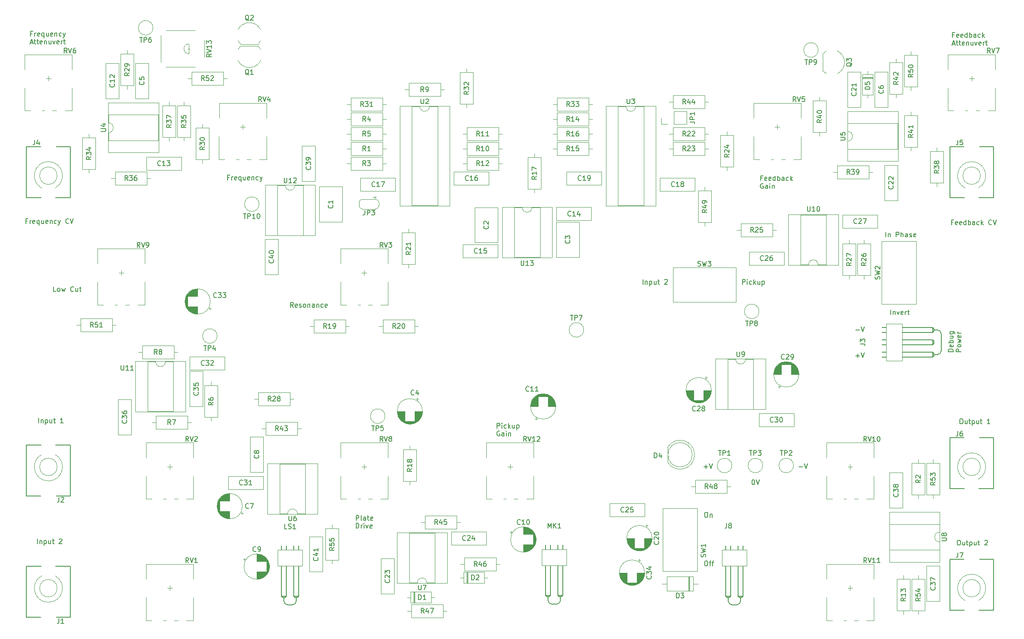
<source format=gto>
%TF.GenerationSoftware,KiCad,Pcbnew,8.0.7*%
%TF.CreationDate,2025-01-15T21:00:28+00:00*%
%TF.ProjectId,steel-feedback,73746565-6c2d-4666-9565-646261636b2e,rev?*%
%TF.SameCoordinates,Original*%
%TF.FileFunction,Legend,Top*%
%TF.FilePolarity,Positive*%
%FSLAX46Y46*%
G04 Gerber Fmt 4.6, Leading zero omitted, Abs format (unit mm)*
G04 Created by KiCad (PCBNEW 8.0.7) date 2025-01-15 21:00:28*
%MOMM*%
%LPD*%
G01*
G04 APERTURE LIST*
%ADD10C,0.150000*%
%ADD11C,0.120000*%
%ADD12C,0.200000*%
G04 APERTURE END LIST*
D10*
X179914779Y-124964866D02*
X180676684Y-124964866D01*
X180295731Y-125345819D02*
X180295731Y-124583914D01*
X181010017Y-124345819D02*
X181343350Y-125345819D01*
X181343350Y-125345819D02*
X181676683Y-124345819D01*
X137336779Y-117009875D02*
X137336779Y-116009875D01*
X137336779Y-116009875D02*
X137717731Y-116009875D01*
X137717731Y-116009875D02*
X137812969Y-116057494D01*
X137812969Y-116057494D02*
X137860588Y-116105113D01*
X137860588Y-116105113D02*
X137908207Y-116200351D01*
X137908207Y-116200351D02*
X137908207Y-116343208D01*
X137908207Y-116343208D02*
X137860588Y-116438446D01*
X137860588Y-116438446D02*
X137812969Y-116486065D01*
X137812969Y-116486065D02*
X137717731Y-116533684D01*
X137717731Y-116533684D02*
X137336779Y-116533684D01*
X138336779Y-117009875D02*
X138336779Y-116343208D01*
X138336779Y-116009875D02*
X138289160Y-116057494D01*
X138289160Y-116057494D02*
X138336779Y-116105113D01*
X138336779Y-116105113D02*
X138384398Y-116057494D01*
X138384398Y-116057494D02*
X138336779Y-116009875D01*
X138336779Y-116009875D02*
X138336779Y-116105113D01*
X139241540Y-116962256D02*
X139146302Y-117009875D01*
X139146302Y-117009875D02*
X138955826Y-117009875D01*
X138955826Y-117009875D02*
X138860588Y-116962256D01*
X138860588Y-116962256D02*
X138812969Y-116914636D01*
X138812969Y-116914636D02*
X138765350Y-116819398D01*
X138765350Y-116819398D02*
X138765350Y-116533684D01*
X138765350Y-116533684D02*
X138812969Y-116438446D01*
X138812969Y-116438446D02*
X138860588Y-116390827D01*
X138860588Y-116390827D02*
X138955826Y-116343208D01*
X138955826Y-116343208D02*
X139146302Y-116343208D01*
X139146302Y-116343208D02*
X139241540Y-116390827D01*
X139670112Y-117009875D02*
X139670112Y-116009875D01*
X139765350Y-116628922D02*
X140051064Y-117009875D01*
X140051064Y-116343208D02*
X139670112Y-116724160D01*
X140908207Y-116343208D02*
X140908207Y-117009875D01*
X140479636Y-116343208D02*
X140479636Y-116867017D01*
X140479636Y-116867017D02*
X140527255Y-116962256D01*
X140527255Y-116962256D02*
X140622493Y-117009875D01*
X140622493Y-117009875D02*
X140765350Y-117009875D01*
X140765350Y-117009875D02*
X140860588Y-116962256D01*
X140860588Y-116962256D02*
X140908207Y-116914636D01*
X141384398Y-116343208D02*
X141384398Y-117343208D01*
X141384398Y-116390827D02*
X141479636Y-116343208D01*
X141479636Y-116343208D02*
X141670112Y-116343208D01*
X141670112Y-116343208D02*
X141765350Y-116390827D01*
X141765350Y-116390827D02*
X141812969Y-116438446D01*
X141812969Y-116438446D02*
X141860588Y-116533684D01*
X141860588Y-116533684D02*
X141860588Y-116819398D01*
X141860588Y-116819398D02*
X141812969Y-116914636D01*
X141812969Y-116914636D02*
X141765350Y-116962256D01*
X141765350Y-116962256D02*
X141670112Y-117009875D01*
X141670112Y-117009875D02*
X141479636Y-117009875D01*
X141479636Y-117009875D02*
X141384398Y-116962256D01*
X137860588Y-117667438D02*
X137765350Y-117619819D01*
X137765350Y-117619819D02*
X137622493Y-117619819D01*
X137622493Y-117619819D02*
X137479636Y-117667438D01*
X137479636Y-117667438D02*
X137384398Y-117762676D01*
X137384398Y-117762676D02*
X137336779Y-117857914D01*
X137336779Y-117857914D02*
X137289160Y-118048390D01*
X137289160Y-118048390D02*
X137289160Y-118191247D01*
X137289160Y-118191247D02*
X137336779Y-118381723D01*
X137336779Y-118381723D02*
X137384398Y-118476961D01*
X137384398Y-118476961D02*
X137479636Y-118572200D01*
X137479636Y-118572200D02*
X137622493Y-118619819D01*
X137622493Y-118619819D02*
X137717731Y-118619819D01*
X137717731Y-118619819D02*
X137860588Y-118572200D01*
X137860588Y-118572200D02*
X137908207Y-118524580D01*
X137908207Y-118524580D02*
X137908207Y-118191247D01*
X137908207Y-118191247D02*
X137717731Y-118191247D01*
X138765350Y-118619819D02*
X138765350Y-118096009D01*
X138765350Y-118096009D02*
X138717731Y-118000771D01*
X138717731Y-118000771D02*
X138622493Y-117953152D01*
X138622493Y-117953152D02*
X138432017Y-117953152D01*
X138432017Y-117953152D02*
X138336779Y-118000771D01*
X138765350Y-118572200D02*
X138670112Y-118619819D01*
X138670112Y-118619819D02*
X138432017Y-118619819D01*
X138432017Y-118619819D02*
X138336779Y-118572200D01*
X138336779Y-118572200D02*
X138289160Y-118476961D01*
X138289160Y-118476961D02*
X138289160Y-118381723D01*
X138289160Y-118381723D02*
X138336779Y-118286485D01*
X138336779Y-118286485D02*
X138432017Y-118238866D01*
X138432017Y-118238866D02*
X138670112Y-118238866D01*
X138670112Y-118238866D02*
X138765350Y-118191247D01*
X139241541Y-118619819D02*
X139241541Y-117953152D01*
X139241541Y-117619819D02*
X139193922Y-117667438D01*
X139193922Y-117667438D02*
X139241541Y-117715057D01*
X139241541Y-117715057D02*
X139289160Y-117667438D01*
X139289160Y-117667438D02*
X139241541Y-117619819D01*
X139241541Y-117619819D02*
X139241541Y-117715057D01*
X139717731Y-117953152D02*
X139717731Y-118619819D01*
X139717731Y-118048390D02*
X139765350Y-118000771D01*
X139765350Y-118000771D02*
X139860588Y-117953152D01*
X139860588Y-117953152D02*
X140003445Y-117953152D01*
X140003445Y-117953152D02*
X140098683Y-118000771D01*
X140098683Y-118000771D02*
X140146302Y-118096009D01*
X140146302Y-118096009D02*
X140146302Y-118619819D01*
X217336779Y-77619819D02*
X217336779Y-76619819D01*
X217812969Y-76953152D02*
X217812969Y-77619819D01*
X217812969Y-77048390D02*
X217860588Y-77000771D01*
X217860588Y-77000771D02*
X217955826Y-76953152D01*
X217955826Y-76953152D02*
X218098683Y-76953152D01*
X218098683Y-76953152D02*
X218193921Y-77000771D01*
X218193921Y-77000771D02*
X218241540Y-77096009D01*
X218241540Y-77096009D02*
X218241540Y-77619819D01*
X219479636Y-77619819D02*
X219479636Y-76619819D01*
X219479636Y-76619819D02*
X219860588Y-76619819D01*
X219860588Y-76619819D02*
X219955826Y-76667438D01*
X219955826Y-76667438D02*
X220003445Y-76715057D01*
X220003445Y-76715057D02*
X220051064Y-76810295D01*
X220051064Y-76810295D02*
X220051064Y-76953152D01*
X220051064Y-76953152D02*
X220003445Y-77048390D01*
X220003445Y-77048390D02*
X219955826Y-77096009D01*
X219955826Y-77096009D02*
X219860588Y-77143628D01*
X219860588Y-77143628D02*
X219479636Y-77143628D01*
X220479636Y-77619819D02*
X220479636Y-76619819D01*
X220908207Y-77619819D02*
X220908207Y-77096009D01*
X220908207Y-77096009D02*
X220860588Y-77000771D01*
X220860588Y-77000771D02*
X220765350Y-76953152D01*
X220765350Y-76953152D02*
X220622493Y-76953152D01*
X220622493Y-76953152D02*
X220527255Y-77000771D01*
X220527255Y-77000771D02*
X220479636Y-77048390D01*
X221812969Y-77619819D02*
X221812969Y-77096009D01*
X221812969Y-77096009D02*
X221765350Y-77000771D01*
X221765350Y-77000771D02*
X221670112Y-76953152D01*
X221670112Y-76953152D02*
X221479636Y-76953152D01*
X221479636Y-76953152D02*
X221384398Y-77000771D01*
X221812969Y-77572200D02*
X221717731Y-77619819D01*
X221717731Y-77619819D02*
X221479636Y-77619819D01*
X221479636Y-77619819D02*
X221384398Y-77572200D01*
X221384398Y-77572200D02*
X221336779Y-77476961D01*
X221336779Y-77476961D02*
X221336779Y-77381723D01*
X221336779Y-77381723D02*
X221384398Y-77286485D01*
X221384398Y-77286485D02*
X221479636Y-77238866D01*
X221479636Y-77238866D02*
X221717731Y-77238866D01*
X221717731Y-77238866D02*
X221812969Y-77191247D01*
X222241541Y-77572200D02*
X222336779Y-77619819D01*
X222336779Y-77619819D02*
X222527255Y-77619819D01*
X222527255Y-77619819D02*
X222622493Y-77572200D01*
X222622493Y-77572200D02*
X222670112Y-77476961D01*
X222670112Y-77476961D02*
X222670112Y-77429342D01*
X222670112Y-77429342D02*
X222622493Y-77334104D01*
X222622493Y-77334104D02*
X222527255Y-77286485D01*
X222527255Y-77286485D02*
X222384398Y-77286485D01*
X222384398Y-77286485D02*
X222289160Y-77238866D01*
X222289160Y-77238866D02*
X222241541Y-77143628D01*
X222241541Y-77143628D02*
X222241541Y-77096009D01*
X222241541Y-77096009D02*
X222289160Y-77000771D01*
X222289160Y-77000771D02*
X222384398Y-76953152D01*
X222384398Y-76953152D02*
X222527255Y-76953152D01*
X222527255Y-76953152D02*
X222622493Y-77000771D01*
X223479636Y-77572200D02*
X223384398Y-77619819D01*
X223384398Y-77619819D02*
X223193922Y-77619819D01*
X223193922Y-77619819D02*
X223098684Y-77572200D01*
X223098684Y-77572200D02*
X223051065Y-77476961D01*
X223051065Y-77476961D02*
X223051065Y-77096009D01*
X223051065Y-77096009D02*
X223098684Y-77000771D01*
X223098684Y-77000771D02*
X223193922Y-76953152D01*
X223193922Y-76953152D02*
X223384398Y-76953152D01*
X223384398Y-76953152D02*
X223479636Y-77000771D01*
X223479636Y-77000771D02*
X223527255Y-77096009D01*
X223527255Y-77096009D02*
X223527255Y-77191247D01*
X223527255Y-77191247D02*
X223051065Y-77286485D01*
X43008779Y-115947819D02*
X43008779Y-114947819D01*
X43484969Y-115281152D02*
X43484969Y-115947819D01*
X43484969Y-115376390D02*
X43532588Y-115328771D01*
X43532588Y-115328771D02*
X43627826Y-115281152D01*
X43627826Y-115281152D02*
X43770683Y-115281152D01*
X43770683Y-115281152D02*
X43865921Y-115328771D01*
X43865921Y-115328771D02*
X43913540Y-115424009D01*
X43913540Y-115424009D02*
X43913540Y-115947819D01*
X44389731Y-115281152D02*
X44389731Y-116281152D01*
X44389731Y-115328771D02*
X44484969Y-115281152D01*
X44484969Y-115281152D02*
X44675445Y-115281152D01*
X44675445Y-115281152D02*
X44770683Y-115328771D01*
X44770683Y-115328771D02*
X44818302Y-115376390D01*
X44818302Y-115376390D02*
X44865921Y-115471628D01*
X44865921Y-115471628D02*
X44865921Y-115757342D01*
X44865921Y-115757342D02*
X44818302Y-115852580D01*
X44818302Y-115852580D02*
X44770683Y-115900200D01*
X44770683Y-115900200D02*
X44675445Y-115947819D01*
X44675445Y-115947819D02*
X44484969Y-115947819D01*
X44484969Y-115947819D02*
X44389731Y-115900200D01*
X45723064Y-115281152D02*
X45723064Y-115947819D01*
X45294493Y-115281152D02*
X45294493Y-115804961D01*
X45294493Y-115804961D02*
X45342112Y-115900200D01*
X45342112Y-115900200D02*
X45437350Y-115947819D01*
X45437350Y-115947819D02*
X45580207Y-115947819D01*
X45580207Y-115947819D02*
X45675445Y-115900200D01*
X45675445Y-115900200D02*
X45723064Y-115852580D01*
X46056398Y-115281152D02*
X46437350Y-115281152D01*
X46199255Y-114947819D02*
X46199255Y-115804961D01*
X46199255Y-115804961D02*
X46246874Y-115900200D01*
X46246874Y-115900200D02*
X46342112Y-115947819D01*
X46342112Y-115947819D02*
X46437350Y-115947819D01*
X48056398Y-115947819D02*
X47484970Y-115947819D01*
X47770684Y-115947819D02*
X47770684Y-114947819D01*
X47770684Y-114947819D02*
X47675446Y-115090676D01*
X47675446Y-115090676D02*
X47580208Y-115185914D01*
X47580208Y-115185914D02*
X47484970Y-115233533D01*
X187836779Y-87369819D02*
X187836779Y-86369819D01*
X187836779Y-86369819D02*
X188217731Y-86369819D01*
X188217731Y-86369819D02*
X188312969Y-86417438D01*
X188312969Y-86417438D02*
X188360588Y-86465057D01*
X188360588Y-86465057D02*
X188408207Y-86560295D01*
X188408207Y-86560295D02*
X188408207Y-86703152D01*
X188408207Y-86703152D02*
X188360588Y-86798390D01*
X188360588Y-86798390D02*
X188312969Y-86846009D01*
X188312969Y-86846009D02*
X188217731Y-86893628D01*
X188217731Y-86893628D02*
X187836779Y-86893628D01*
X188836779Y-87369819D02*
X188836779Y-86703152D01*
X188836779Y-86369819D02*
X188789160Y-86417438D01*
X188789160Y-86417438D02*
X188836779Y-86465057D01*
X188836779Y-86465057D02*
X188884398Y-86417438D01*
X188884398Y-86417438D02*
X188836779Y-86369819D01*
X188836779Y-86369819D02*
X188836779Y-86465057D01*
X189741540Y-87322200D02*
X189646302Y-87369819D01*
X189646302Y-87369819D02*
X189455826Y-87369819D01*
X189455826Y-87369819D02*
X189360588Y-87322200D01*
X189360588Y-87322200D02*
X189312969Y-87274580D01*
X189312969Y-87274580D02*
X189265350Y-87179342D01*
X189265350Y-87179342D02*
X189265350Y-86893628D01*
X189265350Y-86893628D02*
X189312969Y-86798390D01*
X189312969Y-86798390D02*
X189360588Y-86750771D01*
X189360588Y-86750771D02*
X189455826Y-86703152D01*
X189455826Y-86703152D02*
X189646302Y-86703152D01*
X189646302Y-86703152D02*
X189741540Y-86750771D01*
X190170112Y-87369819D02*
X190170112Y-86369819D01*
X190265350Y-86988866D02*
X190551064Y-87369819D01*
X190551064Y-86703152D02*
X190170112Y-87084104D01*
X191408207Y-86703152D02*
X191408207Y-87369819D01*
X190979636Y-86703152D02*
X190979636Y-87226961D01*
X190979636Y-87226961D02*
X191027255Y-87322200D01*
X191027255Y-87322200D02*
X191122493Y-87369819D01*
X191122493Y-87369819D02*
X191265350Y-87369819D01*
X191265350Y-87369819D02*
X191360588Y-87322200D01*
X191360588Y-87322200D02*
X191408207Y-87274580D01*
X191884398Y-86703152D02*
X191884398Y-87703152D01*
X191884398Y-86750771D02*
X191979636Y-86703152D01*
X191979636Y-86703152D02*
X192170112Y-86703152D01*
X192170112Y-86703152D02*
X192265350Y-86750771D01*
X192265350Y-86750771D02*
X192312969Y-86798390D01*
X192312969Y-86798390D02*
X192360588Y-86893628D01*
X192360588Y-86893628D02*
X192360588Y-87179342D01*
X192360588Y-87179342D02*
X192312969Y-87274580D01*
X192312969Y-87274580D02*
X192265350Y-87322200D01*
X192265350Y-87322200D02*
X192170112Y-87369819D01*
X192170112Y-87369819D02*
X191979636Y-87369819D01*
X191979636Y-87369819D02*
X191884398Y-87322200D01*
X180277255Y-134369819D02*
X180467731Y-134369819D01*
X180467731Y-134369819D02*
X180562969Y-134417438D01*
X180562969Y-134417438D02*
X180658207Y-134512676D01*
X180658207Y-134512676D02*
X180705826Y-134703152D01*
X180705826Y-134703152D02*
X180705826Y-135036485D01*
X180705826Y-135036485D02*
X180658207Y-135226961D01*
X180658207Y-135226961D02*
X180562969Y-135322200D01*
X180562969Y-135322200D02*
X180467731Y-135369819D01*
X180467731Y-135369819D02*
X180277255Y-135369819D01*
X180277255Y-135369819D02*
X180182017Y-135322200D01*
X180182017Y-135322200D02*
X180086779Y-135226961D01*
X180086779Y-135226961D02*
X180039160Y-135036485D01*
X180039160Y-135036485D02*
X180039160Y-134703152D01*
X180039160Y-134703152D02*
X180086779Y-134512676D01*
X180086779Y-134512676D02*
X180182017Y-134417438D01*
X180182017Y-134417438D02*
X180277255Y-134369819D01*
X181134398Y-134703152D02*
X181134398Y-135369819D01*
X181134398Y-134798390D02*
X181182017Y-134750771D01*
X181182017Y-134750771D02*
X181277255Y-134703152D01*
X181277255Y-134703152D02*
X181420112Y-134703152D01*
X181420112Y-134703152D02*
X181515350Y-134750771D01*
X181515350Y-134750771D02*
X181562969Y-134846009D01*
X181562969Y-134846009D02*
X181562969Y-135369819D01*
X167336779Y-87369819D02*
X167336779Y-86369819D01*
X167812969Y-86703152D02*
X167812969Y-87369819D01*
X167812969Y-86798390D02*
X167860588Y-86750771D01*
X167860588Y-86750771D02*
X167955826Y-86703152D01*
X167955826Y-86703152D02*
X168098683Y-86703152D01*
X168098683Y-86703152D02*
X168193921Y-86750771D01*
X168193921Y-86750771D02*
X168241540Y-86846009D01*
X168241540Y-86846009D02*
X168241540Y-87369819D01*
X168717731Y-86703152D02*
X168717731Y-87703152D01*
X168717731Y-86750771D02*
X168812969Y-86703152D01*
X168812969Y-86703152D02*
X169003445Y-86703152D01*
X169003445Y-86703152D02*
X169098683Y-86750771D01*
X169098683Y-86750771D02*
X169146302Y-86798390D01*
X169146302Y-86798390D02*
X169193921Y-86893628D01*
X169193921Y-86893628D02*
X169193921Y-87179342D01*
X169193921Y-87179342D02*
X169146302Y-87274580D01*
X169146302Y-87274580D02*
X169098683Y-87322200D01*
X169098683Y-87322200D02*
X169003445Y-87369819D01*
X169003445Y-87369819D02*
X168812969Y-87369819D01*
X168812969Y-87369819D02*
X168717731Y-87322200D01*
X170051064Y-86703152D02*
X170051064Y-87369819D01*
X169622493Y-86703152D02*
X169622493Y-87226961D01*
X169622493Y-87226961D02*
X169670112Y-87322200D01*
X169670112Y-87322200D02*
X169765350Y-87369819D01*
X169765350Y-87369819D02*
X169908207Y-87369819D01*
X169908207Y-87369819D02*
X170003445Y-87322200D01*
X170003445Y-87322200D02*
X170051064Y-87274580D01*
X170384398Y-86703152D02*
X170765350Y-86703152D01*
X170527255Y-86369819D02*
X170527255Y-87226961D01*
X170527255Y-87226961D02*
X170574874Y-87322200D01*
X170574874Y-87322200D02*
X170670112Y-87369819D01*
X170670112Y-87369819D02*
X170765350Y-87369819D01*
X171812970Y-86465057D02*
X171860589Y-86417438D01*
X171860589Y-86417438D02*
X171955827Y-86369819D01*
X171955827Y-86369819D02*
X172193922Y-86369819D01*
X172193922Y-86369819D02*
X172289160Y-86417438D01*
X172289160Y-86417438D02*
X172336779Y-86465057D01*
X172336779Y-86465057D02*
X172384398Y-86560295D01*
X172384398Y-86560295D02*
X172384398Y-86655533D01*
X172384398Y-86655533D02*
X172336779Y-86798390D01*
X172336779Y-86798390D02*
X171765351Y-87369819D01*
X171765351Y-87369819D02*
X172384398Y-87369819D01*
X82204112Y-65346009D02*
X81870779Y-65346009D01*
X81870779Y-65869819D02*
X81870779Y-64869819D01*
X81870779Y-64869819D02*
X82346969Y-64869819D01*
X82727922Y-65869819D02*
X82727922Y-65203152D01*
X82727922Y-65393628D02*
X82775541Y-65298390D01*
X82775541Y-65298390D02*
X82823160Y-65250771D01*
X82823160Y-65250771D02*
X82918398Y-65203152D01*
X82918398Y-65203152D02*
X83013636Y-65203152D01*
X83727922Y-65822200D02*
X83632684Y-65869819D01*
X83632684Y-65869819D02*
X83442208Y-65869819D01*
X83442208Y-65869819D02*
X83346970Y-65822200D01*
X83346970Y-65822200D02*
X83299351Y-65726961D01*
X83299351Y-65726961D02*
X83299351Y-65346009D01*
X83299351Y-65346009D02*
X83346970Y-65250771D01*
X83346970Y-65250771D02*
X83442208Y-65203152D01*
X83442208Y-65203152D02*
X83632684Y-65203152D01*
X83632684Y-65203152D02*
X83727922Y-65250771D01*
X83727922Y-65250771D02*
X83775541Y-65346009D01*
X83775541Y-65346009D02*
X83775541Y-65441247D01*
X83775541Y-65441247D02*
X83299351Y-65536485D01*
X84632684Y-65203152D02*
X84632684Y-66203152D01*
X84632684Y-65822200D02*
X84537446Y-65869819D01*
X84537446Y-65869819D02*
X84346970Y-65869819D01*
X84346970Y-65869819D02*
X84251732Y-65822200D01*
X84251732Y-65822200D02*
X84204113Y-65774580D01*
X84204113Y-65774580D02*
X84156494Y-65679342D01*
X84156494Y-65679342D02*
X84156494Y-65393628D01*
X84156494Y-65393628D02*
X84204113Y-65298390D01*
X84204113Y-65298390D02*
X84251732Y-65250771D01*
X84251732Y-65250771D02*
X84346970Y-65203152D01*
X84346970Y-65203152D02*
X84537446Y-65203152D01*
X84537446Y-65203152D02*
X84632684Y-65250771D01*
X85537446Y-65203152D02*
X85537446Y-65869819D01*
X85108875Y-65203152D02*
X85108875Y-65726961D01*
X85108875Y-65726961D02*
X85156494Y-65822200D01*
X85156494Y-65822200D02*
X85251732Y-65869819D01*
X85251732Y-65869819D02*
X85394589Y-65869819D01*
X85394589Y-65869819D02*
X85489827Y-65822200D01*
X85489827Y-65822200D02*
X85537446Y-65774580D01*
X86394589Y-65822200D02*
X86299351Y-65869819D01*
X86299351Y-65869819D02*
X86108875Y-65869819D01*
X86108875Y-65869819D02*
X86013637Y-65822200D01*
X86013637Y-65822200D02*
X85966018Y-65726961D01*
X85966018Y-65726961D02*
X85966018Y-65346009D01*
X85966018Y-65346009D02*
X86013637Y-65250771D01*
X86013637Y-65250771D02*
X86108875Y-65203152D01*
X86108875Y-65203152D02*
X86299351Y-65203152D01*
X86299351Y-65203152D02*
X86394589Y-65250771D01*
X86394589Y-65250771D02*
X86442208Y-65346009D01*
X86442208Y-65346009D02*
X86442208Y-65441247D01*
X86442208Y-65441247D02*
X85966018Y-65536485D01*
X86870780Y-65203152D02*
X86870780Y-65869819D01*
X86870780Y-65298390D02*
X86918399Y-65250771D01*
X86918399Y-65250771D02*
X87013637Y-65203152D01*
X87013637Y-65203152D02*
X87156494Y-65203152D01*
X87156494Y-65203152D02*
X87251732Y-65250771D01*
X87251732Y-65250771D02*
X87299351Y-65346009D01*
X87299351Y-65346009D02*
X87299351Y-65869819D01*
X88204113Y-65822200D02*
X88108875Y-65869819D01*
X88108875Y-65869819D02*
X87918399Y-65869819D01*
X87918399Y-65869819D02*
X87823161Y-65822200D01*
X87823161Y-65822200D02*
X87775542Y-65774580D01*
X87775542Y-65774580D02*
X87727923Y-65679342D01*
X87727923Y-65679342D02*
X87727923Y-65393628D01*
X87727923Y-65393628D02*
X87775542Y-65298390D01*
X87775542Y-65298390D02*
X87823161Y-65250771D01*
X87823161Y-65250771D02*
X87918399Y-65203152D01*
X87918399Y-65203152D02*
X88108875Y-65203152D01*
X88108875Y-65203152D02*
X88204113Y-65250771D01*
X88537447Y-65203152D02*
X88775542Y-65869819D01*
X89013637Y-65203152D02*
X88775542Y-65869819D01*
X88775542Y-65869819D02*
X88680304Y-66107914D01*
X88680304Y-66107914D02*
X88632685Y-66155533D01*
X88632685Y-66155533D02*
X88537447Y-66203152D01*
X42754779Y-140839819D02*
X42754779Y-139839819D01*
X43230969Y-140173152D02*
X43230969Y-140839819D01*
X43230969Y-140268390D02*
X43278588Y-140220771D01*
X43278588Y-140220771D02*
X43373826Y-140173152D01*
X43373826Y-140173152D02*
X43516683Y-140173152D01*
X43516683Y-140173152D02*
X43611921Y-140220771D01*
X43611921Y-140220771D02*
X43659540Y-140316009D01*
X43659540Y-140316009D02*
X43659540Y-140839819D01*
X44135731Y-140173152D02*
X44135731Y-141173152D01*
X44135731Y-140220771D02*
X44230969Y-140173152D01*
X44230969Y-140173152D02*
X44421445Y-140173152D01*
X44421445Y-140173152D02*
X44516683Y-140220771D01*
X44516683Y-140220771D02*
X44564302Y-140268390D01*
X44564302Y-140268390D02*
X44611921Y-140363628D01*
X44611921Y-140363628D02*
X44611921Y-140649342D01*
X44611921Y-140649342D02*
X44564302Y-140744580D01*
X44564302Y-140744580D02*
X44516683Y-140792200D01*
X44516683Y-140792200D02*
X44421445Y-140839819D01*
X44421445Y-140839819D02*
X44230969Y-140839819D01*
X44230969Y-140839819D02*
X44135731Y-140792200D01*
X45469064Y-140173152D02*
X45469064Y-140839819D01*
X45040493Y-140173152D02*
X45040493Y-140696961D01*
X45040493Y-140696961D02*
X45088112Y-140792200D01*
X45088112Y-140792200D02*
X45183350Y-140839819D01*
X45183350Y-140839819D02*
X45326207Y-140839819D01*
X45326207Y-140839819D02*
X45421445Y-140792200D01*
X45421445Y-140792200D02*
X45469064Y-140744580D01*
X45802398Y-140173152D02*
X46183350Y-140173152D01*
X45945255Y-139839819D02*
X45945255Y-140696961D01*
X45945255Y-140696961D02*
X45992874Y-140792200D01*
X45992874Y-140792200D02*
X46088112Y-140839819D01*
X46088112Y-140839819D02*
X46183350Y-140839819D01*
X47230970Y-139935057D02*
X47278589Y-139887438D01*
X47278589Y-139887438D02*
X47373827Y-139839819D01*
X47373827Y-139839819D02*
X47611922Y-139839819D01*
X47611922Y-139839819D02*
X47707160Y-139887438D01*
X47707160Y-139887438D02*
X47754779Y-139935057D01*
X47754779Y-139935057D02*
X47802398Y-140030295D01*
X47802398Y-140030295D02*
X47802398Y-140125533D01*
X47802398Y-140125533D02*
X47754779Y-140268390D01*
X47754779Y-140268390D02*
X47183351Y-140839819D01*
X47183351Y-140839819D02*
X47802398Y-140839819D01*
X211156779Y-96770866D02*
X211918684Y-96770866D01*
X212252017Y-96151819D02*
X212585350Y-97151819D01*
X212585350Y-97151819D02*
X212918683Y-96151819D01*
X231177875Y-101263220D02*
X230177875Y-101263220D01*
X230177875Y-101263220D02*
X230177875Y-101025125D01*
X230177875Y-101025125D02*
X230225494Y-100882268D01*
X230225494Y-100882268D02*
X230320732Y-100787030D01*
X230320732Y-100787030D02*
X230415970Y-100739411D01*
X230415970Y-100739411D02*
X230606446Y-100691792D01*
X230606446Y-100691792D02*
X230749303Y-100691792D01*
X230749303Y-100691792D02*
X230939779Y-100739411D01*
X230939779Y-100739411D02*
X231035017Y-100787030D01*
X231035017Y-100787030D02*
X231130256Y-100882268D01*
X231130256Y-100882268D02*
X231177875Y-101025125D01*
X231177875Y-101025125D02*
X231177875Y-101263220D01*
X231130256Y-99882268D02*
X231177875Y-99977506D01*
X231177875Y-99977506D02*
X231177875Y-100167982D01*
X231177875Y-100167982D02*
X231130256Y-100263220D01*
X231130256Y-100263220D02*
X231035017Y-100310839D01*
X231035017Y-100310839D02*
X230654065Y-100310839D01*
X230654065Y-100310839D02*
X230558827Y-100263220D01*
X230558827Y-100263220D02*
X230511208Y-100167982D01*
X230511208Y-100167982D02*
X230511208Y-99977506D01*
X230511208Y-99977506D02*
X230558827Y-99882268D01*
X230558827Y-99882268D02*
X230654065Y-99834649D01*
X230654065Y-99834649D02*
X230749303Y-99834649D01*
X230749303Y-99834649D02*
X230844541Y-100310839D01*
X231177875Y-99406077D02*
X230177875Y-99406077D01*
X230558827Y-99406077D02*
X230511208Y-99310839D01*
X230511208Y-99310839D02*
X230511208Y-99120363D01*
X230511208Y-99120363D02*
X230558827Y-99025125D01*
X230558827Y-99025125D02*
X230606446Y-98977506D01*
X230606446Y-98977506D02*
X230701684Y-98929887D01*
X230701684Y-98929887D02*
X230987398Y-98929887D01*
X230987398Y-98929887D02*
X231082636Y-98977506D01*
X231082636Y-98977506D02*
X231130256Y-99025125D01*
X231130256Y-99025125D02*
X231177875Y-99120363D01*
X231177875Y-99120363D02*
X231177875Y-99310839D01*
X231177875Y-99310839D02*
X231130256Y-99406077D01*
X230511208Y-98072744D02*
X231177875Y-98072744D01*
X230511208Y-98501315D02*
X231035017Y-98501315D01*
X231035017Y-98501315D02*
X231130256Y-98453696D01*
X231130256Y-98453696D02*
X231177875Y-98358458D01*
X231177875Y-98358458D02*
X231177875Y-98215601D01*
X231177875Y-98215601D02*
X231130256Y-98120363D01*
X231130256Y-98120363D02*
X231082636Y-98072744D01*
X230511208Y-97167982D02*
X231320732Y-97167982D01*
X231320732Y-97167982D02*
X231415970Y-97215601D01*
X231415970Y-97215601D02*
X231463589Y-97263220D01*
X231463589Y-97263220D02*
X231511208Y-97358458D01*
X231511208Y-97358458D02*
X231511208Y-97501315D01*
X231511208Y-97501315D02*
X231463589Y-97596553D01*
X231130256Y-97167982D02*
X231177875Y-97263220D01*
X231177875Y-97263220D02*
X231177875Y-97453696D01*
X231177875Y-97453696D02*
X231130256Y-97548934D01*
X231130256Y-97548934D02*
X231082636Y-97596553D01*
X231082636Y-97596553D02*
X230987398Y-97644172D01*
X230987398Y-97644172D02*
X230701684Y-97644172D01*
X230701684Y-97644172D02*
X230606446Y-97596553D01*
X230606446Y-97596553D02*
X230558827Y-97548934D01*
X230558827Y-97548934D02*
X230511208Y-97453696D01*
X230511208Y-97453696D02*
X230511208Y-97263220D01*
X230511208Y-97263220D02*
X230558827Y-97167982D01*
X232787819Y-101263220D02*
X231787819Y-101263220D01*
X231787819Y-101263220D02*
X231787819Y-100882268D01*
X231787819Y-100882268D02*
X231835438Y-100787030D01*
X231835438Y-100787030D02*
X231883057Y-100739411D01*
X231883057Y-100739411D02*
X231978295Y-100691792D01*
X231978295Y-100691792D02*
X232121152Y-100691792D01*
X232121152Y-100691792D02*
X232216390Y-100739411D01*
X232216390Y-100739411D02*
X232264009Y-100787030D01*
X232264009Y-100787030D02*
X232311628Y-100882268D01*
X232311628Y-100882268D02*
X232311628Y-101263220D01*
X232787819Y-100120363D02*
X232740200Y-100215601D01*
X232740200Y-100215601D02*
X232692580Y-100263220D01*
X232692580Y-100263220D02*
X232597342Y-100310839D01*
X232597342Y-100310839D02*
X232311628Y-100310839D01*
X232311628Y-100310839D02*
X232216390Y-100263220D01*
X232216390Y-100263220D02*
X232168771Y-100215601D01*
X232168771Y-100215601D02*
X232121152Y-100120363D01*
X232121152Y-100120363D02*
X232121152Y-99977506D01*
X232121152Y-99977506D02*
X232168771Y-99882268D01*
X232168771Y-99882268D02*
X232216390Y-99834649D01*
X232216390Y-99834649D02*
X232311628Y-99787030D01*
X232311628Y-99787030D02*
X232597342Y-99787030D01*
X232597342Y-99787030D02*
X232692580Y-99834649D01*
X232692580Y-99834649D02*
X232740200Y-99882268D01*
X232740200Y-99882268D02*
X232787819Y-99977506D01*
X232787819Y-99977506D02*
X232787819Y-100120363D01*
X232121152Y-99453696D02*
X232787819Y-99263220D01*
X232787819Y-99263220D02*
X232311628Y-99072744D01*
X232311628Y-99072744D02*
X232787819Y-98882268D01*
X232787819Y-98882268D02*
X232121152Y-98691792D01*
X232740200Y-97929887D02*
X232787819Y-98025125D01*
X232787819Y-98025125D02*
X232787819Y-98215601D01*
X232787819Y-98215601D02*
X232740200Y-98310839D01*
X232740200Y-98310839D02*
X232644961Y-98358458D01*
X232644961Y-98358458D02*
X232264009Y-98358458D01*
X232264009Y-98358458D02*
X232168771Y-98310839D01*
X232168771Y-98310839D02*
X232121152Y-98215601D01*
X232121152Y-98215601D02*
X232121152Y-98025125D01*
X232121152Y-98025125D02*
X232168771Y-97929887D01*
X232168771Y-97929887D02*
X232264009Y-97882268D01*
X232264009Y-97882268D02*
X232359247Y-97882268D01*
X232359247Y-97882268D02*
X232454485Y-98358458D01*
X232787819Y-97453696D02*
X232121152Y-97453696D01*
X232311628Y-97453696D02*
X232216390Y-97406077D01*
X232216390Y-97406077D02*
X232168771Y-97358458D01*
X232168771Y-97358458D02*
X232121152Y-97263220D01*
X232121152Y-97263220D02*
X232121152Y-97167982D01*
X40670112Y-74346009D02*
X40336779Y-74346009D01*
X40336779Y-74869819D02*
X40336779Y-73869819D01*
X40336779Y-73869819D02*
X40812969Y-73869819D01*
X41193922Y-74869819D02*
X41193922Y-74203152D01*
X41193922Y-74393628D02*
X41241541Y-74298390D01*
X41241541Y-74298390D02*
X41289160Y-74250771D01*
X41289160Y-74250771D02*
X41384398Y-74203152D01*
X41384398Y-74203152D02*
X41479636Y-74203152D01*
X42193922Y-74822200D02*
X42098684Y-74869819D01*
X42098684Y-74869819D02*
X41908208Y-74869819D01*
X41908208Y-74869819D02*
X41812970Y-74822200D01*
X41812970Y-74822200D02*
X41765351Y-74726961D01*
X41765351Y-74726961D02*
X41765351Y-74346009D01*
X41765351Y-74346009D02*
X41812970Y-74250771D01*
X41812970Y-74250771D02*
X41908208Y-74203152D01*
X41908208Y-74203152D02*
X42098684Y-74203152D01*
X42098684Y-74203152D02*
X42193922Y-74250771D01*
X42193922Y-74250771D02*
X42241541Y-74346009D01*
X42241541Y-74346009D02*
X42241541Y-74441247D01*
X42241541Y-74441247D02*
X41765351Y-74536485D01*
X43098684Y-74203152D02*
X43098684Y-75203152D01*
X43098684Y-74822200D02*
X43003446Y-74869819D01*
X43003446Y-74869819D02*
X42812970Y-74869819D01*
X42812970Y-74869819D02*
X42717732Y-74822200D01*
X42717732Y-74822200D02*
X42670113Y-74774580D01*
X42670113Y-74774580D02*
X42622494Y-74679342D01*
X42622494Y-74679342D02*
X42622494Y-74393628D01*
X42622494Y-74393628D02*
X42670113Y-74298390D01*
X42670113Y-74298390D02*
X42717732Y-74250771D01*
X42717732Y-74250771D02*
X42812970Y-74203152D01*
X42812970Y-74203152D02*
X43003446Y-74203152D01*
X43003446Y-74203152D02*
X43098684Y-74250771D01*
X44003446Y-74203152D02*
X44003446Y-74869819D01*
X43574875Y-74203152D02*
X43574875Y-74726961D01*
X43574875Y-74726961D02*
X43622494Y-74822200D01*
X43622494Y-74822200D02*
X43717732Y-74869819D01*
X43717732Y-74869819D02*
X43860589Y-74869819D01*
X43860589Y-74869819D02*
X43955827Y-74822200D01*
X43955827Y-74822200D02*
X44003446Y-74774580D01*
X44860589Y-74822200D02*
X44765351Y-74869819D01*
X44765351Y-74869819D02*
X44574875Y-74869819D01*
X44574875Y-74869819D02*
X44479637Y-74822200D01*
X44479637Y-74822200D02*
X44432018Y-74726961D01*
X44432018Y-74726961D02*
X44432018Y-74346009D01*
X44432018Y-74346009D02*
X44479637Y-74250771D01*
X44479637Y-74250771D02*
X44574875Y-74203152D01*
X44574875Y-74203152D02*
X44765351Y-74203152D01*
X44765351Y-74203152D02*
X44860589Y-74250771D01*
X44860589Y-74250771D02*
X44908208Y-74346009D01*
X44908208Y-74346009D02*
X44908208Y-74441247D01*
X44908208Y-74441247D02*
X44432018Y-74536485D01*
X45336780Y-74203152D02*
X45336780Y-74869819D01*
X45336780Y-74298390D02*
X45384399Y-74250771D01*
X45384399Y-74250771D02*
X45479637Y-74203152D01*
X45479637Y-74203152D02*
X45622494Y-74203152D01*
X45622494Y-74203152D02*
X45717732Y-74250771D01*
X45717732Y-74250771D02*
X45765351Y-74346009D01*
X45765351Y-74346009D02*
X45765351Y-74869819D01*
X46670113Y-74822200D02*
X46574875Y-74869819D01*
X46574875Y-74869819D02*
X46384399Y-74869819D01*
X46384399Y-74869819D02*
X46289161Y-74822200D01*
X46289161Y-74822200D02*
X46241542Y-74774580D01*
X46241542Y-74774580D02*
X46193923Y-74679342D01*
X46193923Y-74679342D02*
X46193923Y-74393628D01*
X46193923Y-74393628D02*
X46241542Y-74298390D01*
X46241542Y-74298390D02*
X46289161Y-74250771D01*
X46289161Y-74250771D02*
X46384399Y-74203152D01*
X46384399Y-74203152D02*
X46574875Y-74203152D01*
X46574875Y-74203152D02*
X46670113Y-74250771D01*
X47003447Y-74203152D02*
X47241542Y-74869819D01*
X47479637Y-74203152D02*
X47241542Y-74869819D01*
X47241542Y-74869819D02*
X47146304Y-75107914D01*
X47146304Y-75107914D02*
X47098685Y-75155533D01*
X47098685Y-75155533D02*
X47003447Y-75203152D01*
X49193923Y-74774580D02*
X49146304Y-74822200D01*
X49146304Y-74822200D02*
X49003447Y-74869819D01*
X49003447Y-74869819D02*
X48908209Y-74869819D01*
X48908209Y-74869819D02*
X48765352Y-74822200D01*
X48765352Y-74822200D02*
X48670114Y-74726961D01*
X48670114Y-74726961D02*
X48622495Y-74631723D01*
X48622495Y-74631723D02*
X48574876Y-74441247D01*
X48574876Y-74441247D02*
X48574876Y-74298390D01*
X48574876Y-74298390D02*
X48622495Y-74107914D01*
X48622495Y-74107914D02*
X48670114Y-74012676D01*
X48670114Y-74012676D02*
X48765352Y-73917438D01*
X48765352Y-73917438D02*
X48908209Y-73869819D01*
X48908209Y-73869819D02*
X49003447Y-73869819D01*
X49003447Y-73869819D02*
X49146304Y-73917438D01*
X49146304Y-73917438D02*
X49193923Y-73965057D01*
X49479638Y-73869819D02*
X49812971Y-74869819D01*
X49812971Y-74869819D02*
X50146304Y-73869819D01*
X191920112Y-65486065D02*
X191586779Y-65486065D01*
X191586779Y-66009875D02*
X191586779Y-65009875D01*
X191586779Y-65009875D02*
X192062969Y-65009875D01*
X192824874Y-65962256D02*
X192729636Y-66009875D01*
X192729636Y-66009875D02*
X192539160Y-66009875D01*
X192539160Y-66009875D02*
X192443922Y-65962256D01*
X192443922Y-65962256D02*
X192396303Y-65867017D01*
X192396303Y-65867017D02*
X192396303Y-65486065D01*
X192396303Y-65486065D02*
X192443922Y-65390827D01*
X192443922Y-65390827D02*
X192539160Y-65343208D01*
X192539160Y-65343208D02*
X192729636Y-65343208D01*
X192729636Y-65343208D02*
X192824874Y-65390827D01*
X192824874Y-65390827D02*
X192872493Y-65486065D01*
X192872493Y-65486065D02*
X192872493Y-65581303D01*
X192872493Y-65581303D02*
X192396303Y-65676541D01*
X193682017Y-65962256D02*
X193586779Y-66009875D01*
X193586779Y-66009875D02*
X193396303Y-66009875D01*
X193396303Y-66009875D02*
X193301065Y-65962256D01*
X193301065Y-65962256D02*
X193253446Y-65867017D01*
X193253446Y-65867017D02*
X193253446Y-65486065D01*
X193253446Y-65486065D02*
X193301065Y-65390827D01*
X193301065Y-65390827D02*
X193396303Y-65343208D01*
X193396303Y-65343208D02*
X193586779Y-65343208D01*
X193586779Y-65343208D02*
X193682017Y-65390827D01*
X193682017Y-65390827D02*
X193729636Y-65486065D01*
X193729636Y-65486065D02*
X193729636Y-65581303D01*
X193729636Y-65581303D02*
X193253446Y-65676541D01*
X194586779Y-66009875D02*
X194586779Y-65009875D01*
X194586779Y-65962256D02*
X194491541Y-66009875D01*
X194491541Y-66009875D02*
X194301065Y-66009875D01*
X194301065Y-66009875D02*
X194205827Y-65962256D01*
X194205827Y-65962256D02*
X194158208Y-65914636D01*
X194158208Y-65914636D02*
X194110589Y-65819398D01*
X194110589Y-65819398D02*
X194110589Y-65533684D01*
X194110589Y-65533684D02*
X194158208Y-65438446D01*
X194158208Y-65438446D02*
X194205827Y-65390827D01*
X194205827Y-65390827D02*
X194301065Y-65343208D01*
X194301065Y-65343208D02*
X194491541Y-65343208D01*
X194491541Y-65343208D02*
X194586779Y-65390827D01*
X195062970Y-66009875D02*
X195062970Y-65009875D01*
X195062970Y-65390827D02*
X195158208Y-65343208D01*
X195158208Y-65343208D02*
X195348684Y-65343208D01*
X195348684Y-65343208D02*
X195443922Y-65390827D01*
X195443922Y-65390827D02*
X195491541Y-65438446D01*
X195491541Y-65438446D02*
X195539160Y-65533684D01*
X195539160Y-65533684D02*
X195539160Y-65819398D01*
X195539160Y-65819398D02*
X195491541Y-65914636D01*
X195491541Y-65914636D02*
X195443922Y-65962256D01*
X195443922Y-65962256D02*
X195348684Y-66009875D01*
X195348684Y-66009875D02*
X195158208Y-66009875D01*
X195158208Y-66009875D02*
X195062970Y-65962256D01*
X196396303Y-66009875D02*
X196396303Y-65486065D01*
X196396303Y-65486065D02*
X196348684Y-65390827D01*
X196348684Y-65390827D02*
X196253446Y-65343208D01*
X196253446Y-65343208D02*
X196062970Y-65343208D01*
X196062970Y-65343208D02*
X195967732Y-65390827D01*
X196396303Y-65962256D02*
X196301065Y-66009875D01*
X196301065Y-66009875D02*
X196062970Y-66009875D01*
X196062970Y-66009875D02*
X195967732Y-65962256D01*
X195967732Y-65962256D02*
X195920113Y-65867017D01*
X195920113Y-65867017D02*
X195920113Y-65771779D01*
X195920113Y-65771779D02*
X195967732Y-65676541D01*
X195967732Y-65676541D02*
X196062970Y-65628922D01*
X196062970Y-65628922D02*
X196301065Y-65628922D01*
X196301065Y-65628922D02*
X196396303Y-65581303D01*
X197301065Y-65962256D02*
X197205827Y-66009875D01*
X197205827Y-66009875D02*
X197015351Y-66009875D01*
X197015351Y-66009875D02*
X196920113Y-65962256D01*
X196920113Y-65962256D02*
X196872494Y-65914636D01*
X196872494Y-65914636D02*
X196824875Y-65819398D01*
X196824875Y-65819398D02*
X196824875Y-65533684D01*
X196824875Y-65533684D02*
X196872494Y-65438446D01*
X196872494Y-65438446D02*
X196920113Y-65390827D01*
X196920113Y-65390827D02*
X197015351Y-65343208D01*
X197015351Y-65343208D02*
X197205827Y-65343208D01*
X197205827Y-65343208D02*
X197301065Y-65390827D01*
X197729637Y-66009875D02*
X197729637Y-65009875D01*
X197824875Y-65628922D02*
X198110589Y-66009875D01*
X198110589Y-65343208D02*
X197729637Y-65724160D01*
X192110588Y-66667438D02*
X192015350Y-66619819D01*
X192015350Y-66619819D02*
X191872493Y-66619819D01*
X191872493Y-66619819D02*
X191729636Y-66667438D01*
X191729636Y-66667438D02*
X191634398Y-66762676D01*
X191634398Y-66762676D02*
X191586779Y-66857914D01*
X191586779Y-66857914D02*
X191539160Y-67048390D01*
X191539160Y-67048390D02*
X191539160Y-67191247D01*
X191539160Y-67191247D02*
X191586779Y-67381723D01*
X191586779Y-67381723D02*
X191634398Y-67476961D01*
X191634398Y-67476961D02*
X191729636Y-67572200D01*
X191729636Y-67572200D02*
X191872493Y-67619819D01*
X191872493Y-67619819D02*
X191967731Y-67619819D01*
X191967731Y-67619819D02*
X192110588Y-67572200D01*
X192110588Y-67572200D02*
X192158207Y-67524580D01*
X192158207Y-67524580D02*
X192158207Y-67191247D01*
X192158207Y-67191247D02*
X191967731Y-67191247D01*
X193015350Y-67619819D02*
X193015350Y-67096009D01*
X193015350Y-67096009D02*
X192967731Y-67000771D01*
X192967731Y-67000771D02*
X192872493Y-66953152D01*
X192872493Y-66953152D02*
X192682017Y-66953152D01*
X192682017Y-66953152D02*
X192586779Y-67000771D01*
X193015350Y-67572200D02*
X192920112Y-67619819D01*
X192920112Y-67619819D02*
X192682017Y-67619819D01*
X192682017Y-67619819D02*
X192586779Y-67572200D01*
X192586779Y-67572200D02*
X192539160Y-67476961D01*
X192539160Y-67476961D02*
X192539160Y-67381723D01*
X192539160Y-67381723D02*
X192586779Y-67286485D01*
X192586779Y-67286485D02*
X192682017Y-67238866D01*
X192682017Y-67238866D02*
X192920112Y-67238866D01*
X192920112Y-67238866D02*
X193015350Y-67191247D01*
X193491541Y-67619819D02*
X193491541Y-66953152D01*
X193491541Y-66619819D02*
X193443922Y-66667438D01*
X193443922Y-66667438D02*
X193491541Y-66715057D01*
X193491541Y-66715057D02*
X193539160Y-66667438D01*
X193539160Y-66667438D02*
X193491541Y-66619819D01*
X193491541Y-66619819D02*
X193491541Y-66715057D01*
X193967731Y-66953152D02*
X193967731Y-67619819D01*
X193967731Y-67048390D02*
X194015350Y-67000771D01*
X194015350Y-67000771D02*
X194110588Y-66953152D01*
X194110588Y-66953152D02*
X194253445Y-66953152D01*
X194253445Y-66953152D02*
X194348683Y-67000771D01*
X194348683Y-67000771D02*
X194396302Y-67096009D01*
X194396302Y-67096009D02*
X194396302Y-67619819D01*
X41670112Y-35736065D02*
X41336779Y-35736065D01*
X41336779Y-36259875D02*
X41336779Y-35259875D01*
X41336779Y-35259875D02*
X41812969Y-35259875D01*
X42193922Y-36259875D02*
X42193922Y-35593208D01*
X42193922Y-35783684D02*
X42241541Y-35688446D01*
X42241541Y-35688446D02*
X42289160Y-35640827D01*
X42289160Y-35640827D02*
X42384398Y-35593208D01*
X42384398Y-35593208D02*
X42479636Y-35593208D01*
X43193922Y-36212256D02*
X43098684Y-36259875D01*
X43098684Y-36259875D02*
X42908208Y-36259875D01*
X42908208Y-36259875D02*
X42812970Y-36212256D01*
X42812970Y-36212256D02*
X42765351Y-36117017D01*
X42765351Y-36117017D02*
X42765351Y-35736065D01*
X42765351Y-35736065D02*
X42812970Y-35640827D01*
X42812970Y-35640827D02*
X42908208Y-35593208D01*
X42908208Y-35593208D02*
X43098684Y-35593208D01*
X43098684Y-35593208D02*
X43193922Y-35640827D01*
X43193922Y-35640827D02*
X43241541Y-35736065D01*
X43241541Y-35736065D02*
X43241541Y-35831303D01*
X43241541Y-35831303D02*
X42765351Y-35926541D01*
X44098684Y-35593208D02*
X44098684Y-36593208D01*
X44098684Y-36212256D02*
X44003446Y-36259875D01*
X44003446Y-36259875D02*
X43812970Y-36259875D01*
X43812970Y-36259875D02*
X43717732Y-36212256D01*
X43717732Y-36212256D02*
X43670113Y-36164636D01*
X43670113Y-36164636D02*
X43622494Y-36069398D01*
X43622494Y-36069398D02*
X43622494Y-35783684D01*
X43622494Y-35783684D02*
X43670113Y-35688446D01*
X43670113Y-35688446D02*
X43717732Y-35640827D01*
X43717732Y-35640827D02*
X43812970Y-35593208D01*
X43812970Y-35593208D02*
X44003446Y-35593208D01*
X44003446Y-35593208D02*
X44098684Y-35640827D01*
X45003446Y-35593208D02*
X45003446Y-36259875D01*
X44574875Y-35593208D02*
X44574875Y-36117017D01*
X44574875Y-36117017D02*
X44622494Y-36212256D01*
X44622494Y-36212256D02*
X44717732Y-36259875D01*
X44717732Y-36259875D02*
X44860589Y-36259875D01*
X44860589Y-36259875D02*
X44955827Y-36212256D01*
X44955827Y-36212256D02*
X45003446Y-36164636D01*
X45860589Y-36212256D02*
X45765351Y-36259875D01*
X45765351Y-36259875D02*
X45574875Y-36259875D01*
X45574875Y-36259875D02*
X45479637Y-36212256D01*
X45479637Y-36212256D02*
X45432018Y-36117017D01*
X45432018Y-36117017D02*
X45432018Y-35736065D01*
X45432018Y-35736065D02*
X45479637Y-35640827D01*
X45479637Y-35640827D02*
X45574875Y-35593208D01*
X45574875Y-35593208D02*
X45765351Y-35593208D01*
X45765351Y-35593208D02*
X45860589Y-35640827D01*
X45860589Y-35640827D02*
X45908208Y-35736065D01*
X45908208Y-35736065D02*
X45908208Y-35831303D01*
X45908208Y-35831303D02*
X45432018Y-35926541D01*
X46336780Y-35593208D02*
X46336780Y-36259875D01*
X46336780Y-35688446D02*
X46384399Y-35640827D01*
X46384399Y-35640827D02*
X46479637Y-35593208D01*
X46479637Y-35593208D02*
X46622494Y-35593208D01*
X46622494Y-35593208D02*
X46717732Y-35640827D01*
X46717732Y-35640827D02*
X46765351Y-35736065D01*
X46765351Y-35736065D02*
X46765351Y-36259875D01*
X47670113Y-36212256D02*
X47574875Y-36259875D01*
X47574875Y-36259875D02*
X47384399Y-36259875D01*
X47384399Y-36259875D02*
X47289161Y-36212256D01*
X47289161Y-36212256D02*
X47241542Y-36164636D01*
X47241542Y-36164636D02*
X47193923Y-36069398D01*
X47193923Y-36069398D02*
X47193923Y-35783684D01*
X47193923Y-35783684D02*
X47241542Y-35688446D01*
X47241542Y-35688446D02*
X47289161Y-35640827D01*
X47289161Y-35640827D02*
X47384399Y-35593208D01*
X47384399Y-35593208D02*
X47574875Y-35593208D01*
X47574875Y-35593208D02*
X47670113Y-35640827D01*
X48003447Y-35593208D02*
X48241542Y-36259875D01*
X48479637Y-35593208D02*
X48241542Y-36259875D01*
X48241542Y-36259875D02*
X48146304Y-36497970D01*
X48146304Y-36497970D02*
X48098685Y-36545589D01*
X48098685Y-36545589D02*
X48003447Y-36593208D01*
X41289160Y-37584104D02*
X41765350Y-37584104D01*
X41193922Y-37869819D02*
X41527255Y-36869819D01*
X41527255Y-36869819D02*
X41860588Y-37869819D01*
X42051065Y-37203152D02*
X42432017Y-37203152D01*
X42193922Y-36869819D02*
X42193922Y-37726961D01*
X42193922Y-37726961D02*
X42241541Y-37822200D01*
X42241541Y-37822200D02*
X42336779Y-37869819D01*
X42336779Y-37869819D02*
X42432017Y-37869819D01*
X42622494Y-37203152D02*
X43003446Y-37203152D01*
X42765351Y-36869819D02*
X42765351Y-37726961D01*
X42765351Y-37726961D02*
X42812970Y-37822200D01*
X42812970Y-37822200D02*
X42908208Y-37869819D01*
X42908208Y-37869819D02*
X43003446Y-37869819D01*
X43717732Y-37822200D02*
X43622494Y-37869819D01*
X43622494Y-37869819D02*
X43432018Y-37869819D01*
X43432018Y-37869819D02*
X43336780Y-37822200D01*
X43336780Y-37822200D02*
X43289161Y-37726961D01*
X43289161Y-37726961D02*
X43289161Y-37346009D01*
X43289161Y-37346009D02*
X43336780Y-37250771D01*
X43336780Y-37250771D02*
X43432018Y-37203152D01*
X43432018Y-37203152D02*
X43622494Y-37203152D01*
X43622494Y-37203152D02*
X43717732Y-37250771D01*
X43717732Y-37250771D02*
X43765351Y-37346009D01*
X43765351Y-37346009D02*
X43765351Y-37441247D01*
X43765351Y-37441247D02*
X43289161Y-37536485D01*
X44193923Y-37203152D02*
X44193923Y-37869819D01*
X44193923Y-37298390D02*
X44241542Y-37250771D01*
X44241542Y-37250771D02*
X44336780Y-37203152D01*
X44336780Y-37203152D02*
X44479637Y-37203152D01*
X44479637Y-37203152D02*
X44574875Y-37250771D01*
X44574875Y-37250771D02*
X44622494Y-37346009D01*
X44622494Y-37346009D02*
X44622494Y-37869819D01*
X45527256Y-37203152D02*
X45527256Y-37869819D01*
X45098685Y-37203152D02*
X45098685Y-37726961D01*
X45098685Y-37726961D02*
X45146304Y-37822200D01*
X45146304Y-37822200D02*
X45241542Y-37869819D01*
X45241542Y-37869819D02*
X45384399Y-37869819D01*
X45384399Y-37869819D02*
X45479637Y-37822200D01*
X45479637Y-37822200D02*
X45527256Y-37774580D01*
X45908209Y-37203152D02*
X46146304Y-37869819D01*
X46146304Y-37869819D02*
X46384399Y-37203152D01*
X47146304Y-37822200D02*
X47051066Y-37869819D01*
X47051066Y-37869819D02*
X46860590Y-37869819D01*
X46860590Y-37869819D02*
X46765352Y-37822200D01*
X46765352Y-37822200D02*
X46717733Y-37726961D01*
X46717733Y-37726961D02*
X46717733Y-37346009D01*
X46717733Y-37346009D02*
X46765352Y-37250771D01*
X46765352Y-37250771D02*
X46860590Y-37203152D01*
X46860590Y-37203152D02*
X47051066Y-37203152D01*
X47051066Y-37203152D02*
X47146304Y-37250771D01*
X47146304Y-37250771D02*
X47193923Y-37346009D01*
X47193923Y-37346009D02*
X47193923Y-37441247D01*
X47193923Y-37441247D02*
X46717733Y-37536485D01*
X47622495Y-37869819D02*
X47622495Y-37203152D01*
X47622495Y-37393628D02*
X47670114Y-37298390D01*
X47670114Y-37298390D02*
X47717733Y-37250771D01*
X47717733Y-37250771D02*
X47812971Y-37203152D01*
X47812971Y-37203152D02*
X47908209Y-37203152D01*
X48098686Y-37203152D02*
X48479638Y-37203152D01*
X48241543Y-36869819D02*
X48241543Y-37726961D01*
X48241543Y-37726961D02*
X48289162Y-37822200D01*
X48289162Y-37822200D02*
X48384400Y-37869819D01*
X48384400Y-37869819D02*
X48479638Y-37869819D01*
X218336779Y-93619819D02*
X218336779Y-92619819D01*
X218812969Y-92953152D02*
X218812969Y-93619819D01*
X218812969Y-93048390D02*
X218860588Y-93000771D01*
X218860588Y-93000771D02*
X218955826Y-92953152D01*
X218955826Y-92953152D02*
X219098683Y-92953152D01*
X219098683Y-92953152D02*
X219193921Y-93000771D01*
X219193921Y-93000771D02*
X219241540Y-93096009D01*
X219241540Y-93096009D02*
X219241540Y-93619819D01*
X219622493Y-92953152D02*
X219860588Y-93619819D01*
X219860588Y-93619819D02*
X220098683Y-92953152D01*
X220860588Y-93572200D02*
X220765350Y-93619819D01*
X220765350Y-93619819D02*
X220574874Y-93619819D01*
X220574874Y-93619819D02*
X220479636Y-93572200D01*
X220479636Y-93572200D02*
X220432017Y-93476961D01*
X220432017Y-93476961D02*
X220432017Y-93096009D01*
X220432017Y-93096009D02*
X220479636Y-93000771D01*
X220479636Y-93000771D02*
X220574874Y-92953152D01*
X220574874Y-92953152D02*
X220765350Y-92953152D01*
X220765350Y-92953152D02*
X220860588Y-93000771D01*
X220860588Y-93000771D02*
X220908207Y-93096009D01*
X220908207Y-93096009D02*
X220908207Y-93191247D01*
X220908207Y-93191247D02*
X220432017Y-93286485D01*
X221336779Y-93619819D02*
X221336779Y-92953152D01*
X221336779Y-93143628D02*
X221384398Y-93048390D01*
X221384398Y-93048390D02*
X221432017Y-93000771D01*
X221432017Y-93000771D02*
X221527255Y-92953152D01*
X221527255Y-92953152D02*
X221622493Y-92953152D01*
X221812970Y-92953152D02*
X222193922Y-92953152D01*
X221955827Y-92619819D02*
X221955827Y-93476961D01*
X221955827Y-93476961D02*
X222003446Y-93572200D01*
X222003446Y-93572200D02*
X222098684Y-93619819D01*
X222098684Y-93619819D02*
X222193922Y-93619819D01*
X211156779Y-102104866D02*
X211918684Y-102104866D01*
X211537731Y-102485819D02*
X211537731Y-101723914D01*
X212252017Y-101485819D02*
X212585350Y-102485819D01*
X212585350Y-102485819D02*
X212918683Y-101485819D01*
X232277255Y-140119819D02*
X232467731Y-140119819D01*
X232467731Y-140119819D02*
X232562969Y-140167438D01*
X232562969Y-140167438D02*
X232658207Y-140262676D01*
X232658207Y-140262676D02*
X232705826Y-140453152D01*
X232705826Y-140453152D02*
X232705826Y-140786485D01*
X232705826Y-140786485D02*
X232658207Y-140976961D01*
X232658207Y-140976961D02*
X232562969Y-141072200D01*
X232562969Y-141072200D02*
X232467731Y-141119819D01*
X232467731Y-141119819D02*
X232277255Y-141119819D01*
X232277255Y-141119819D02*
X232182017Y-141072200D01*
X232182017Y-141072200D02*
X232086779Y-140976961D01*
X232086779Y-140976961D02*
X232039160Y-140786485D01*
X232039160Y-140786485D02*
X232039160Y-140453152D01*
X232039160Y-140453152D02*
X232086779Y-140262676D01*
X232086779Y-140262676D02*
X232182017Y-140167438D01*
X232182017Y-140167438D02*
X232277255Y-140119819D01*
X233562969Y-140453152D02*
X233562969Y-141119819D01*
X233134398Y-140453152D02*
X233134398Y-140976961D01*
X233134398Y-140976961D02*
X233182017Y-141072200D01*
X233182017Y-141072200D02*
X233277255Y-141119819D01*
X233277255Y-141119819D02*
X233420112Y-141119819D01*
X233420112Y-141119819D02*
X233515350Y-141072200D01*
X233515350Y-141072200D02*
X233562969Y-141024580D01*
X233896303Y-140453152D02*
X234277255Y-140453152D01*
X234039160Y-140119819D02*
X234039160Y-140976961D01*
X234039160Y-140976961D02*
X234086779Y-141072200D01*
X234086779Y-141072200D02*
X234182017Y-141119819D01*
X234182017Y-141119819D02*
X234277255Y-141119819D01*
X234610589Y-140453152D02*
X234610589Y-141453152D01*
X234610589Y-140500771D02*
X234705827Y-140453152D01*
X234705827Y-140453152D02*
X234896303Y-140453152D01*
X234896303Y-140453152D02*
X234991541Y-140500771D01*
X234991541Y-140500771D02*
X235039160Y-140548390D01*
X235039160Y-140548390D02*
X235086779Y-140643628D01*
X235086779Y-140643628D02*
X235086779Y-140929342D01*
X235086779Y-140929342D02*
X235039160Y-141024580D01*
X235039160Y-141024580D02*
X234991541Y-141072200D01*
X234991541Y-141072200D02*
X234896303Y-141119819D01*
X234896303Y-141119819D02*
X234705827Y-141119819D01*
X234705827Y-141119819D02*
X234610589Y-141072200D01*
X235943922Y-140453152D02*
X235943922Y-141119819D01*
X235515351Y-140453152D02*
X235515351Y-140976961D01*
X235515351Y-140976961D02*
X235562970Y-141072200D01*
X235562970Y-141072200D02*
X235658208Y-141119819D01*
X235658208Y-141119819D02*
X235801065Y-141119819D01*
X235801065Y-141119819D02*
X235896303Y-141072200D01*
X235896303Y-141072200D02*
X235943922Y-141024580D01*
X236277256Y-140453152D02*
X236658208Y-140453152D01*
X236420113Y-140119819D02*
X236420113Y-140976961D01*
X236420113Y-140976961D02*
X236467732Y-141072200D01*
X236467732Y-141072200D02*
X236562970Y-141119819D01*
X236562970Y-141119819D02*
X236658208Y-141119819D01*
X237705828Y-140215057D02*
X237753447Y-140167438D01*
X237753447Y-140167438D02*
X237848685Y-140119819D01*
X237848685Y-140119819D02*
X238086780Y-140119819D01*
X238086780Y-140119819D02*
X238182018Y-140167438D01*
X238182018Y-140167438D02*
X238229637Y-140215057D01*
X238229637Y-140215057D02*
X238277256Y-140310295D01*
X238277256Y-140310295D02*
X238277256Y-140405533D01*
X238277256Y-140405533D02*
X238229637Y-140548390D01*
X238229637Y-140548390D02*
X237658209Y-141119819D01*
X237658209Y-141119819D02*
X238277256Y-141119819D01*
X95408207Y-92119819D02*
X95074874Y-91643628D01*
X94836779Y-92119819D02*
X94836779Y-91119819D01*
X94836779Y-91119819D02*
X95217731Y-91119819D01*
X95217731Y-91119819D02*
X95312969Y-91167438D01*
X95312969Y-91167438D02*
X95360588Y-91215057D01*
X95360588Y-91215057D02*
X95408207Y-91310295D01*
X95408207Y-91310295D02*
X95408207Y-91453152D01*
X95408207Y-91453152D02*
X95360588Y-91548390D01*
X95360588Y-91548390D02*
X95312969Y-91596009D01*
X95312969Y-91596009D02*
X95217731Y-91643628D01*
X95217731Y-91643628D02*
X94836779Y-91643628D01*
X96217731Y-92072200D02*
X96122493Y-92119819D01*
X96122493Y-92119819D02*
X95932017Y-92119819D01*
X95932017Y-92119819D02*
X95836779Y-92072200D01*
X95836779Y-92072200D02*
X95789160Y-91976961D01*
X95789160Y-91976961D02*
X95789160Y-91596009D01*
X95789160Y-91596009D02*
X95836779Y-91500771D01*
X95836779Y-91500771D02*
X95932017Y-91453152D01*
X95932017Y-91453152D02*
X96122493Y-91453152D01*
X96122493Y-91453152D02*
X96217731Y-91500771D01*
X96217731Y-91500771D02*
X96265350Y-91596009D01*
X96265350Y-91596009D02*
X96265350Y-91691247D01*
X96265350Y-91691247D02*
X95789160Y-91786485D01*
X96646303Y-92072200D02*
X96741541Y-92119819D01*
X96741541Y-92119819D02*
X96932017Y-92119819D01*
X96932017Y-92119819D02*
X97027255Y-92072200D01*
X97027255Y-92072200D02*
X97074874Y-91976961D01*
X97074874Y-91976961D02*
X97074874Y-91929342D01*
X97074874Y-91929342D02*
X97027255Y-91834104D01*
X97027255Y-91834104D02*
X96932017Y-91786485D01*
X96932017Y-91786485D02*
X96789160Y-91786485D01*
X96789160Y-91786485D02*
X96693922Y-91738866D01*
X96693922Y-91738866D02*
X96646303Y-91643628D01*
X96646303Y-91643628D02*
X96646303Y-91596009D01*
X96646303Y-91596009D02*
X96693922Y-91500771D01*
X96693922Y-91500771D02*
X96789160Y-91453152D01*
X96789160Y-91453152D02*
X96932017Y-91453152D01*
X96932017Y-91453152D02*
X97027255Y-91500771D01*
X97646303Y-92119819D02*
X97551065Y-92072200D01*
X97551065Y-92072200D02*
X97503446Y-92024580D01*
X97503446Y-92024580D02*
X97455827Y-91929342D01*
X97455827Y-91929342D02*
X97455827Y-91643628D01*
X97455827Y-91643628D02*
X97503446Y-91548390D01*
X97503446Y-91548390D02*
X97551065Y-91500771D01*
X97551065Y-91500771D02*
X97646303Y-91453152D01*
X97646303Y-91453152D02*
X97789160Y-91453152D01*
X97789160Y-91453152D02*
X97884398Y-91500771D01*
X97884398Y-91500771D02*
X97932017Y-91548390D01*
X97932017Y-91548390D02*
X97979636Y-91643628D01*
X97979636Y-91643628D02*
X97979636Y-91929342D01*
X97979636Y-91929342D02*
X97932017Y-92024580D01*
X97932017Y-92024580D02*
X97884398Y-92072200D01*
X97884398Y-92072200D02*
X97789160Y-92119819D01*
X97789160Y-92119819D02*
X97646303Y-92119819D01*
X98408208Y-91453152D02*
X98408208Y-92119819D01*
X98408208Y-91548390D02*
X98455827Y-91500771D01*
X98455827Y-91500771D02*
X98551065Y-91453152D01*
X98551065Y-91453152D02*
X98693922Y-91453152D01*
X98693922Y-91453152D02*
X98789160Y-91500771D01*
X98789160Y-91500771D02*
X98836779Y-91596009D01*
X98836779Y-91596009D02*
X98836779Y-92119819D01*
X99741541Y-92119819D02*
X99741541Y-91596009D01*
X99741541Y-91596009D02*
X99693922Y-91500771D01*
X99693922Y-91500771D02*
X99598684Y-91453152D01*
X99598684Y-91453152D02*
X99408208Y-91453152D01*
X99408208Y-91453152D02*
X99312970Y-91500771D01*
X99741541Y-92072200D02*
X99646303Y-92119819D01*
X99646303Y-92119819D02*
X99408208Y-92119819D01*
X99408208Y-92119819D02*
X99312970Y-92072200D01*
X99312970Y-92072200D02*
X99265351Y-91976961D01*
X99265351Y-91976961D02*
X99265351Y-91881723D01*
X99265351Y-91881723D02*
X99312970Y-91786485D01*
X99312970Y-91786485D02*
X99408208Y-91738866D01*
X99408208Y-91738866D02*
X99646303Y-91738866D01*
X99646303Y-91738866D02*
X99741541Y-91691247D01*
X100217732Y-91453152D02*
X100217732Y-92119819D01*
X100217732Y-91548390D02*
X100265351Y-91500771D01*
X100265351Y-91500771D02*
X100360589Y-91453152D01*
X100360589Y-91453152D02*
X100503446Y-91453152D01*
X100503446Y-91453152D02*
X100598684Y-91500771D01*
X100598684Y-91500771D02*
X100646303Y-91596009D01*
X100646303Y-91596009D02*
X100646303Y-92119819D01*
X101551065Y-92072200D02*
X101455827Y-92119819D01*
X101455827Y-92119819D02*
X101265351Y-92119819D01*
X101265351Y-92119819D02*
X101170113Y-92072200D01*
X101170113Y-92072200D02*
X101122494Y-92024580D01*
X101122494Y-92024580D02*
X101074875Y-91929342D01*
X101074875Y-91929342D02*
X101074875Y-91643628D01*
X101074875Y-91643628D02*
X101122494Y-91548390D01*
X101122494Y-91548390D02*
X101170113Y-91500771D01*
X101170113Y-91500771D02*
X101265351Y-91453152D01*
X101265351Y-91453152D02*
X101455827Y-91453152D01*
X101455827Y-91453152D02*
X101551065Y-91500771D01*
X102360589Y-92072200D02*
X102265351Y-92119819D01*
X102265351Y-92119819D02*
X102074875Y-92119819D01*
X102074875Y-92119819D02*
X101979637Y-92072200D01*
X101979637Y-92072200D02*
X101932018Y-91976961D01*
X101932018Y-91976961D02*
X101932018Y-91596009D01*
X101932018Y-91596009D02*
X101979637Y-91500771D01*
X101979637Y-91500771D02*
X102074875Y-91453152D01*
X102074875Y-91453152D02*
X102265351Y-91453152D01*
X102265351Y-91453152D02*
X102360589Y-91500771D01*
X102360589Y-91500771D02*
X102408208Y-91596009D01*
X102408208Y-91596009D02*
X102408208Y-91691247D01*
X102408208Y-91691247D02*
X101932018Y-91786485D01*
X108336779Y-136009875D02*
X108336779Y-135009875D01*
X108336779Y-135009875D02*
X108717731Y-135009875D01*
X108717731Y-135009875D02*
X108812969Y-135057494D01*
X108812969Y-135057494D02*
X108860588Y-135105113D01*
X108860588Y-135105113D02*
X108908207Y-135200351D01*
X108908207Y-135200351D02*
X108908207Y-135343208D01*
X108908207Y-135343208D02*
X108860588Y-135438446D01*
X108860588Y-135438446D02*
X108812969Y-135486065D01*
X108812969Y-135486065D02*
X108717731Y-135533684D01*
X108717731Y-135533684D02*
X108336779Y-135533684D01*
X109479636Y-136009875D02*
X109384398Y-135962256D01*
X109384398Y-135962256D02*
X109336779Y-135867017D01*
X109336779Y-135867017D02*
X109336779Y-135009875D01*
X110289160Y-136009875D02*
X110289160Y-135486065D01*
X110289160Y-135486065D02*
X110241541Y-135390827D01*
X110241541Y-135390827D02*
X110146303Y-135343208D01*
X110146303Y-135343208D02*
X109955827Y-135343208D01*
X109955827Y-135343208D02*
X109860589Y-135390827D01*
X110289160Y-135962256D02*
X110193922Y-136009875D01*
X110193922Y-136009875D02*
X109955827Y-136009875D01*
X109955827Y-136009875D02*
X109860589Y-135962256D01*
X109860589Y-135962256D02*
X109812970Y-135867017D01*
X109812970Y-135867017D02*
X109812970Y-135771779D01*
X109812970Y-135771779D02*
X109860589Y-135676541D01*
X109860589Y-135676541D02*
X109955827Y-135628922D01*
X109955827Y-135628922D02*
X110193922Y-135628922D01*
X110193922Y-135628922D02*
X110289160Y-135581303D01*
X110622494Y-135343208D02*
X111003446Y-135343208D01*
X110765351Y-135009875D02*
X110765351Y-135867017D01*
X110765351Y-135867017D02*
X110812970Y-135962256D01*
X110812970Y-135962256D02*
X110908208Y-136009875D01*
X110908208Y-136009875D02*
X111003446Y-136009875D01*
X111717732Y-135962256D02*
X111622494Y-136009875D01*
X111622494Y-136009875D02*
X111432018Y-136009875D01*
X111432018Y-136009875D02*
X111336780Y-135962256D01*
X111336780Y-135962256D02*
X111289161Y-135867017D01*
X111289161Y-135867017D02*
X111289161Y-135486065D01*
X111289161Y-135486065D02*
X111336780Y-135390827D01*
X111336780Y-135390827D02*
X111432018Y-135343208D01*
X111432018Y-135343208D02*
X111622494Y-135343208D01*
X111622494Y-135343208D02*
X111717732Y-135390827D01*
X111717732Y-135390827D02*
X111765351Y-135486065D01*
X111765351Y-135486065D02*
X111765351Y-135581303D01*
X111765351Y-135581303D02*
X111289161Y-135676541D01*
X108336779Y-137619819D02*
X108336779Y-136619819D01*
X108336779Y-136619819D02*
X108574874Y-136619819D01*
X108574874Y-136619819D02*
X108717731Y-136667438D01*
X108717731Y-136667438D02*
X108812969Y-136762676D01*
X108812969Y-136762676D02*
X108860588Y-136857914D01*
X108860588Y-136857914D02*
X108908207Y-137048390D01*
X108908207Y-137048390D02*
X108908207Y-137191247D01*
X108908207Y-137191247D02*
X108860588Y-137381723D01*
X108860588Y-137381723D02*
X108812969Y-137476961D01*
X108812969Y-137476961D02*
X108717731Y-137572200D01*
X108717731Y-137572200D02*
X108574874Y-137619819D01*
X108574874Y-137619819D02*
X108336779Y-137619819D01*
X109336779Y-137619819D02*
X109336779Y-136953152D01*
X109336779Y-137143628D02*
X109384398Y-137048390D01*
X109384398Y-137048390D02*
X109432017Y-137000771D01*
X109432017Y-137000771D02*
X109527255Y-136953152D01*
X109527255Y-136953152D02*
X109622493Y-136953152D01*
X109955827Y-137619819D02*
X109955827Y-136953152D01*
X109955827Y-136619819D02*
X109908208Y-136667438D01*
X109908208Y-136667438D02*
X109955827Y-136715057D01*
X109955827Y-136715057D02*
X110003446Y-136667438D01*
X110003446Y-136667438D02*
X109955827Y-136619819D01*
X109955827Y-136619819D02*
X109955827Y-136715057D01*
X110336779Y-136953152D02*
X110574874Y-137619819D01*
X110574874Y-137619819D02*
X110812969Y-136953152D01*
X111574874Y-137572200D02*
X111479636Y-137619819D01*
X111479636Y-137619819D02*
X111289160Y-137619819D01*
X111289160Y-137619819D02*
X111193922Y-137572200D01*
X111193922Y-137572200D02*
X111146303Y-137476961D01*
X111146303Y-137476961D02*
X111146303Y-137096009D01*
X111146303Y-137096009D02*
X111193922Y-137000771D01*
X111193922Y-137000771D02*
X111289160Y-136953152D01*
X111289160Y-136953152D02*
X111479636Y-136953152D01*
X111479636Y-136953152D02*
X111574874Y-137000771D01*
X111574874Y-137000771D02*
X111622493Y-137096009D01*
X111622493Y-137096009D02*
X111622493Y-137191247D01*
X111622493Y-137191247D02*
X111146303Y-137286485D01*
X190011255Y-127647819D02*
X190106493Y-127647819D01*
X190106493Y-127647819D02*
X190201731Y-127695438D01*
X190201731Y-127695438D02*
X190249350Y-127743057D01*
X190249350Y-127743057D02*
X190296969Y-127838295D01*
X190296969Y-127838295D02*
X190344588Y-128028771D01*
X190344588Y-128028771D02*
X190344588Y-128266866D01*
X190344588Y-128266866D02*
X190296969Y-128457342D01*
X190296969Y-128457342D02*
X190249350Y-128552580D01*
X190249350Y-128552580D02*
X190201731Y-128600200D01*
X190201731Y-128600200D02*
X190106493Y-128647819D01*
X190106493Y-128647819D02*
X190011255Y-128647819D01*
X190011255Y-128647819D02*
X189916017Y-128600200D01*
X189916017Y-128600200D02*
X189868398Y-128552580D01*
X189868398Y-128552580D02*
X189820779Y-128457342D01*
X189820779Y-128457342D02*
X189773160Y-128266866D01*
X189773160Y-128266866D02*
X189773160Y-128028771D01*
X189773160Y-128028771D02*
X189820779Y-127838295D01*
X189820779Y-127838295D02*
X189868398Y-127743057D01*
X189868398Y-127743057D02*
X189916017Y-127695438D01*
X189916017Y-127695438D02*
X190011255Y-127647819D01*
X190630303Y-127647819D02*
X190963636Y-128647819D01*
X190963636Y-128647819D02*
X191296969Y-127647819D01*
X180277255Y-144369819D02*
X180467731Y-144369819D01*
X180467731Y-144369819D02*
X180562969Y-144417438D01*
X180562969Y-144417438D02*
X180658207Y-144512676D01*
X180658207Y-144512676D02*
X180705826Y-144703152D01*
X180705826Y-144703152D02*
X180705826Y-145036485D01*
X180705826Y-145036485D02*
X180658207Y-145226961D01*
X180658207Y-145226961D02*
X180562969Y-145322200D01*
X180562969Y-145322200D02*
X180467731Y-145369819D01*
X180467731Y-145369819D02*
X180277255Y-145369819D01*
X180277255Y-145369819D02*
X180182017Y-145322200D01*
X180182017Y-145322200D02*
X180086779Y-145226961D01*
X180086779Y-145226961D02*
X180039160Y-145036485D01*
X180039160Y-145036485D02*
X180039160Y-144703152D01*
X180039160Y-144703152D02*
X180086779Y-144512676D01*
X180086779Y-144512676D02*
X180182017Y-144417438D01*
X180182017Y-144417438D02*
X180277255Y-144369819D01*
X180991541Y-144703152D02*
X181372493Y-144703152D01*
X181134398Y-145369819D02*
X181134398Y-144512676D01*
X181134398Y-144512676D02*
X181182017Y-144417438D01*
X181182017Y-144417438D02*
X181277255Y-144369819D01*
X181277255Y-144369819D02*
X181372493Y-144369819D01*
X181562970Y-144703152D02*
X181943922Y-144703152D01*
X181705827Y-145369819D02*
X181705827Y-144512676D01*
X181705827Y-144512676D02*
X181753446Y-144417438D01*
X181753446Y-144417438D02*
X181848684Y-144369819D01*
X181848684Y-144369819D02*
X181943922Y-144369819D01*
X231170112Y-74596009D02*
X230836779Y-74596009D01*
X230836779Y-75119819D02*
X230836779Y-74119819D01*
X230836779Y-74119819D02*
X231312969Y-74119819D01*
X232074874Y-75072200D02*
X231979636Y-75119819D01*
X231979636Y-75119819D02*
X231789160Y-75119819D01*
X231789160Y-75119819D02*
X231693922Y-75072200D01*
X231693922Y-75072200D02*
X231646303Y-74976961D01*
X231646303Y-74976961D02*
X231646303Y-74596009D01*
X231646303Y-74596009D02*
X231693922Y-74500771D01*
X231693922Y-74500771D02*
X231789160Y-74453152D01*
X231789160Y-74453152D02*
X231979636Y-74453152D01*
X231979636Y-74453152D02*
X232074874Y-74500771D01*
X232074874Y-74500771D02*
X232122493Y-74596009D01*
X232122493Y-74596009D02*
X232122493Y-74691247D01*
X232122493Y-74691247D02*
X231646303Y-74786485D01*
X232932017Y-75072200D02*
X232836779Y-75119819D01*
X232836779Y-75119819D02*
X232646303Y-75119819D01*
X232646303Y-75119819D02*
X232551065Y-75072200D01*
X232551065Y-75072200D02*
X232503446Y-74976961D01*
X232503446Y-74976961D02*
X232503446Y-74596009D01*
X232503446Y-74596009D02*
X232551065Y-74500771D01*
X232551065Y-74500771D02*
X232646303Y-74453152D01*
X232646303Y-74453152D02*
X232836779Y-74453152D01*
X232836779Y-74453152D02*
X232932017Y-74500771D01*
X232932017Y-74500771D02*
X232979636Y-74596009D01*
X232979636Y-74596009D02*
X232979636Y-74691247D01*
X232979636Y-74691247D02*
X232503446Y-74786485D01*
X233836779Y-75119819D02*
X233836779Y-74119819D01*
X233836779Y-75072200D02*
X233741541Y-75119819D01*
X233741541Y-75119819D02*
X233551065Y-75119819D01*
X233551065Y-75119819D02*
X233455827Y-75072200D01*
X233455827Y-75072200D02*
X233408208Y-75024580D01*
X233408208Y-75024580D02*
X233360589Y-74929342D01*
X233360589Y-74929342D02*
X233360589Y-74643628D01*
X233360589Y-74643628D02*
X233408208Y-74548390D01*
X233408208Y-74548390D02*
X233455827Y-74500771D01*
X233455827Y-74500771D02*
X233551065Y-74453152D01*
X233551065Y-74453152D02*
X233741541Y-74453152D01*
X233741541Y-74453152D02*
X233836779Y-74500771D01*
X234312970Y-75119819D02*
X234312970Y-74119819D01*
X234312970Y-74500771D02*
X234408208Y-74453152D01*
X234408208Y-74453152D02*
X234598684Y-74453152D01*
X234598684Y-74453152D02*
X234693922Y-74500771D01*
X234693922Y-74500771D02*
X234741541Y-74548390D01*
X234741541Y-74548390D02*
X234789160Y-74643628D01*
X234789160Y-74643628D02*
X234789160Y-74929342D01*
X234789160Y-74929342D02*
X234741541Y-75024580D01*
X234741541Y-75024580D02*
X234693922Y-75072200D01*
X234693922Y-75072200D02*
X234598684Y-75119819D01*
X234598684Y-75119819D02*
X234408208Y-75119819D01*
X234408208Y-75119819D02*
X234312970Y-75072200D01*
X235646303Y-75119819D02*
X235646303Y-74596009D01*
X235646303Y-74596009D02*
X235598684Y-74500771D01*
X235598684Y-74500771D02*
X235503446Y-74453152D01*
X235503446Y-74453152D02*
X235312970Y-74453152D01*
X235312970Y-74453152D02*
X235217732Y-74500771D01*
X235646303Y-75072200D02*
X235551065Y-75119819D01*
X235551065Y-75119819D02*
X235312970Y-75119819D01*
X235312970Y-75119819D02*
X235217732Y-75072200D01*
X235217732Y-75072200D02*
X235170113Y-74976961D01*
X235170113Y-74976961D02*
X235170113Y-74881723D01*
X235170113Y-74881723D02*
X235217732Y-74786485D01*
X235217732Y-74786485D02*
X235312970Y-74738866D01*
X235312970Y-74738866D02*
X235551065Y-74738866D01*
X235551065Y-74738866D02*
X235646303Y-74691247D01*
X236551065Y-75072200D02*
X236455827Y-75119819D01*
X236455827Y-75119819D02*
X236265351Y-75119819D01*
X236265351Y-75119819D02*
X236170113Y-75072200D01*
X236170113Y-75072200D02*
X236122494Y-75024580D01*
X236122494Y-75024580D02*
X236074875Y-74929342D01*
X236074875Y-74929342D02*
X236074875Y-74643628D01*
X236074875Y-74643628D02*
X236122494Y-74548390D01*
X236122494Y-74548390D02*
X236170113Y-74500771D01*
X236170113Y-74500771D02*
X236265351Y-74453152D01*
X236265351Y-74453152D02*
X236455827Y-74453152D01*
X236455827Y-74453152D02*
X236551065Y-74500771D01*
X236979637Y-75119819D02*
X236979637Y-74119819D01*
X237074875Y-74738866D02*
X237360589Y-75119819D01*
X237360589Y-74453152D02*
X236979637Y-74834104D01*
X239122494Y-75024580D02*
X239074875Y-75072200D01*
X239074875Y-75072200D02*
X238932018Y-75119819D01*
X238932018Y-75119819D02*
X238836780Y-75119819D01*
X238836780Y-75119819D02*
X238693923Y-75072200D01*
X238693923Y-75072200D02*
X238598685Y-74976961D01*
X238598685Y-74976961D02*
X238551066Y-74881723D01*
X238551066Y-74881723D02*
X238503447Y-74691247D01*
X238503447Y-74691247D02*
X238503447Y-74548390D01*
X238503447Y-74548390D02*
X238551066Y-74357914D01*
X238551066Y-74357914D02*
X238598685Y-74262676D01*
X238598685Y-74262676D02*
X238693923Y-74167438D01*
X238693923Y-74167438D02*
X238836780Y-74119819D01*
X238836780Y-74119819D02*
X238932018Y-74119819D01*
X238932018Y-74119819D02*
X239074875Y-74167438D01*
X239074875Y-74167438D02*
X239122494Y-74215057D01*
X239408209Y-74119819D02*
X239741542Y-75119819D01*
X239741542Y-75119819D02*
X240074875Y-74119819D01*
X199472779Y-124964866D02*
X200234684Y-124964866D01*
X200568017Y-124345819D02*
X200901350Y-125345819D01*
X200901350Y-125345819D02*
X201234683Y-124345819D01*
X232777255Y-115119819D02*
X232967731Y-115119819D01*
X232967731Y-115119819D02*
X233062969Y-115167438D01*
X233062969Y-115167438D02*
X233158207Y-115262676D01*
X233158207Y-115262676D02*
X233205826Y-115453152D01*
X233205826Y-115453152D02*
X233205826Y-115786485D01*
X233205826Y-115786485D02*
X233158207Y-115976961D01*
X233158207Y-115976961D02*
X233062969Y-116072200D01*
X233062969Y-116072200D02*
X232967731Y-116119819D01*
X232967731Y-116119819D02*
X232777255Y-116119819D01*
X232777255Y-116119819D02*
X232682017Y-116072200D01*
X232682017Y-116072200D02*
X232586779Y-115976961D01*
X232586779Y-115976961D02*
X232539160Y-115786485D01*
X232539160Y-115786485D02*
X232539160Y-115453152D01*
X232539160Y-115453152D02*
X232586779Y-115262676D01*
X232586779Y-115262676D02*
X232682017Y-115167438D01*
X232682017Y-115167438D02*
X232777255Y-115119819D01*
X234062969Y-115453152D02*
X234062969Y-116119819D01*
X233634398Y-115453152D02*
X233634398Y-115976961D01*
X233634398Y-115976961D02*
X233682017Y-116072200D01*
X233682017Y-116072200D02*
X233777255Y-116119819D01*
X233777255Y-116119819D02*
X233920112Y-116119819D01*
X233920112Y-116119819D02*
X234015350Y-116072200D01*
X234015350Y-116072200D02*
X234062969Y-116024580D01*
X234396303Y-115453152D02*
X234777255Y-115453152D01*
X234539160Y-115119819D02*
X234539160Y-115976961D01*
X234539160Y-115976961D02*
X234586779Y-116072200D01*
X234586779Y-116072200D02*
X234682017Y-116119819D01*
X234682017Y-116119819D02*
X234777255Y-116119819D01*
X235110589Y-115453152D02*
X235110589Y-116453152D01*
X235110589Y-115500771D02*
X235205827Y-115453152D01*
X235205827Y-115453152D02*
X235396303Y-115453152D01*
X235396303Y-115453152D02*
X235491541Y-115500771D01*
X235491541Y-115500771D02*
X235539160Y-115548390D01*
X235539160Y-115548390D02*
X235586779Y-115643628D01*
X235586779Y-115643628D02*
X235586779Y-115929342D01*
X235586779Y-115929342D02*
X235539160Y-116024580D01*
X235539160Y-116024580D02*
X235491541Y-116072200D01*
X235491541Y-116072200D02*
X235396303Y-116119819D01*
X235396303Y-116119819D02*
X235205827Y-116119819D01*
X235205827Y-116119819D02*
X235110589Y-116072200D01*
X236443922Y-115453152D02*
X236443922Y-116119819D01*
X236015351Y-115453152D02*
X236015351Y-115976961D01*
X236015351Y-115976961D02*
X236062970Y-116072200D01*
X236062970Y-116072200D02*
X236158208Y-116119819D01*
X236158208Y-116119819D02*
X236301065Y-116119819D01*
X236301065Y-116119819D02*
X236396303Y-116072200D01*
X236396303Y-116072200D02*
X236443922Y-116024580D01*
X236777256Y-115453152D02*
X237158208Y-115453152D01*
X236920113Y-115119819D02*
X236920113Y-115976961D01*
X236920113Y-115976961D02*
X236967732Y-116072200D01*
X236967732Y-116072200D02*
X237062970Y-116119819D01*
X237062970Y-116119819D02*
X237158208Y-116119819D01*
X238777256Y-116119819D02*
X238205828Y-116119819D01*
X238491542Y-116119819D02*
X238491542Y-115119819D01*
X238491542Y-115119819D02*
X238396304Y-115262676D01*
X238396304Y-115262676D02*
X238301066Y-115357914D01*
X238301066Y-115357914D02*
X238205828Y-115405533D01*
X231420112Y-35986065D02*
X231086779Y-35986065D01*
X231086779Y-36509875D02*
X231086779Y-35509875D01*
X231086779Y-35509875D02*
X231562969Y-35509875D01*
X232324874Y-36462256D02*
X232229636Y-36509875D01*
X232229636Y-36509875D02*
X232039160Y-36509875D01*
X232039160Y-36509875D02*
X231943922Y-36462256D01*
X231943922Y-36462256D02*
X231896303Y-36367017D01*
X231896303Y-36367017D02*
X231896303Y-35986065D01*
X231896303Y-35986065D02*
X231943922Y-35890827D01*
X231943922Y-35890827D02*
X232039160Y-35843208D01*
X232039160Y-35843208D02*
X232229636Y-35843208D01*
X232229636Y-35843208D02*
X232324874Y-35890827D01*
X232324874Y-35890827D02*
X232372493Y-35986065D01*
X232372493Y-35986065D02*
X232372493Y-36081303D01*
X232372493Y-36081303D02*
X231896303Y-36176541D01*
X233182017Y-36462256D02*
X233086779Y-36509875D01*
X233086779Y-36509875D02*
X232896303Y-36509875D01*
X232896303Y-36509875D02*
X232801065Y-36462256D01*
X232801065Y-36462256D02*
X232753446Y-36367017D01*
X232753446Y-36367017D02*
X232753446Y-35986065D01*
X232753446Y-35986065D02*
X232801065Y-35890827D01*
X232801065Y-35890827D02*
X232896303Y-35843208D01*
X232896303Y-35843208D02*
X233086779Y-35843208D01*
X233086779Y-35843208D02*
X233182017Y-35890827D01*
X233182017Y-35890827D02*
X233229636Y-35986065D01*
X233229636Y-35986065D02*
X233229636Y-36081303D01*
X233229636Y-36081303D02*
X232753446Y-36176541D01*
X234086779Y-36509875D02*
X234086779Y-35509875D01*
X234086779Y-36462256D02*
X233991541Y-36509875D01*
X233991541Y-36509875D02*
X233801065Y-36509875D01*
X233801065Y-36509875D02*
X233705827Y-36462256D01*
X233705827Y-36462256D02*
X233658208Y-36414636D01*
X233658208Y-36414636D02*
X233610589Y-36319398D01*
X233610589Y-36319398D02*
X233610589Y-36033684D01*
X233610589Y-36033684D02*
X233658208Y-35938446D01*
X233658208Y-35938446D02*
X233705827Y-35890827D01*
X233705827Y-35890827D02*
X233801065Y-35843208D01*
X233801065Y-35843208D02*
X233991541Y-35843208D01*
X233991541Y-35843208D02*
X234086779Y-35890827D01*
X234562970Y-36509875D02*
X234562970Y-35509875D01*
X234562970Y-35890827D02*
X234658208Y-35843208D01*
X234658208Y-35843208D02*
X234848684Y-35843208D01*
X234848684Y-35843208D02*
X234943922Y-35890827D01*
X234943922Y-35890827D02*
X234991541Y-35938446D01*
X234991541Y-35938446D02*
X235039160Y-36033684D01*
X235039160Y-36033684D02*
X235039160Y-36319398D01*
X235039160Y-36319398D02*
X234991541Y-36414636D01*
X234991541Y-36414636D02*
X234943922Y-36462256D01*
X234943922Y-36462256D02*
X234848684Y-36509875D01*
X234848684Y-36509875D02*
X234658208Y-36509875D01*
X234658208Y-36509875D02*
X234562970Y-36462256D01*
X235896303Y-36509875D02*
X235896303Y-35986065D01*
X235896303Y-35986065D02*
X235848684Y-35890827D01*
X235848684Y-35890827D02*
X235753446Y-35843208D01*
X235753446Y-35843208D02*
X235562970Y-35843208D01*
X235562970Y-35843208D02*
X235467732Y-35890827D01*
X235896303Y-36462256D02*
X235801065Y-36509875D01*
X235801065Y-36509875D02*
X235562970Y-36509875D01*
X235562970Y-36509875D02*
X235467732Y-36462256D01*
X235467732Y-36462256D02*
X235420113Y-36367017D01*
X235420113Y-36367017D02*
X235420113Y-36271779D01*
X235420113Y-36271779D02*
X235467732Y-36176541D01*
X235467732Y-36176541D02*
X235562970Y-36128922D01*
X235562970Y-36128922D02*
X235801065Y-36128922D01*
X235801065Y-36128922D02*
X235896303Y-36081303D01*
X236801065Y-36462256D02*
X236705827Y-36509875D01*
X236705827Y-36509875D02*
X236515351Y-36509875D01*
X236515351Y-36509875D02*
X236420113Y-36462256D01*
X236420113Y-36462256D02*
X236372494Y-36414636D01*
X236372494Y-36414636D02*
X236324875Y-36319398D01*
X236324875Y-36319398D02*
X236324875Y-36033684D01*
X236324875Y-36033684D02*
X236372494Y-35938446D01*
X236372494Y-35938446D02*
X236420113Y-35890827D01*
X236420113Y-35890827D02*
X236515351Y-35843208D01*
X236515351Y-35843208D02*
X236705827Y-35843208D01*
X236705827Y-35843208D02*
X236801065Y-35890827D01*
X237229637Y-36509875D02*
X237229637Y-35509875D01*
X237324875Y-36128922D02*
X237610589Y-36509875D01*
X237610589Y-35843208D02*
X237229637Y-36224160D01*
X231039160Y-37834104D02*
X231515350Y-37834104D01*
X230943922Y-38119819D02*
X231277255Y-37119819D01*
X231277255Y-37119819D02*
X231610588Y-38119819D01*
X231801065Y-37453152D02*
X232182017Y-37453152D01*
X231943922Y-37119819D02*
X231943922Y-37976961D01*
X231943922Y-37976961D02*
X231991541Y-38072200D01*
X231991541Y-38072200D02*
X232086779Y-38119819D01*
X232086779Y-38119819D02*
X232182017Y-38119819D01*
X232372494Y-37453152D02*
X232753446Y-37453152D01*
X232515351Y-37119819D02*
X232515351Y-37976961D01*
X232515351Y-37976961D02*
X232562970Y-38072200D01*
X232562970Y-38072200D02*
X232658208Y-38119819D01*
X232658208Y-38119819D02*
X232753446Y-38119819D01*
X233467732Y-38072200D02*
X233372494Y-38119819D01*
X233372494Y-38119819D02*
X233182018Y-38119819D01*
X233182018Y-38119819D02*
X233086780Y-38072200D01*
X233086780Y-38072200D02*
X233039161Y-37976961D01*
X233039161Y-37976961D02*
X233039161Y-37596009D01*
X233039161Y-37596009D02*
X233086780Y-37500771D01*
X233086780Y-37500771D02*
X233182018Y-37453152D01*
X233182018Y-37453152D02*
X233372494Y-37453152D01*
X233372494Y-37453152D02*
X233467732Y-37500771D01*
X233467732Y-37500771D02*
X233515351Y-37596009D01*
X233515351Y-37596009D02*
X233515351Y-37691247D01*
X233515351Y-37691247D02*
X233039161Y-37786485D01*
X233943923Y-37453152D02*
X233943923Y-38119819D01*
X233943923Y-37548390D02*
X233991542Y-37500771D01*
X233991542Y-37500771D02*
X234086780Y-37453152D01*
X234086780Y-37453152D02*
X234229637Y-37453152D01*
X234229637Y-37453152D02*
X234324875Y-37500771D01*
X234324875Y-37500771D02*
X234372494Y-37596009D01*
X234372494Y-37596009D02*
X234372494Y-38119819D01*
X235277256Y-37453152D02*
X235277256Y-38119819D01*
X234848685Y-37453152D02*
X234848685Y-37976961D01*
X234848685Y-37976961D02*
X234896304Y-38072200D01*
X234896304Y-38072200D02*
X234991542Y-38119819D01*
X234991542Y-38119819D02*
X235134399Y-38119819D01*
X235134399Y-38119819D02*
X235229637Y-38072200D01*
X235229637Y-38072200D02*
X235277256Y-38024580D01*
X235658209Y-37453152D02*
X235896304Y-38119819D01*
X235896304Y-38119819D02*
X236134399Y-37453152D01*
X236896304Y-38072200D02*
X236801066Y-38119819D01*
X236801066Y-38119819D02*
X236610590Y-38119819D01*
X236610590Y-38119819D02*
X236515352Y-38072200D01*
X236515352Y-38072200D02*
X236467733Y-37976961D01*
X236467733Y-37976961D02*
X236467733Y-37596009D01*
X236467733Y-37596009D02*
X236515352Y-37500771D01*
X236515352Y-37500771D02*
X236610590Y-37453152D01*
X236610590Y-37453152D02*
X236801066Y-37453152D01*
X236801066Y-37453152D02*
X236896304Y-37500771D01*
X236896304Y-37500771D02*
X236943923Y-37596009D01*
X236943923Y-37596009D02*
X236943923Y-37691247D01*
X236943923Y-37691247D02*
X236467733Y-37786485D01*
X237372495Y-38119819D02*
X237372495Y-37453152D01*
X237372495Y-37643628D02*
X237420114Y-37548390D01*
X237420114Y-37548390D02*
X237467733Y-37500771D01*
X237467733Y-37500771D02*
X237562971Y-37453152D01*
X237562971Y-37453152D02*
X237658209Y-37453152D01*
X237848686Y-37453152D02*
X238229638Y-37453152D01*
X237991543Y-37119819D02*
X237991543Y-37976961D01*
X237991543Y-37976961D02*
X238039162Y-38072200D01*
X238039162Y-38072200D02*
X238134400Y-38119819D01*
X238134400Y-38119819D02*
X238229638Y-38119819D01*
X46562969Y-88869819D02*
X46086779Y-88869819D01*
X46086779Y-88869819D02*
X46086779Y-87869819D01*
X47039160Y-88869819D02*
X46943922Y-88822200D01*
X46943922Y-88822200D02*
X46896303Y-88774580D01*
X46896303Y-88774580D02*
X46848684Y-88679342D01*
X46848684Y-88679342D02*
X46848684Y-88393628D01*
X46848684Y-88393628D02*
X46896303Y-88298390D01*
X46896303Y-88298390D02*
X46943922Y-88250771D01*
X46943922Y-88250771D02*
X47039160Y-88203152D01*
X47039160Y-88203152D02*
X47182017Y-88203152D01*
X47182017Y-88203152D02*
X47277255Y-88250771D01*
X47277255Y-88250771D02*
X47324874Y-88298390D01*
X47324874Y-88298390D02*
X47372493Y-88393628D01*
X47372493Y-88393628D02*
X47372493Y-88679342D01*
X47372493Y-88679342D02*
X47324874Y-88774580D01*
X47324874Y-88774580D02*
X47277255Y-88822200D01*
X47277255Y-88822200D02*
X47182017Y-88869819D01*
X47182017Y-88869819D02*
X47039160Y-88869819D01*
X47705827Y-88203152D02*
X47896303Y-88869819D01*
X47896303Y-88869819D02*
X48086779Y-88393628D01*
X48086779Y-88393628D02*
X48277255Y-88869819D01*
X48277255Y-88869819D02*
X48467731Y-88203152D01*
X50182017Y-88774580D02*
X50134398Y-88822200D01*
X50134398Y-88822200D02*
X49991541Y-88869819D01*
X49991541Y-88869819D02*
X49896303Y-88869819D01*
X49896303Y-88869819D02*
X49753446Y-88822200D01*
X49753446Y-88822200D02*
X49658208Y-88726961D01*
X49658208Y-88726961D02*
X49610589Y-88631723D01*
X49610589Y-88631723D02*
X49562970Y-88441247D01*
X49562970Y-88441247D02*
X49562970Y-88298390D01*
X49562970Y-88298390D02*
X49610589Y-88107914D01*
X49610589Y-88107914D02*
X49658208Y-88012676D01*
X49658208Y-88012676D02*
X49753446Y-87917438D01*
X49753446Y-87917438D02*
X49896303Y-87869819D01*
X49896303Y-87869819D02*
X49991541Y-87869819D01*
X49991541Y-87869819D02*
X50134398Y-87917438D01*
X50134398Y-87917438D02*
X50182017Y-87965057D01*
X51039160Y-88203152D02*
X51039160Y-88869819D01*
X50610589Y-88203152D02*
X50610589Y-88726961D01*
X50610589Y-88726961D02*
X50658208Y-88822200D01*
X50658208Y-88822200D02*
X50753446Y-88869819D01*
X50753446Y-88869819D02*
X50896303Y-88869819D01*
X50896303Y-88869819D02*
X50991541Y-88822200D01*
X50991541Y-88822200D02*
X51039160Y-88774580D01*
X51372494Y-88203152D02*
X51753446Y-88203152D01*
X51515351Y-87869819D02*
X51515351Y-88726961D01*
X51515351Y-88726961D02*
X51562970Y-88822200D01*
X51562970Y-88822200D02*
X51658208Y-88869819D01*
X51658208Y-88869819D02*
X51753446Y-88869819D01*
X222958819Y-44076857D02*
X222482628Y-44410190D01*
X222958819Y-44648285D02*
X221958819Y-44648285D01*
X221958819Y-44648285D02*
X221958819Y-44267333D01*
X221958819Y-44267333D02*
X222006438Y-44172095D01*
X222006438Y-44172095D02*
X222054057Y-44124476D01*
X222054057Y-44124476D02*
X222149295Y-44076857D01*
X222149295Y-44076857D02*
X222292152Y-44076857D01*
X222292152Y-44076857D02*
X222387390Y-44124476D01*
X222387390Y-44124476D02*
X222435009Y-44172095D01*
X222435009Y-44172095D02*
X222482628Y-44267333D01*
X222482628Y-44267333D02*
X222482628Y-44648285D01*
X221958819Y-43172095D02*
X221958819Y-43648285D01*
X221958819Y-43648285D02*
X222435009Y-43695904D01*
X222435009Y-43695904D02*
X222387390Y-43648285D01*
X222387390Y-43648285D02*
X222339771Y-43553047D01*
X222339771Y-43553047D02*
X222339771Y-43314952D01*
X222339771Y-43314952D02*
X222387390Y-43219714D01*
X222387390Y-43219714D02*
X222435009Y-43172095D01*
X222435009Y-43172095D02*
X222530247Y-43124476D01*
X222530247Y-43124476D02*
X222768342Y-43124476D01*
X222768342Y-43124476D02*
X222863580Y-43172095D01*
X222863580Y-43172095D02*
X222911200Y-43219714D01*
X222911200Y-43219714D02*
X222958819Y-43314952D01*
X222958819Y-43314952D02*
X222958819Y-43553047D01*
X222958819Y-43553047D02*
X222911200Y-43648285D01*
X222911200Y-43648285D02*
X222863580Y-43695904D01*
X221958819Y-42505428D02*
X221958819Y-42410190D01*
X221958819Y-42410190D02*
X222006438Y-42314952D01*
X222006438Y-42314952D02*
X222054057Y-42267333D01*
X222054057Y-42267333D02*
X222149295Y-42219714D01*
X222149295Y-42219714D02*
X222339771Y-42172095D01*
X222339771Y-42172095D02*
X222577866Y-42172095D01*
X222577866Y-42172095D02*
X222768342Y-42219714D01*
X222768342Y-42219714D02*
X222863580Y-42267333D01*
X222863580Y-42267333D02*
X222911200Y-42314952D01*
X222911200Y-42314952D02*
X222958819Y-42410190D01*
X222958819Y-42410190D02*
X222958819Y-42505428D01*
X222958819Y-42505428D02*
X222911200Y-42600666D01*
X222911200Y-42600666D02*
X222863580Y-42648285D01*
X222863580Y-42648285D02*
X222768342Y-42695904D01*
X222768342Y-42695904D02*
X222577866Y-42743523D01*
X222577866Y-42743523D02*
X222339771Y-42743523D01*
X222339771Y-42743523D02*
X222149295Y-42695904D01*
X222149295Y-42695904D02*
X222054057Y-42648285D01*
X222054057Y-42648285D02*
X222006438Y-42600666D01*
X222006438Y-42600666D02*
X221958819Y-42505428D01*
X147788476Y-137614819D02*
X147788476Y-136614819D01*
X147788476Y-136614819D02*
X148121809Y-137329104D01*
X148121809Y-137329104D02*
X148455142Y-136614819D01*
X148455142Y-136614819D02*
X148455142Y-137614819D01*
X148931333Y-137614819D02*
X148931333Y-136614819D01*
X149502761Y-137614819D02*
X149074190Y-137043390D01*
X149502761Y-136614819D02*
X148931333Y-137186247D01*
X150455142Y-137614819D02*
X149883714Y-137614819D01*
X150169428Y-137614819D02*
X150169428Y-136614819D01*
X150169428Y-136614819D02*
X150074190Y-136757676D01*
X150074190Y-136757676D02*
X149978952Y-136852914D01*
X149978952Y-136852914D02*
X149883714Y-136900533D01*
X152265142Y-50746819D02*
X151931809Y-50270628D01*
X151693714Y-50746819D02*
X151693714Y-49746819D01*
X151693714Y-49746819D02*
X152074666Y-49746819D01*
X152074666Y-49746819D02*
X152169904Y-49794438D01*
X152169904Y-49794438D02*
X152217523Y-49842057D01*
X152217523Y-49842057D02*
X152265142Y-49937295D01*
X152265142Y-49937295D02*
X152265142Y-50080152D01*
X152265142Y-50080152D02*
X152217523Y-50175390D01*
X152217523Y-50175390D02*
X152169904Y-50223009D01*
X152169904Y-50223009D02*
X152074666Y-50270628D01*
X152074666Y-50270628D02*
X151693714Y-50270628D01*
X152598476Y-49746819D02*
X153217523Y-49746819D01*
X153217523Y-49746819D02*
X152884190Y-50127771D01*
X152884190Y-50127771D02*
X153027047Y-50127771D01*
X153027047Y-50127771D02*
X153122285Y-50175390D01*
X153122285Y-50175390D02*
X153169904Y-50223009D01*
X153169904Y-50223009D02*
X153217523Y-50318247D01*
X153217523Y-50318247D02*
X153217523Y-50556342D01*
X153217523Y-50556342D02*
X153169904Y-50651580D01*
X153169904Y-50651580D02*
X153122285Y-50699200D01*
X153122285Y-50699200D02*
X153027047Y-50746819D01*
X153027047Y-50746819D02*
X152741333Y-50746819D01*
X152741333Y-50746819D02*
X152646095Y-50699200D01*
X152646095Y-50699200D02*
X152598476Y-50651580D01*
X153550857Y-49746819D02*
X154169904Y-49746819D01*
X154169904Y-49746819D02*
X153836571Y-50127771D01*
X153836571Y-50127771D02*
X153979428Y-50127771D01*
X153979428Y-50127771D02*
X154074666Y-50175390D01*
X154074666Y-50175390D02*
X154122285Y-50223009D01*
X154122285Y-50223009D02*
X154169904Y-50318247D01*
X154169904Y-50318247D02*
X154169904Y-50556342D01*
X154169904Y-50556342D02*
X154122285Y-50651580D01*
X154122285Y-50651580D02*
X154074666Y-50699200D01*
X154074666Y-50699200D02*
X153979428Y-50746819D01*
X153979428Y-50746819D02*
X153693714Y-50746819D01*
X153693714Y-50746819D02*
X153598476Y-50699200D01*
X153598476Y-50699200D02*
X153550857Y-50651580D01*
X198849761Y-49739819D02*
X198516428Y-49263628D01*
X198278333Y-49739819D02*
X198278333Y-48739819D01*
X198278333Y-48739819D02*
X198659285Y-48739819D01*
X198659285Y-48739819D02*
X198754523Y-48787438D01*
X198754523Y-48787438D02*
X198802142Y-48835057D01*
X198802142Y-48835057D02*
X198849761Y-48930295D01*
X198849761Y-48930295D02*
X198849761Y-49073152D01*
X198849761Y-49073152D02*
X198802142Y-49168390D01*
X198802142Y-49168390D02*
X198754523Y-49216009D01*
X198754523Y-49216009D02*
X198659285Y-49263628D01*
X198659285Y-49263628D02*
X198278333Y-49263628D01*
X199135476Y-48739819D02*
X199468809Y-49739819D01*
X199468809Y-49739819D02*
X199802142Y-48739819D01*
X200611666Y-48739819D02*
X200135476Y-48739819D01*
X200135476Y-48739819D02*
X200087857Y-49216009D01*
X200087857Y-49216009D02*
X200135476Y-49168390D01*
X200135476Y-49168390D02*
X200230714Y-49120771D01*
X200230714Y-49120771D02*
X200468809Y-49120771D01*
X200468809Y-49120771D02*
X200564047Y-49168390D01*
X200564047Y-49168390D02*
X200611666Y-49216009D01*
X200611666Y-49216009D02*
X200659285Y-49311247D01*
X200659285Y-49311247D02*
X200659285Y-49549342D01*
X200659285Y-49549342D02*
X200611666Y-49644580D01*
X200611666Y-49644580D02*
X200564047Y-49692200D01*
X200564047Y-49692200D02*
X200468809Y-49739819D01*
X200468809Y-49739819D02*
X200230714Y-49739819D01*
X200230714Y-49739819D02*
X200135476Y-49692200D01*
X200135476Y-49692200D02*
X200087857Y-49644580D01*
X178666667Y-83589200D02*
X178809524Y-83636819D01*
X178809524Y-83636819D02*
X179047619Y-83636819D01*
X179047619Y-83636819D02*
X179142857Y-83589200D01*
X179142857Y-83589200D02*
X179190476Y-83541580D01*
X179190476Y-83541580D02*
X179238095Y-83446342D01*
X179238095Y-83446342D02*
X179238095Y-83351104D01*
X179238095Y-83351104D02*
X179190476Y-83255866D01*
X179190476Y-83255866D02*
X179142857Y-83208247D01*
X179142857Y-83208247D02*
X179047619Y-83160628D01*
X179047619Y-83160628D02*
X178857143Y-83113009D01*
X178857143Y-83113009D02*
X178761905Y-83065390D01*
X178761905Y-83065390D02*
X178714286Y-83017771D01*
X178714286Y-83017771D02*
X178666667Y-82922533D01*
X178666667Y-82922533D02*
X178666667Y-82827295D01*
X178666667Y-82827295D02*
X178714286Y-82732057D01*
X178714286Y-82732057D02*
X178761905Y-82684438D01*
X178761905Y-82684438D02*
X178857143Y-82636819D01*
X178857143Y-82636819D02*
X179095238Y-82636819D01*
X179095238Y-82636819D02*
X179238095Y-82684438D01*
X179571429Y-82636819D02*
X179809524Y-83636819D01*
X179809524Y-83636819D02*
X180000000Y-82922533D01*
X180000000Y-82922533D02*
X180190476Y-83636819D01*
X180190476Y-83636819D02*
X180428572Y-82636819D01*
X180714286Y-82636819D02*
X181333333Y-82636819D01*
X181333333Y-82636819D02*
X181000000Y-83017771D01*
X181000000Y-83017771D02*
X181142857Y-83017771D01*
X181142857Y-83017771D02*
X181238095Y-83065390D01*
X181238095Y-83065390D02*
X181285714Y-83113009D01*
X181285714Y-83113009D02*
X181333333Y-83208247D01*
X181333333Y-83208247D02*
X181333333Y-83446342D01*
X181333333Y-83446342D02*
X181285714Y-83541580D01*
X181285714Y-83541580D02*
X181238095Y-83589200D01*
X181238095Y-83589200D02*
X181142857Y-83636819D01*
X181142857Y-83636819D02*
X180857143Y-83636819D01*
X180857143Y-83636819D02*
X180761905Y-83589200D01*
X180761905Y-83589200D02*
X180714286Y-83541580D01*
X110323333Y-56842819D02*
X109990000Y-56366628D01*
X109751905Y-56842819D02*
X109751905Y-55842819D01*
X109751905Y-55842819D02*
X110132857Y-55842819D01*
X110132857Y-55842819D02*
X110228095Y-55890438D01*
X110228095Y-55890438D02*
X110275714Y-55938057D01*
X110275714Y-55938057D02*
X110323333Y-56033295D01*
X110323333Y-56033295D02*
X110323333Y-56176152D01*
X110323333Y-56176152D02*
X110275714Y-56271390D01*
X110275714Y-56271390D02*
X110228095Y-56319009D01*
X110228095Y-56319009D02*
X110132857Y-56366628D01*
X110132857Y-56366628D02*
X109751905Y-56366628D01*
X111228095Y-55842819D02*
X110751905Y-55842819D01*
X110751905Y-55842819D02*
X110704286Y-56319009D01*
X110704286Y-56319009D02*
X110751905Y-56271390D01*
X110751905Y-56271390D02*
X110847143Y-56223771D01*
X110847143Y-56223771D02*
X111085238Y-56223771D01*
X111085238Y-56223771D02*
X111180476Y-56271390D01*
X111180476Y-56271390D02*
X111228095Y-56319009D01*
X111228095Y-56319009D02*
X111275714Y-56414247D01*
X111275714Y-56414247D02*
X111275714Y-56652342D01*
X111275714Y-56652342D02*
X111228095Y-56747580D01*
X111228095Y-56747580D02*
X111180476Y-56795200D01*
X111180476Y-56795200D02*
X111085238Y-56842819D01*
X111085238Y-56842819D02*
X110847143Y-56842819D01*
X110847143Y-56842819D02*
X110751905Y-56795200D01*
X110751905Y-56795200D02*
X110704286Y-56747580D01*
X173855142Y-67161580D02*
X173807523Y-67209200D01*
X173807523Y-67209200D02*
X173664666Y-67256819D01*
X173664666Y-67256819D02*
X173569428Y-67256819D01*
X173569428Y-67256819D02*
X173426571Y-67209200D01*
X173426571Y-67209200D02*
X173331333Y-67113961D01*
X173331333Y-67113961D02*
X173283714Y-67018723D01*
X173283714Y-67018723D02*
X173236095Y-66828247D01*
X173236095Y-66828247D02*
X173236095Y-66685390D01*
X173236095Y-66685390D02*
X173283714Y-66494914D01*
X173283714Y-66494914D02*
X173331333Y-66399676D01*
X173331333Y-66399676D02*
X173426571Y-66304438D01*
X173426571Y-66304438D02*
X173569428Y-66256819D01*
X173569428Y-66256819D02*
X173664666Y-66256819D01*
X173664666Y-66256819D02*
X173807523Y-66304438D01*
X173807523Y-66304438D02*
X173855142Y-66352057D01*
X174807523Y-67256819D02*
X174236095Y-67256819D01*
X174521809Y-67256819D02*
X174521809Y-66256819D01*
X174521809Y-66256819D02*
X174426571Y-66399676D01*
X174426571Y-66399676D02*
X174331333Y-66494914D01*
X174331333Y-66494914D02*
X174236095Y-66542533D01*
X175378952Y-66685390D02*
X175283714Y-66637771D01*
X175283714Y-66637771D02*
X175236095Y-66590152D01*
X175236095Y-66590152D02*
X175188476Y-66494914D01*
X175188476Y-66494914D02*
X175188476Y-66447295D01*
X175188476Y-66447295D02*
X175236095Y-66352057D01*
X175236095Y-66352057D02*
X175283714Y-66304438D01*
X175283714Y-66304438D02*
X175378952Y-66256819D01*
X175378952Y-66256819D02*
X175569428Y-66256819D01*
X175569428Y-66256819D02*
X175664666Y-66304438D01*
X175664666Y-66304438D02*
X175712285Y-66352057D01*
X175712285Y-66352057D02*
X175759904Y-66447295D01*
X175759904Y-66447295D02*
X175759904Y-66494914D01*
X175759904Y-66494914D02*
X175712285Y-66590152D01*
X175712285Y-66590152D02*
X175664666Y-66637771D01*
X175664666Y-66637771D02*
X175569428Y-66685390D01*
X175569428Y-66685390D02*
X175378952Y-66685390D01*
X175378952Y-66685390D02*
X175283714Y-66733009D01*
X175283714Y-66733009D02*
X175236095Y-66780628D01*
X175236095Y-66780628D02*
X175188476Y-66875866D01*
X175188476Y-66875866D02*
X175188476Y-67066342D01*
X175188476Y-67066342D02*
X175236095Y-67161580D01*
X175236095Y-67161580D02*
X175283714Y-67209200D01*
X175283714Y-67209200D02*
X175378952Y-67256819D01*
X175378952Y-67256819D02*
X175569428Y-67256819D01*
X175569428Y-67256819D02*
X175664666Y-67209200D01*
X175664666Y-67209200D02*
X175712285Y-67161580D01*
X175712285Y-67161580D02*
X175759904Y-67066342D01*
X175759904Y-67066342D02*
X175759904Y-66875866D01*
X175759904Y-66875866D02*
X175712285Y-66780628D01*
X175712285Y-66780628D02*
X175664666Y-66733009D01*
X175664666Y-66733009D02*
X175569428Y-66685390D01*
X188476095Y-94918819D02*
X189047523Y-94918819D01*
X188761809Y-95918819D02*
X188761809Y-94918819D01*
X189380857Y-95918819D02*
X189380857Y-94918819D01*
X189380857Y-94918819D02*
X189761809Y-94918819D01*
X189761809Y-94918819D02*
X189857047Y-94966438D01*
X189857047Y-94966438D02*
X189904666Y-95014057D01*
X189904666Y-95014057D02*
X189952285Y-95109295D01*
X189952285Y-95109295D02*
X189952285Y-95252152D01*
X189952285Y-95252152D02*
X189904666Y-95347390D01*
X189904666Y-95347390D02*
X189857047Y-95395009D01*
X189857047Y-95395009D02*
X189761809Y-95442628D01*
X189761809Y-95442628D02*
X189380857Y-95442628D01*
X190523714Y-95347390D02*
X190428476Y-95299771D01*
X190428476Y-95299771D02*
X190380857Y-95252152D01*
X190380857Y-95252152D02*
X190333238Y-95156914D01*
X190333238Y-95156914D02*
X190333238Y-95109295D01*
X190333238Y-95109295D02*
X190380857Y-95014057D01*
X190380857Y-95014057D02*
X190428476Y-94966438D01*
X190428476Y-94966438D02*
X190523714Y-94918819D01*
X190523714Y-94918819D02*
X190714190Y-94918819D01*
X190714190Y-94918819D02*
X190809428Y-94966438D01*
X190809428Y-94966438D02*
X190857047Y-95014057D01*
X190857047Y-95014057D02*
X190904666Y-95109295D01*
X190904666Y-95109295D02*
X190904666Y-95156914D01*
X190904666Y-95156914D02*
X190857047Y-95252152D01*
X190857047Y-95252152D02*
X190809428Y-95299771D01*
X190809428Y-95299771D02*
X190714190Y-95347390D01*
X190714190Y-95347390D02*
X190523714Y-95347390D01*
X190523714Y-95347390D02*
X190428476Y-95395009D01*
X190428476Y-95395009D02*
X190380857Y-95442628D01*
X190380857Y-95442628D02*
X190333238Y-95537866D01*
X190333238Y-95537866D02*
X190333238Y-95728342D01*
X190333238Y-95728342D02*
X190380857Y-95823580D01*
X190380857Y-95823580D02*
X190428476Y-95871200D01*
X190428476Y-95871200D02*
X190523714Y-95918819D01*
X190523714Y-95918819D02*
X190714190Y-95918819D01*
X190714190Y-95918819D02*
X190809428Y-95871200D01*
X190809428Y-95871200D02*
X190857047Y-95823580D01*
X190857047Y-95823580D02*
X190904666Y-95728342D01*
X190904666Y-95728342D02*
X190904666Y-95537866D01*
X190904666Y-95537866D02*
X190857047Y-95442628D01*
X190857047Y-95442628D02*
X190809428Y-95395009D01*
X190809428Y-95395009D02*
X190714190Y-95347390D01*
X47166666Y-156254819D02*
X47166666Y-156969104D01*
X47166666Y-156969104D02*
X47119047Y-157111961D01*
X47119047Y-157111961D02*
X47023809Y-157207200D01*
X47023809Y-157207200D02*
X46880952Y-157254819D01*
X46880952Y-157254819D02*
X46785714Y-157254819D01*
X48166666Y-157254819D02*
X47595238Y-157254819D01*
X47880952Y-157254819D02*
X47880952Y-156254819D01*
X47880952Y-156254819D02*
X47785714Y-156397676D01*
X47785714Y-156397676D02*
X47690476Y-156492914D01*
X47690476Y-156492914D02*
X47595238Y-156540533D01*
X164094095Y-49184819D02*
X164094095Y-49994342D01*
X164094095Y-49994342D02*
X164141714Y-50089580D01*
X164141714Y-50089580D02*
X164189333Y-50137200D01*
X164189333Y-50137200D02*
X164284571Y-50184819D01*
X164284571Y-50184819D02*
X164475047Y-50184819D01*
X164475047Y-50184819D02*
X164570285Y-50137200D01*
X164570285Y-50137200D02*
X164617904Y-50089580D01*
X164617904Y-50089580D02*
X164665523Y-49994342D01*
X164665523Y-49994342D02*
X164665523Y-49184819D01*
X165046476Y-49184819D02*
X165665523Y-49184819D01*
X165665523Y-49184819D02*
X165332190Y-49565771D01*
X165332190Y-49565771D02*
X165475047Y-49565771D01*
X165475047Y-49565771D02*
X165570285Y-49613390D01*
X165570285Y-49613390D02*
X165617904Y-49661009D01*
X165617904Y-49661009D02*
X165665523Y-49756247D01*
X165665523Y-49756247D02*
X165665523Y-49994342D01*
X165665523Y-49994342D02*
X165617904Y-50089580D01*
X165617904Y-50089580D02*
X165570285Y-50137200D01*
X165570285Y-50137200D02*
X165475047Y-50184819D01*
X165475047Y-50184819D02*
X165189333Y-50184819D01*
X165189333Y-50184819D02*
X165094095Y-50137200D01*
X165094095Y-50137200D02*
X165046476Y-50089580D01*
X133215142Y-145488819D02*
X132881809Y-145012628D01*
X132643714Y-145488819D02*
X132643714Y-144488819D01*
X132643714Y-144488819D02*
X133024666Y-144488819D01*
X133024666Y-144488819D02*
X133119904Y-144536438D01*
X133119904Y-144536438D02*
X133167523Y-144584057D01*
X133167523Y-144584057D02*
X133215142Y-144679295D01*
X133215142Y-144679295D02*
X133215142Y-144822152D01*
X133215142Y-144822152D02*
X133167523Y-144917390D01*
X133167523Y-144917390D02*
X133119904Y-144965009D01*
X133119904Y-144965009D02*
X133024666Y-145012628D01*
X133024666Y-145012628D02*
X132643714Y-145012628D01*
X134072285Y-144822152D02*
X134072285Y-145488819D01*
X133834190Y-144441200D02*
X133596095Y-145155485D01*
X133596095Y-145155485D02*
X134215142Y-145155485D01*
X135024666Y-144488819D02*
X134834190Y-144488819D01*
X134834190Y-144488819D02*
X134738952Y-144536438D01*
X134738952Y-144536438D02*
X134691333Y-144584057D01*
X134691333Y-144584057D02*
X134596095Y-144726914D01*
X134596095Y-144726914D02*
X134548476Y-144917390D01*
X134548476Y-144917390D02*
X134548476Y-145298342D01*
X134548476Y-145298342D02*
X134596095Y-145393580D01*
X134596095Y-145393580D02*
X134643714Y-145441200D01*
X134643714Y-145441200D02*
X134738952Y-145488819D01*
X134738952Y-145488819D02*
X134929428Y-145488819D01*
X134929428Y-145488819D02*
X135024666Y-145441200D01*
X135024666Y-145441200D02*
X135072285Y-145393580D01*
X135072285Y-145393580D02*
X135119904Y-145298342D01*
X135119904Y-145298342D02*
X135119904Y-145060247D01*
X135119904Y-145060247D02*
X135072285Y-144965009D01*
X135072285Y-144965009D02*
X135024666Y-144917390D01*
X135024666Y-144917390D02*
X134929428Y-144869771D01*
X134929428Y-144869771D02*
X134738952Y-144869771D01*
X134738952Y-144869771D02*
X134643714Y-144917390D01*
X134643714Y-144917390D02*
X134596095Y-144965009D01*
X134596095Y-144965009D02*
X134548476Y-145060247D01*
X232166666Y-57654819D02*
X232166666Y-58369104D01*
X232166666Y-58369104D02*
X232119047Y-58511961D01*
X232119047Y-58511961D02*
X232023809Y-58607200D01*
X232023809Y-58607200D02*
X231880952Y-58654819D01*
X231880952Y-58654819D02*
X231785714Y-58654819D01*
X233119047Y-57654819D02*
X232642857Y-57654819D01*
X232642857Y-57654819D02*
X232595238Y-58131009D01*
X232595238Y-58131009D02*
X232642857Y-58083390D01*
X232642857Y-58083390D02*
X232738095Y-58035771D01*
X232738095Y-58035771D02*
X232976190Y-58035771D01*
X232976190Y-58035771D02*
X233071428Y-58083390D01*
X233071428Y-58083390D02*
X233119047Y-58131009D01*
X233119047Y-58131009D02*
X233166666Y-58226247D01*
X233166666Y-58226247D02*
X233166666Y-58464342D01*
X233166666Y-58464342D02*
X233119047Y-58559580D01*
X233119047Y-58559580D02*
X233071428Y-58607200D01*
X233071428Y-58607200D02*
X232976190Y-58654819D01*
X232976190Y-58654819D02*
X232738095Y-58654819D01*
X232738095Y-58654819D02*
X232642857Y-58607200D01*
X232642857Y-58607200D02*
X232595238Y-58559580D01*
X221434819Y-152026857D02*
X220958628Y-152360190D01*
X221434819Y-152598285D02*
X220434819Y-152598285D01*
X220434819Y-152598285D02*
X220434819Y-152217333D01*
X220434819Y-152217333D02*
X220482438Y-152122095D01*
X220482438Y-152122095D02*
X220530057Y-152074476D01*
X220530057Y-152074476D02*
X220625295Y-152026857D01*
X220625295Y-152026857D02*
X220768152Y-152026857D01*
X220768152Y-152026857D02*
X220863390Y-152074476D01*
X220863390Y-152074476D02*
X220911009Y-152122095D01*
X220911009Y-152122095D02*
X220958628Y-152217333D01*
X220958628Y-152217333D02*
X220958628Y-152598285D01*
X221434819Y-151074476D02*
X221434819Y-151645904D01*
X221434819Y-151360190D02*
X220434819Y-151360190D01*
X220434819Y-151360190D02*
X220577676Y-151455428D01*
X220577676Y-151455428D02*
X220672914Y-151550666D01*
X220672914Y-151550666D02*
X220720533Y-151645904D01*
X220434819Y-150741142D02*
X220434819Y-150122095D01*
X220434819Y-150122095D02*
X220815771Y-150455428D01*
X220815771Y-150455428D02*
X220815771Y-150312571D01*
X220815771Y-150312571D02*
X220863390Y-150217333D01*
X220863390Y-150217333D02*
X220911009Y-150169714D01*
X220911009Y-150169714D02*
X221006247Y-150122095D01*
X221006247Y-150122095D02*
X221244342Y-150122095D01*
X221244342Y-150122095D02*
X221339580Y-150169714D01*
X221339580Y-150169714D02*
X221387200Y-150217333D01*
X221387200Y-150217333D02*
X221434819Y-150312571D01*
X221434819Y-150312571D02*
X221434819Y-150598285D01*
X221434819Y-150598285D02*
X221387200Y-150693523D01*
X221387200Y-150693523D02*
X221339580Y-150741142D01*
X77081142Y-45412819D02*
X76747809Y-44936628D01*
X76509714Y-45412819D02*
X76509714Y-44412819D01*
X76509714Y-44412819D02*
X76890666Y-44412819D01*
X76890666Y-44412819D02*
X76985904Y-44460438D01*
X76985904Y-44460438D02*
X77033523Y-44508057D01*
X77033523Y-44508057D02*
X77081142Y-44603295D01*
X77081142Y-44603295D02*
X77081142Y-44746152D01*
X77081142Y-44746152D02*
X77033523Y-44841390D01*
X77033523Y-44841390D02*
X76985904Y-44889009D01*
X76985904Y-44889009D02*
X76890666Y-44936628D01*
X76890666Y-44936628D02*
X76509714Y-44936628D01*
X77985904Y-44412819D02*
X77509714Y-44412819D01*
X77509714Y-44412819D02*
X77462095Y-44889009D01*
X77462095Y-44889009D02*
X77509714Y-44841390D01*
X77509714Y-44841390D02*
X77604952Y-44793771D01*
X77604952Y-44793771D02*
X77843047Y-44793771D01*
X77843047Y-44793771D02*
X77938285Y-44841390D01*
X77938285Y-44841390D02*
X77985904Y-44889009D01*
X77985904Y-44889009D02*
X78033523Y-44984247D01*
X78033523Y-44984247D02*
X78033523Y-45222342D01*
X78033523Y-45222342D02*
X77985904Y-45317580D01*
X77985904Y-45317580D02*
X77938285Y-45365200D01*
X77938285Y-45365200D02*
X77843047Y-45412819D01*
X77843047Y-45412819D02*
X77604952Y-45412819D01*
X77604952Y-45412819D02*
X77509714Y-45365200D01*
X77509714Y-45365200D02*
X77462095Y-45317580D01*
X78414476Y-44508057D02*
X78462095Y-44460438D01*
X78462095Y-44460438D02*
X78557333Y-44412819D01*
X78557333Y-44412819D02*
X78795428Y-44412819D01*
X78795428Y-44412819D02*
X78890666Y-44460438D01*
X78890666Y-44460438D02*
X78938285Y-44508057D01*
X78938285Y-44508057D02*
X78985904Y-44603295D01*
X78985904Y-44603295D02*
X78985904Y-44698533D01*
X78985904Y-44698533D02*
X78938285Y-44841390D01*
X78938285Y-44841390D02*
X78366857Y-45412819D01*
X78366857Y-45412819D02*
X78985904Y-45412819D01*
X113849761Y-119739819D02*
X113516428Y-119263628D01*
X113278333Y-119739819D02*
X113278333Y-118739819D01*
X113278333Y-118739819D02*
X113659285Y-118739819D01*
X113659285Y-118739819D02*
X113754523Y-118787438D01*
X113754523Y-118787438D02*
X113802142Y-118835057D01*
X113802142Y-118835057D02*
X113849761Y-118930295D01*
X113849761Y-118930295D02*
X113849761Y-119073152D01*
X113849761Y-119073152D02*
X113802142Y-119168390D01*
X113802142Y-119168390D02*
X113754523Y-119216009D01*
X113754523Y-119216009D02*
X113659285Y-119263628D01*
X113659285Y-119263628D02*
X113278333Y-119263628D01*
X114135476Y-118739819D02*
X114468809Y-119739819D01*
X114468809Y-119739819D02*
X114802142Y-118739819D01*
X115278333Y-119168390D02*
X115183095Y-119120771D01*
X115183095Y-119120771D02*
X115135476Y-119073152D01*
X115135476Y-119073152D02*
X115087857Y-118977914D01*
X115087857Y-118977914D02*
X115087857Y-118930295D01*
X115087857Y-118930295D02*
X115135476Y-118835057D01*
X115135476Y-118835057D02*
X115183095Y-118787438D01*
X115183095Y-118787438D02*
X115278333Y-118739819D01*
X115278333Y-118739819D02*
X115468809Y-118739819D01*
X115468809Y-118739819D02*
X115564047Y-118787438D01*
X115564047Y-118787438D02*
X115611666Y-118835057D01*
X115611666Y-118835057D02*
X115659285Y-118930295D01*
X115659285Y-118930295D02*
X115659285Y-118977914D01*
X115659285Y-118977914D02*
X115611666Y-119073152D01*
X115611666Y-119073152D02*
X115564047Y-119120771D01*
X115564047Y-119120771D02*
X115468809Y-119168390D01*
X115468809Y-119168390D02*
X115278333Y-119168390D01*
X115278333Y-119168390D02*
X115183095Y-119216009D01*
X115183095Y-119216009D02*
X115135476Y-119263628D01*
X115135476Y-119263628D02*
X115087857Y-119358866D01*
X115087857Y-119358866D02*
X115087857Y-119549342D01*
X115087857Y-119549342D02*
X115135476Y-119644580D01*
X115135476Y-119644580D02*
X115183095Y-119692200D01*
X115183095Y-119692200D02*
X115278333Y-119739819D01*
X115278333Y-119739819D02*
X115468809Y-119739819D01*
X115468809Y-119739819D02*
X115564047Y-119692200D01*
X115564047Y-119692200D02*
X115611666Y-119644580D01*
X115611666Y-119644580D02*
X115659285Y-119549342D01*
X115659285Y-119549342D02*
X115659285Y-119358866D01*
X115659285Y-119358866D02*
X115611666Y-119263628D01*
X115611666Y-119263628D02*
X115564047Y-119216009D01*
X115564047Y-119216009D02*
X115468809Y-119168390D01*
X180540819Y-72016857D02*
X180064628Y-72350190D01*
X180540819Y-72588285D02*
X179540819Y-72588285D01*
X179540819Y-72588285D02*
X179540819Y-72207333D01*
X179540819Y-72207333D02*
X179588438Y-72112095D01*
X179588438Y-72112095D02*
X179636057Y-72064476D01*
X179636057Y-72064476D02*
X179731295Y-72016857D01*
X179731295Y-72016857D02*
X179874152Y-72016857D01*
X179874152Y-72016857D02*
X179969390Y-72064476D01*
X179969390Y-72064476D02*
X180017009Y-72112095D01*
X180017009Y-72112095D02*
X180064628Y-72207333D01*
X180064628Y-72207333D02*
X180064628Y-72588285D01*
X179874152Y-71159714D02*
X180540819Y-71159714D01*
X179493200Y-71397809D02*
X180207485Y-71635904D01*
X180207485Y-71635904D02*
X180207485Y-71016857D01*
X180540819Y-70588285D02*
X180540819Y-70397809D01*
X180540819Y-70397809D02*
X180493200Y-70302571D01*
X180493200Y-70302571D02*
X180445580Y-70254952D01*
X180445580Y-70254952D02*
X180302723Y-70159714D01*
X180302723Y-70159714D02*
X180112247Y-70112095D01*
X180112247Y-70112095D02*
X179731295Y-70112095D01*
X179731295Y-70112095D02*
X179636057Y-70159714D01*
X179636057Y-70159714D02*
X179588438Y-70207333D01*
X179588438Y-70207333D02*
X179540819Y-70302571D01*
X179540819Y-70302571D02*
X179540819Y-70493047D01*
X179540819Y-70493047D02*
X179588438Y-70588285D01*
X179588438Y-70588285D02*
X179636057Y-70635904D01*
X179636057Y-70635904D02*
X179731295Y-70683523D01*
X179731295Y-70683523D02*
X179969390Y-70683523D01*
X179969390Y-70683523D02*
X180064628Y-70635904D01*
X180064628Y-70635904D02*
X180112247Y-70588285D01*
X180112247Y-70588285D02*
X180159866Y-70493047D01*
X180159866Y-70493047D02*
X180159866Y-70302571D01*
X180159866Y-70302571D02*
X180112247Y-70207333D01*
X180112247Y-70207333D02*
X180064628Y-70159714D01*
X180064628Y-70159714D02*
X179969390Y-70112095D01*
X201199905Y-71336819D02*
X201199905Y-72146342D01*
X201199905Y-72146342D02*
X201247524Y-72241580D01*
X201247524Y-72241580D02*
X201295143Y-72289200D01*
X201295143Y-72289200D02*
X201390381Y-72336819D01*
X201390381Y-72336819D02*
X201580857Y-72336819D01*
X201580857Y-72336819D02*
X201676095Y-72289200D01*
X201676095Y-72289200D02*
X201723714Y-72241580D01*
X201723714Y-72241580D02*
X201771333Y-72146342D01*
X201771333Y-72146342D02*
X201771333Y-71336819D01*
X202771333Y-72336819D02*
X202199905Y-72336819D01*
X202485619Y-72336819D02*
X202485619Y-71336819D01*
X202485619Y-71336819D02*
X202390381Y-71479676D01*
X202390381Y-71479676D02*
X202295143Y-71574914D01*
X202295143Y-71574914D02*
X202199905Y-71622533D01*
X203390381Y-71336819D02*
X203485619Y-71336819D01*
X203485619Y-71336819D02*
X203580857Y-71384438D01*
X203580857Y-71384438D02*
X203628476Y-71432057D01*
X203628476Y-71432057D02*
X203676095Y-71527295D01*
X203676095Y-71527295D02*
X203723714Y-71717771D01*
X203723714Y-71717771D02*
X203723714Y-71955866D01*
X203723714Y-71955866D02*
X203676095Y-72146342D01*
X203676095Y-72146342D02*
X203628476Y-72241580D01*
X203628476Y-72241580D02*
X203580857Y-72289200D01*
X203580857Y-72289200D02*
X203485619Y-72336819D01*
X203485619Y-72336819D02*
X203390381Y-72336819D01*
X203390381Y-72336819D02*
X203295143Y-72289200D01*
X203295143Y-72289200D02*
X203247524Y-72241580D01*
X203247524Y-72241580D02*
X203199905Y-72146342D01*
X203199905Y-72146342D02*
X203152286Y-71955866D01*
X203152286Y-71955866D02*
X203152286Y-71717771D01*
X203152286Y-71717771D02*
X203199905Y-71527295D01*
X203199905Y-71527295D02*
X203247524Y-71432057D01*
X203247524Y-71432057D02*
X203295143Y-71384438D01*
X203295143Y-71384438D02*
X203390381Y-71336819D01*
X152265142Y-59890819D02*
X151931809Y-59414628D01*
X151693714Y-59890819D02*
X151693714Y-58890819D01*
X151693714Y-58890819D02*
X152074666Y-58890819D01*
X152074666Y-58890819D02*
X152169904Y-58938438D01*
X152169904Y-58938438D02*
X152217523Y-58986057D01*
X152217523Y-58986057D02*
X152265142Y-59081295D01*
X152265142Y-59081295D02*
X152265142Y-59224152D01*
X152265142Y-59224152D02*
X152217523Y-59319390D01*
X152217523Y-59319390D02*
X152169904Y-59367009D01*
X152169904Y-59367009D02*
X152074666Y-59414628D01*
X152074666Y-59414628D02*
X151693714Y-59414628D01*
X153217523Y-59890819D02*
X152646095Y-59890819D01*
X152931809Y-59890819D02*
X152931809Y-58890819D01*
X152931809Y-58890819D02*
X152836571Y-59033676D01*
X152836571Y-59033676D02*
X152741333Y-59128914D01*
X152741333Y-59128914D02*
X152646095Y-59176533D01*
X154122285Y-58890819D02*
X153646095Y-58890819D01*
X153646095Y-58890819D02*
X153598476Y-59367009D01*
X153598476Y-59367009D02*
X153646095Y-59319390D01*
X153646095Y-59319390D02*
X153741333Y-59271771D01*
X153741333Y-59271771D02*
X153979428Y-59271771D01*
X153979428Y-59271771D02*
X154074666Y-59319390D01*
X154074666Y-59319390D02*
X154122285Y-59367009D01*
X154122285Y-59367009D02*
X154169904Y-59462247D01*
X154169904Y-59462247D02*
X154169904Y-59700342D01*
X154169904Y-59700342D02*
X154122285Y-59795580D01*
X154122285Y-59795580D02*
X154074666Y-59843200D01*
X154074666Y-59843200D02*
X153979428Y-59890819D01*
X153979428Y-59890819D02*
X153741333Y-59890819D01*
X153741333Y-59890819D02*
X153646095Y-59843200D01*
X153646095Y-59843200D02*
X153598476Y-59795580D01*
X195588095Y-121628819D02*
X196159523Y-121628819D01*
X195873809Y-122628819D02*
X195873809Y-121628819D01*
X196492857Y-122628819D02*
X196492857Y-121628819D01*
X196492857Y-121628819D02*
X196873809Y-121628819D01*
X196873809Y-121628819D02*
X196969047Y-121676438D01*
X196969047Y-121676438D02*
X197016666Y-121724057D01*
X197016666Y-121724057D02*
X197064285Y-121819295D01*
X197064285Y-121819295D02*
X197064285Y-121962152D01*
X197064285Y-121962152D02*
X197016666Y-122057390D01*
X197016666Y-122057390D02*
X196969047Y-122105009D01*
X196969047Y-122105009D02*
X196873809Y-122152628D01*
X196873809Y-122152628D02*
X196492857Y-122152628D01*
X197445238Y-121724057D02*
X197492857Y-121676438D01*
X197492857Y-121676438D02*
X197588095Y-121628819D01*
X197588095Y-121628819D02*
X197826190Y-121628819D01*
X197826190Y-121628819D02*
X197921428Y-121676438D01*
X197921428Y-121676438D02*
X197969047Y-121724057D01*
X197969047Y-121724057D02*
X198016666Y-121819295D01*
X198016666Y-121819295D02*
X198016666Y-121914533D01*
X198016666Y-121914533D02*
X197969047Y-122057390D01*
X197969047Y-122057390D02*
X197397619Y-122628819D01*
X197397619Y-122628819D02*
X198016666Y-122628819D01*
X185112819Y-60586857D02*
X184636628Y-60920190D01*
X185112819Y-61158285D02*
X184112819Y-61158285D01*
X184112819Y-61158285D02*
X184112819Y-60777333D01*
X184112819Y-60777333D02*
X184160438Y-60682095D01*
X184160438Y-60682095D02*
X184208057Y-60634476D01*
X184208057Y-60634476D02*
X184303295Y-60586857D01*
X184303295Y-60586857D02*
X184446152Y-60586857D01*
X184446152Y-60586857D02*
X184541390Y-60634476D01*
X184541390Y-60634476D02*
X184589009Y-60682095D01*
X184589009Y-60682095D02*
X184636628Y-60777333D01*
X184636628Y-60777333D02*
X184636628Y-61158285D01*
X184208057Y-60205904D02*
X184160438Y-60158285D01*
X184160438Y-60158285D02*
X184112819Y-60063047D01*
X184112819Y-60063047D02*
X184112819Y-59824952D01*
X184112819Y-59824952D02*
X184160438Y-59729714D01*
X184160438Y-59729714D02*
X184208057Y-59682095D01*
X184208057Y-59682095D02*
X184303295Y-59634476D01*
X184303295Y-59634476D02*
X184398533Y-59634476D01*
X184398533Y-59634476D02*
X184541390Y-59682095D01*
X184541390Y-59682095D02*
X185112819Y-60253523D01*
X185112819Y-60253523D02*
X185112819Y-59634476D01*
X184446152Y-58777333D02*
X185112819Y-58777333D01*
X184065200Y-59015428D02*
X184779485Y-59253523D01*
X184779485Y-59253523D02*
X184779485Y-58634476D01*
X87717333Y-142345580D02*
X87669714Y-142393200D01*
X87669714Y-142393200D02*
X87526857Y-142440819D01*
X87526857Y-142440819D02*
X87431619Y-142440819D01*
X87431619Y-142440819D02*
X87288762Y-142393200D01*
X87288762Y-142393200D02*
X87193524Y-142297961D01*
X87193524Y-142297961D02*
X87145905Y-142202723D01*
X87145905Y-142202723D02*
X87098286Y-142012247D01*
X87098286Y-142012247D02*
X87098286Y-141869390D01*
X87098286Y-141869390D02*
X87145905Y-141678914D01*
X87145905Y-141678914D02*
X87193524Y-141583676D01*
X87193524Y-141583676D02*
X87288762Y-141488438D01*
X87288762Y-141488438D02*
X87431619Y-141440819D01*
X87431619Y-141440819D02*
X87526857Y-141440819D01*
X87526857Y-141440819D02*
X87669714Y-141488438D01*
X87669714Y-141488438D02*
X87717333Y-141536057D01*
X88193524Y-142440819D02*
X88384000Y-142440819D01*
X88384000Y-142440819D02*
X88479238Y-142393200D01*
X88479238Y-142393200D02*
X88526857Y-142345580D01*
X88526857Y-142345580D02*
X88622095Y-142202723D01*
X88622095Y-142202723D02*
X88669714Y-142012247D01*
X88669714Y-142012247D02*
X88669714Y-141631295D01*
X88669714Y-141631295D02*
X88622095Y-141536057D01*
X88622095Y-141536057D02*
X88574476Y-141488438D01*
X88574476Y-141488438D02*
X88479238Y-141440819D01*
X88479238Y-141440819D02*
X88288762Y-141440819D01*
X88288762Y-141440819D02*
X88193524Y-141488438D01*
X88193524Y-141488438D02*
X88145905Y-141536057D01*
X88145905Y-141536057D02*
X88098286Y-141631295D01*
X88098286Y-141631295D02*
X88098286Y-141869390D01*
X88098286Y-141869390D02*
X88145905Y-141964628D01*
X88145905Y-141964628D02*
X88193524Y-142012247D01*
X88193524Y-142012247D02*
X88288762Y-142059866D01*
X88288762Y-142059866D02*
X88479238Y-142059866D01*
X88479238Y-142059866D02*
X88574476Y-142012247D01*
X88574476Y-142012247D02*
X88622095Y-141964628D01*
X88622095Y-141964628D02*
X88669714Y-141869390D01*
X111514095Y-116508819D02*
X112085523Y-116508819D01*
X111799809Y-117508819D02*
X111799809Y-116508819D01*
X112418857Y-117508819D02*
X112418857Y-116508819D01*
X112418857Y-116508819D02*
X112799809Y-116508819D01*
X112799809Y-116508819D02*
X112895047Y-116556438D01*
X112895047Y-116556438D02*
X112942666Y-116604057D01*
X112942666Y-116604057D02*
X112990285Y-116699295D01*
X112990285Y-116699295D02*
X112990285Y-116842152D01*
X112990285Y-116842152D02*
X112942666Y-116937390D01*
X112942666Y-116937390D02*
X112895047Y-116985009D01*
X112895047Y-116985009D02*
X112799809Y-117032628D01*
X112799809Y-117032628D02*
X112418857Y-117032628D01*
X113895047Y-116508819D02*
X113418857Y-116508819D01*
X113418857Y-116508819D02*
X113371238Y-116985009D01*
X113371238Y-116985009D02*
X113418857Y-116937390D01*
X113418857Y-116937390D02*
X113514095Y-116889771D01*
X113514095Y-116889771D02*
X113752190Y-116889771D01*
X113752190Y-116889771D02*
X113847428Y-116937390D01*
X113847428Y-116937390D02*
X113895047Y-116985009D01*
X113895047Y-116985009D02*
X113942666Y-117080247D01*
X113942666Y-117080247D02*
X113942666Y-117318342D01*
X113942666Y-117318342D02*
X113895047Y-117413580D01*
X113895047Y-117413580D02*
X113847428Y-117461200D01*
X113847428Y-117461200D02*
X113752190Y-117508819D01*
X113752190Y-117508819D02*
X113514095Y-117508819D01*
X113514095Y-117508819D02*
X113418857Y-117461200D01*
X113418857Y-117461200D02*
X113371238Y-117413580D01*
X86264761Y-44242057D02*
X86169523Y-44194438D01*
X86169523Y-44194438D02*
X86074285Y-44099200D01*
X86074285Y-44099200D02*
X85931428Y-43956342D01*
X85931428Y-43956342D02*
X85836190Y-43908723D01*
X85836190Y-43908723D02*
X85740952Y-43908723D01*
X85788571Y-44146819D02*
X85693333Y-44099200D01*
X85693333Y-44099200D02*
X85598095Y-44003961D01*
X85598095Y-44003961D02*
X85550476Y-43813485D01*
X85550476Y-43813485D02*
X85550476Y-43480152D01*
X85550476Y-43480152D02*
X85598095Y-43289676D01*
X85598095Y-43289676D02*
X85693333Y-43194438D01*
X85693333Y-43194438D02*
X85788571Y-43146819D01*
X85788571Y-43146819D02*
X85979047Y-43146819D01*
X85979047Y-43146819D02*
X86074285Y-43194438D01*
X86074285Y-43194438D02*
X86169523Y-43289676D01*
X86169523Y-43289676D02*
X86217142Y-43480152D01*
X86217142Y-43480152D02*
X86217142Y-43813485D01*
X86217142Y-43813485D02*
X86169523Y-44003961D01*
X86169523Y-44003961D02*
X86074285Y-44099200D01*
X86074285Y-44099200D02*
X85979047Y-44146819D01*
X85979047Y-44146819D02*
X85788571Y-44146819D01*
X87169523Y-44146819D02*
X86598095Y-44146819D01*
X86883809Y-44146819D02*
X86883809Y-43146819D01*
X86883809Y-43146819D02*
X86788571Y-43289676D01*
X86788571Y-43289676D02*
X86693333Y-43384914D01*
X86693333Y-43384914D02*
X86598095Y-43432533D01*
X110323333Y-59890819D02*
X109990000Y-59414628D01*
X109751905Y-59890819D02*
X109751905Y-58890819D01*
X109751905Y-58890819D02*
X110132857Y-58890819D01*
X110132857Y-58890819D02*
X110228095Y-58938438D01*
X110228095Y-58938438D02*
X110275714Y-58986057D01*
X110275714Y-58986057D02*
X110323333Y-59081295D01*
X110323333Y-59081295D02*
X110323333Y-59224152D01*
X110323333Y-59224152D02*
X110275714Y-59319390D01*
X110275714Y-59319390D02*
X110228095Y-59367009D01*
X110228095Y-59367009D02*
X110132857Y-59414628D01*
X110132857Y-59414628D02*
X109751905Y-59414628D01*
X111275714Y-59890819D02*
X110704286Y-59890819D01*
X110990000Y-59890819D02*
X110990000Y-58890819D01*
X110990000Y-58890819D02*
X110894762Y-59033676D01*
X110894762Y-59033676D02*
X110799524Y-59128914D01*
X110799524Y-59128914D02*
X110704286Y-59176533D01*
X86193333Y-133455580D02*
X86145714Y-133503200D01*
X86145714Y-133503200D02*
X86002857Y-133550819D01*
X86002857Y-133550819D02*
X85907619Y-133550819D01*
X85907619Y-133550819D02*
X85764762Y-133503200D01*
X85764762Y-133503200D02*
X85669524Y-133407961D01*
X85669524Y-133407961D02*
X85621905Y-133312723D01*
X85621905Y-133312723D02*
X85574286Y-133122247D01*
X85574286Y-133122247D02*
X85574286Y-132979390D01*
X85574286Y-132979390D02*
X85621905Y-132788914D01*
X85621905Y-132788914D02*
X85669524Y-132693676D01*
X85669524Y-132693676D02*
X85764762Y-132598438D01*
X85764762Y-132598438D02*
X85907619Y-132550819D01*
X85907619Y-132550819D02*
X86002857Y-132550819D01*
X86002857Y-132550819D02*
X86145714Y-132598438D01*
X86145714Y-132598438D02*
X86193333Y-132646057D01*
X86526667Y-132550819D02*
X87193333Y-132550819D01*
X87193333Y-132550819D02*
X86764762Y-133550819D01*
X70304819Y-54490857D02*
X69828628Y-54824190D01*
X70304819Y-55062285D02*
X69304819Y-55062285D01*
X69304819Y-55062285D02*
X69304819Y-54681333D01*
X69304819Y-54681333D02*
X69352438Y-54586095D01*
X69352438Y-54586095D02*
X69400057Y-54538476D01*
X69400057Y-54538476D02*
X69495295Y-54490857D01*
X69495295Y-54490857D02*
X69638152Y-54490857D01*
X69638152Y-54490857D02*
X69733390Y-54538476D01*
X69733390Y-54538476D02*
X69781009Y-54586095D01*
X69781009Y-54586095D02*
X69828628Y-54681333D01*
X69828628Y-54681333D02*
X69828628Y-55062285D01*
X69304819Y-54157523D02*
X69304819Y-53538476D01*
X69304819Y-53538476D02*
X69685771Y-53871809D01*
X69685771Y-53871809D02*
X69685771Y-53728952D01*
X69685771Y-53728952D02*
X69733390Y-53633714D01*
X69733390Y-53633714D02*
X69781009Y-53586095D01*
X69781009Y-53586095D02*
X69876247Y-53538476D01*
X69876247Y-53538476D02*
X70114342Y-53538476D01*
X70114342Y-53538476D02*
X70209580Y-53586095D01*
X70209580Y-53586095D02*
X70257200Y-53633714D01*
X70257200Y-53633714D02*
X70304819Y-53728952D01*
X70304819Y-53728952D02*
X70304819Y-54014666D01*
X70304819Y-54014666D02*
X70257200Y-54109904D01*
X70257200Y-54109904D02*
X70209580Y-54157523D01*
X69304819Y-53205142D02*
X69304819Y-52538476D01*
X69304819Y-52538476D02*
X70304819Y-52967047D01*
X219910819Y-45600857D02*
X219434628Y-45934190D01*
X219910819Y-46172285D02*
X218910819Y-46172285D01*
X218910819Y-46172285D02*
X218910819Y-45791333D01*
X218910819Y-45791333D02*
X218958438Y-45696095D01*
X218958438Y-45696095D02*
X219006057Y-45648476D01*
X219006057Y-45648476D02*
X219101295Y-45600857D01*
X219101295Y-45600857D02*
X219244152Y-45600857D01*
X219244152Y-45600857D02*
X219339390Y-45648476D01*
X219339390Y-45648476D02*
X219387009Y-45696095D01*
X219387009Y-45696095D02*
X219434628Y-45791333D01*
X219434628Y-45791333D02*
X219434628Y-46172285D01*
X219244152Y-44743714D02*
X219910819Y-44743714D01*
X218863200Y-44981809D02*
X219577485Y-45219904D01*
X219577485Y-45219904D02*
X219577485Y-44600857D01*
X219006057Y-44267523D02*
X218958438Y-44219904D01*
X218958438Y-44219904D02*
X218910819Y-44124666D01*
X218910819Y-44124666D02*
X218910819Y-43886571D01*
X218910819Y-43886571D02*
X218958438Y-43791333D01*
X218958438Y-43791333D02*
X219006057Y-43743714D01*
X219006057Y-43743714D02*
X219101295Y-43696095D01*
X219101295Y-43696095D02*
X219196533Y-43696095D01*
X219196533Y-43696095D02*
X219339390Y-43743714D01*
X219339390Y-43743714D02*
X219910819Y-44315142D01*
X219910819Y-44315142D02*
X219910819Y-43696095D01*
X216089200Y-86333332D02*
X216136819Y-86190475D01*
X216136819Y-86190475D02*
X216136819Y-85952380D01*
X216136819Y-85952380D02*
X216089200Y-85857142D01*
X216089200Y-85857142D02*
X216041580Y-85809523D01*
X216041580Y-85809523D02*
X215946342Y-85761904D01*
X215946342Y-85761904D02*
X215851104Y-85761904D01*
X215851104Y-85761904D02*
X215755866Y-85809523D01*
X215755866Y-85809523D02*
X215708247Y-85857142D01*
X215708247Y-85857142D02*
X215660628Y-85952380D01*
X215660628Y-85952380D02*
X215613009Y-86142856D01*
X215613009Y-86142856D02*
X215565390Y-86238094D01*
X215565390Y-86238094D02*
X215517771Y-86285713D01*
X215517771Y-86285713D02*
X215422533Y-86333332D01*
X215422533Y-86333332D02*
X215327295Y-86333332D01*
X215327295Y-86333332D02*
X215232057Y-86285713D01*
X215232057Y-86285713D02*
X215184438Y-86238094D01*
X215184438Y-86238094D02*
X215136819Y-86142856D01*
X215136819Y-86142856D02*
X215136819Y-85904761D01*
X215136819Y-85904761D02*
X215184438Y-85761904D01*
X215136819Y-85428570D02*
X216136819Y-85190475D01*
X216136819Y-85190475D02*
X215422533Y-84999999D01*
X215422533Y-84999999D02*
X216136819Y-84809523D01*
X216136819Y-84809523D02*
X215136819Y-84571428D01*
X215232057Y-84238094D02*
X215184438Y-84190475D01*
X215184438Y-84190475D02*
X215136819Y-84095237D01*
X215136819Y-84095237D02*
X215136819Y-83857142D01*
X215136819Y-83857142D02*
X215184438Y-83761904D01*
X215184438Y-83761904D02*
X215232057Y-83714285D01*
X215232057Y-83714285D02*
X215327295Y-83666666D01*
X215327295Y-83666666D02*
X215422533Y-83666666D01*
X215422533Y-83666666D02*
X215565390Y-83714285D01*
X215565390Y-83714285D02*
X216136819Y-84285713D01*
X216136819Y-84285713D02*
X216136819Y-83666666D01*
X218799580Y-67110857D02*
X218847200Y-67158476D01*
X218847200Y-67158476D02*
X218894819Y-67301333D01*
X218894819Y-67301333D02*
X218894819Y-67396571D01*
X218894819Y-67396571D02*
X218847200Y-67539428D01*
X218847200Y-67539428D02*
X218751961Y-67634666D01*
X218751961Y-67634666D02*
X218656723Y-67682285D01*
X218656723Y-67682285D02*
X218466247Y-67729904D01*
X218466247Y-67729904D02*
X218323390Y-67729904D01*
X218323390Y-67729904D02*
X218132914Y-67682285D01*
X218132914Y-67682285D02*
X218037676Y-67634666D01*
X218037676Y-67634666D02*
X217942438Y-67539428D01*
X217942438Y-67539428D02*
X217894819Y-67396571D01*
X217894819Y-67396571D02*
X217894819Y-67301333D01*
X217894819Y-67301333D02*
X217942438Y-67158476D01*
X217942438Y-67158476D02*
X217990057Y-67110857D01*
X217990057Y-66729904D02*
X217942438Y-66682285D01*
X217942438Y-66682285D02*
X217894819Y-66587047D01*
X217894819Y-66587047D02*
X217894819Y-66348952D01*
X217894819Y-66348952D02*
X217942438Y-66253714D01*
X217942438Y-66253714D02*
X217990057Y-66206095D01*
X217990057Y-66206095D02*
X218085295Y-66158476D01*
X218085295Y-66158476D02*
X218180533Y-66158476D01*
X218180533Y-66158476D02*
X218323390Y-66206095D01*
X218323390Y-66206095D02*
X218894819Y-66777523D01*
X218894819Y-66777523D02*
X218894819Y-66158476D01*
X217990057Y-65777523D02*
X217942438Y-65729904D01*
X217942438Y-65729904D02*
X217894819Y-65634666D01*
X217894819Y-65634666D02*
X217894819Y-65396571D01*
X217894819Y-65396571D02*
X217942438Y-65301333D01*
X217942438Y-65301333D02*
X217990057Y-65253714D01*
X217990057Y-65253714D02*
X218085295Y-65206095D01*
X218085295Y-65206095D02*
X218180533Y-65206095D01*
X218180533Y-65206095D02*
X218323390Y-65253714D01*
X218323390Y-65253714D02*
X218894819Y-65825142D01*
X218894819Y-65825142D02*
X218894819Y-65206095D01*
X110323333Y-53794819D02*
X109990000Y-53318628D01*
X109751905Y-53794819D02*
X109751905Y-52794819D01*
X109751905Y-52794819D02*
X110132857Y-52794819D01*
X110132857Y-52794819D02*
X110228095Y-52842438D01*
X110228095Y-52842438D02*
X110275714Y-52890057D01*
X110275714Y-52890057D02*
X110323333Y-52985295D01*
X110323333Y-52985295D02*
X110323333Y-53128152D01*
X110323333Y-53128152D02*
X110275714Y-53223390D01*
X110275714Y-53223390D02*
X110228095Y-53271009D01*
X110228095Y-53271009D02*
X110132857Y-53318628D01*
X110132857Y-53318628D02*
X109751905Y-53318628D01*
X111180476Y-53128152D02*
X111180476Y-53794819D01*
X110942381Y-52747200D02*
X110704286Y-53461485D01*
X110704286Y-53461485D02*
X111323333Y-53461485D01*
X103832819Y-141612857D02*
X103356628Y-141946190D01*
X103832819Y-142184285D02*
X102832819Y-142184285D01*
X102832819Y-142184285D02*
X102832819Y-141803333D01*
X102832819Y-141803333D02*
X102880438Y-141708095D01*
X102880438Y-141708095D02*
X102928057Y-141660476D01*
X102928057Y-141660476D02*
X103023295Y-141612857D01*
X103023295Y-141612857D02*
X103166152Y-141612857D01*
X103166152Y-141612857D02*
X103261390Y-141660476D01*
X103261390Y-141660476D02*
X103309009Y-141708095D01*
X103309009Y-141708095D02*
X103356628Y-141803333D01*
X103356628Y-141803333D02*
X103356628Y-142184285D01*
X102832819Y-140708095D02*
X102832819Y-141184285D01*
X102832819Y-141184285D02*
X103309009Y-141231904D01*
X103309009Y-141231904D02*
X103261390Y-141184285D01*
X103261390Y-141184285D02*
X103213771Y-141089047D01*
X103213771Y-141089047D02*
X103213771Y-140850952D01*
X103213771Y-140850952D02*
X103261390Y-140755714D01*
X103261390Y-140755714D02*
X103309009Y-140708095D01*
X103309009Y-140708095D02*
X103404247Y-140660476D01*
X103404247Y-140660476D02*
X103642342Y-140660476D01*
X103642342Y-140660476D02*
X103737580Y-140708095D01*
X103737580Y-140708095D02*
X103785200Y-140755714D01*
X103785200Y-140755714D02*
X103832819Y-140850952D01*
X103832819Y-140850952D02*
X103832819Y-141089047D01*
X103832819Y-141089047D02*
X103785200Y-141184285D01*
X103785200Y-141184285D02*
X103737580Y-141231904D01*
X102832819Y-139755714D02*
X102832819Y-140231904D01*
X102832819Y-140231904D02*
X103309009Y-140279523D01*
X103309009Y-140279523D02*
X103261390Y-140231904D01*
X103261390Y-140231904D02*
X103213771Y-140136666D01*
X103213771Y-140136666D02*
X103213771Y-139898571D01*
X103213771Y-139898571D02*
X103261390Y-139803333D01*
X103261390Y-139803333D02*
X103309009Y-139755714D01*
X103309009Y-139755714D02*
X103404247Y-139708095D01*
X103404247Y-139708095D02*
X103642342Y-139708095D01*
X103642342Y-139708095D02*
X103737580Y-139755714D01*
X103737580Y-139755714D02*
X103785200Y-139803333D01*
X103785200Y-139803333D02*
X103832819Y-139898571D01*
X103832819Y-139898571D02*
X103832819Y-140136666D01*
X103832819Y-140136666D02*
X103785200Y-140231904D01*
X103785200Y-140231904D02*
X103737580Y-140279523D01*
X119834819Y-125356857D02*
X119358628Y-125690190D01*
X119834819Y-125928285D02*
X118834819Y-125928285D01*
X118834819Y-125928285D02*
X118834819Y-125547333D01*
X118834819Y-125547333D02*
X118882438Y-125452095D01*
X118882438Y-125452095D02*
X118930057Y-125404476D01*
X118930057Y-125404476D02*
X119025295Y-125356857D01*
X119025295Y-125356857D02*
X119168152Y-125356857D01*
X119168152Y-125356857D02*
X119263390Y-125404476D01*
X119263390Y-125404476D02*
X119311009Y-125452095D01*
X119311009Y-125452095D02*
X119358628Y-125547333D01*
X119358628Y-125547333D02*
X119358628Y-125928285D01*
X119834819Y-124404476D02*
X119834819Y-124975904D01*
X119834819Y-124690190D02*
X118834819Y-124690190D01*
X118834819Y-124690190D02*
X118977676Y-124785428D01*
X118977676Y-124785428D02*
X119072914Y-124880666D01*
X119072914Y-124880666D02*
X119120533Y-124975904D01*
X119263390Y-123833047D02*
X119215771Y-123928285D01*
X119215771Y-123928285D02*
X119168152Y-123975904D01*
X119168152Y-123975904D02*
X119072914Y-124023523D01*
X119072914Y-124023523D02*
X119025295Y-124023523D01*
X119025295Y-124023523D02*
X118930057Y-123975904D01*
X118930057Y-123975904D02*
X118882438Y-123928285D01*
X118882438Y-123928285D02*
X118834819Y-123833047D01*
X118834819Y-123833047D02*
X118834819Y-123642571D01*
X118834819Y-123642571D02*
X118882438Y-123547333D01*
X118882438Y-123547333D02*
X118930057Y-123499714D01*
X118930057Y-123499714D02*
X119025295Y-123452095D01*
X119025295Y-123452095D02*
X119072914Y-123452095D01*
X119072914Y-123452095D02*
X119168152Y-123499714D01*
X119168152Y-123499714D02*
X119215771Y-123547333D01*
X119215771Y-123547333D02*
X119263390Y-123642571D01*
X119263390Y-123642571D02*
X119263390Y-123833047D01*
X119263390Y-123833047D02*
X119311009Y-123928285D01*
X119311009Y-123928285D02*
X119358628Y-123975904D01*
X119358628Y-123975904D02*
X119453866Y-124023523D01*
X119453866Y-124023523D02*
X119644342Y-124023523D01*
X119644342Y-124023523D02*
X119739580Y-123975904D01*
X119739580Y-123975904D02*
X119787200Y-123928285D01*
X119787200Y-123928285D02*
X119834819Y-123833047D01*
X119834819Y-123833047D02*
X119834819Y-123642571D01*
X119834819Y-123642571D02*
X119787200Y-123547333D01*
X119787200Y-123547333D02*
X119739580Y-123499714D01*
X119739580Y-123499714D02*
X119644342Y-123452095D01*
X119644342Y-123452095D02*
X119453866Y-123452095D01*
X119453866Y-123452095D02*
X119358628Y-123499714D01*
X119358628Y-123499714D02*
X119311009Y-123547333D01*
X119311009Y-123547333D02*
X119263390Y-123642571D01*
X77162819Y-59062857D02*
X76686628Y-59396190D01*
X77162819Y-59634285D02*
X76162819Y-59634285D01*
X76162819Y-59634285D02*
X76162819Y-59253333D01*
X76162819Y-59253333D02*
X76210438Y-59158095D01*
X76210438Y-59158095D02*
X76258057Y-59110476D01*
X76258057Y-59110476D02*
X76353295Y-59062857D01*
X76353295Y-59062857D02*
X76496152Y-59062857D01*
X76496152Y-59062857D02*
X76591390Y-59110476D01*
X76591390Y-59110476D02*
X76639009Y-59158095D01*
X76639009Y-59158095D02*
X76686628Y-59253333D01*
X76686628Y-59253333D02*
X76686628Y-59634285D01*
X76162819Y-58729523D02*
X76162819Y-58110476D01*
X76162819Y-58110476D02*
X76543771Y-58443809D01*
X76543771Y-58443809D02*
X76543771Y-58300952D01*
X76543771Y-58300952D02*
X76591390Y-58205714D01*
X76591390Y-58205714D02*
X76639009Y-58158095D01*
X76639009Y-58158095D02*
X76734247Y-58110476D01*
X76734247Y-58110476D02*
X76972342Y-58110476D01*
X76972342Y-58110476D02*
X77067580Y-58158095D01*
X77067580Y-58158095D02*
X77115200Y-58205714D01*
X77115200Y-58205714D02*
X77162819Y-58300952D01*
X77162819Y-58300952D02*
X77162819Y-58586666D01*
X77162819Y-58586666D02*
X77115200Y-58681904D01*
X77115200Y-58681904D02*
X77067580Y-58729523D01*
X76162819Y-57491428D02*
X76162819Y-57396190D01*
X76162819Y-57396190D02*
X76210438Y-57300952D01*
X76210438Y-57300952D02*
X76258057Y-57253333D01*
X76258057Y-57253333D02*
X76353295Y-57205714D01*
X76353295Y-57205714D02*
X76543771Y-57158095D01*
X76543771Y-57158095D02*
X76781866Y-57158095D01*
X76781866Y-57158095D02*
X76972342Y-57205714D01*
X76972342Y-57205714D02*
X77067580Y-57253333D01*
X77067580Y-57253333D02*
X77115200Y-57300952D01*
X77115200Y-57300952D02*
X77162819Y-57396190D01*
X77162819Y-57396190D02*
X77162819Y-57491428D01*
X77162819Y-57491428D02*
X77115200Y-57586666D01*
X77115200Y-57586666D02*
X77067580Y-57634285D01*
X77067580Y-57634285D02*
X76972342Y-57681904D01*
X76972342Y-57681904D02*
X76781866Y-57729523D01*
X76781866Y-57729523D02*
X76543771Y-57729523D01*
X76543771Y-57729523D02*
X76353295Y-57681904D01*
X76353295Y-57681904D02*
X76258057Y-57634285D01*
X76258057Y-57634285D02*
X76210438Y-57586666D01*
X76210438Y-57586666D02*
X76162819Y-57491428D01*
X177000819Y-53919333D02*
X177715104Y-53919333D01*
X177715104Y-53919333D02*
X177857961Y-53966952D01*
X177857961Y-53966952D02*
X177953200Y-54062190D01*
X177953200Y-54062190D02*
X178000819Y-54205047D01*
X178000819Y-54205047D02*
X178000819Y-54300285D01*
X178000819Y-53443142D02*
X177000819Y-53443142D01*
X177000819Y-53443142D02*
X177000819Y-53062190D01*
X177000819Y-53062190D02*
X177048438Y-52966952D01*
X177048438Y-52966952D02*
X177096057Y-52919333D01*
X177096057Y-52919333D02*
X177191295Y-52871714D01*
X177191295Y-52871714D02*
X177334152Y-52871714D01*
X177334152Y-52871714D02*
X177429390Y-52919333D01*
X177429390Y-52919333D02*
X177477009Y-52966952D01*
X177477009Y-52966952D02*
X177524628Y-53062190D01*
X177524628Y-53062190D02*
X177524628Y-53443142D01*
X178000819Y-51919333D02*
X178000819Y-52490761D01*
X178000819Y-52205047D02*
X177000819Y-52205047D01*
X177000819Y-52205047D02*
X177143676Y-52300285D01*
X177143676Y-52300285D02*
X177238914Y-52395523D01*
X177238914Y-52395523D02*
X177286533Y-52490761D01*
X84955142Y-128629580D02*
X84907523Y-128677200D01*
X84907523Y-128677200D02*
X84764666Y-128724819D01*
X84764666Y-128724819D02*
X84669428Y-128724819D01*
X84669428Y-128724819D02*
X84526571Y-128677200D01*
X84526571Y-128677200D02*
X84431333Y-128581961D01*
X84431333Y-128581961D02*
X84383714Y-128486723D01*
X84383714Y-128486723D02*
X84336095Y-128296247D01*
X84336095Y-128296247D02*
X84336095Y-128153390D01*
X84336095Y-128153390D02*
X84383714Y-127962914D01*
X84383714Y-127962914D02*
X84431333Y-127867676D01*
X84431333Y-127867676D02*
X84526571Y-127772438D01*
X84526571Y-127772438D02*
X84669428Y-127724819D01*
X84669428Y-127724819D02*
X84764666Y-127724819D01*
X84764666Y-127724819D02*
X84907523Y-127772438D01*
X84907523Y-127772438D02*
X84955142Y-127820057D01*
X85288476Y-127724819D02*
X85907523Y-127724819D01*
X85907523Y-127724819D02*
X85574190Y-128105771D01*
X85574190Y-128105771D02*
X85717047Y-128105771D01*
X85717047Y-128105771D02*
X85812285Y-128153390D01*
X85812285Y-128153390D02*
X85859904Y-128201009D01*
X85859904Y-128201009D02*
X85907523Y-128296247D01*
X85907523Y-128296247D02*
X85907523Y-128534342D01*
X85907523Y-128534342D02*
X85859904Y-128629580D01*
X85859904Y-128629580D02*
X85812285Y-128677200D01*
X85812285Y-128677200D02*
X85717047Y-128724819D01*
X85717047Y-128724819D02*
X85431333Y-128724819D01*
X85431333Y-128724819D02*
X85336095Y-128677200D01*
X85336095Y-128677200D02*
X85288476Y-128629580D01*
X86859904Y-128724819D02*
X86288476Y-128724819D01*
X86574190Y-128724819D02*
X86574190Y-127724819D01*
X86574190Y-127724819D02*
X86478952Y-127867676D01*
X86478952Y-127867676D02*
X86383714Y-127962914D01*
X86383714Y-127962914D02*
X86288476Y-128010533D01*
X100435580Y-143684857D02*
X100483200Y-143732476D01*
X100483200Y-143732476D02*
X100530819Y-143875333D01*
X100530819Y-143875333D02*
X100530819Y-143970571D01*
X100530819Y-143970571D02*
X100483200Y-144113428D01*
X100483200Y-144113428D02*
X100387961Y-144208666D01*
X100387961Y-144208666D02*
X100292723Y-144256285D01*
X100292723Y-144256285D02*
X100102247Y-144303904D01*
X100102247Y-144303904D02*
X99959390Y-144303904D01*
X99959390Y-144303904D02*
X99768914Y-144256285D01*
X99768914Y-144256285D02*
X99673676Y-144208666D01*
X99673676Y-144208666D02*
X99578438Y-144113428D01*
X99578438Y-144113428D02*
X99530819Y-143970571D01*
X99530819Y-143970571D02*
X99530819Y-143875333D01*
X99530819Y-143875333D02*
X99578438Y-143732476D01*
X99578438Y-143732476D02*
X99626057Y-143684857D01*
X99864152Y-142827714D02*
X100530819Y-142827714D01*
X99483200Y-143065809D02*
X100197485Y-143303904D01*
X100197485Y-143303904D02*
X100197485Y-142684857D01*
X100530819Y-141780095D02*
X100530819Y-142351523D01*
X100530819Y-142065809D02*
X99530819Y-142065809D01*
X99530819Y-142065809D02*
X99673676Y-142161047D01*
X99673676Y-142161047D02*
X99768914Y-142256285D01*
X99768914Y-142256285D02*
X99816533Y-142351523D01*
X213373571Y-119739819D02*
X213040238Y-119263628D01*
X212802143Y-119739819D02*
X212802143Y-118739819D01*
X212802143Y-118739819D02*
X213183095Y-118739819D01*
X213183095Y-118739819D02*
X213278333Y-118787438D01*
X213278333Y-118787438D02*
X213325952Y-118835057D01*
X213325952Y-118835057D02*
X213373571Y-118930295D01*
X213373571Y-118930295D02*
X213373571Y-119073152D01*
X213373571Y-119073152D02*
X213325952Y-119168390D01*
X213325952Y-119168390D02*
X213278333Y-119216009D01*
X213278333Y-119216009D02*
X213183095Y-119263628D01*
X213183095Y-119263628D02*
X212802143Y-119263628D01*
X213659286Y-118739819D02*
X213992619Y-119739819D01*
X213992619Y-119739819D02*
X214325952Y-118739819D01*
X215183095Y-119739819D02*
X214611667Y-119739819D01*
X214897381Y-119739819D02*
X214897381Y-118739819D01*
X214897381Y-118739819D02*
X214802143Y-118882676D01*
X214802143Y-118882676D02*
X214706905Y-118977914D01*
X214706905Y-118977914D02*
X214611667Y-119025533D01*
X215802143Y-118739819D02*
X215897381Y-118739819D01*
X215897381Y-118739819D02*
X215992619Y-118787438D01*
X215992619Y-118787438D02*
X216040238Y-118835057D01*
X216040238Y-118835057D02*
X216087857Y-118930295D01*
X216087857Y-118930295D02*
X216135476Y-119120771D01*
X216135476Y-119120771D02*
X216135476Y-119358866D01*
X216135476Y-119358866D02*
X216087857Y-119549342D01*
X216087857Y-119549342D02*
X216040238Y-119644580D01*
X216040238Y-119644580D02*
X215992619Y-119692200D01*
X215992619Y-119692200D02*
X215897381Y-119739819D01*
X215897381Y-119739819D02*
X215802143Y-119739819D01*
X215802143Y-119739819D02*
X215706905Y-119692200D01*
X215706905Y-119692200D02*
X215659286Y-119644580D01*
X215659286Y-119644580D02*
X215611667Y-119549342D01*
X215611667Y-119549342D02*
X215564048Y-119358866D01*
X215564048Y-119358866D02*
X215564048Y-119120771D01*
X215564048Y-119120771D02*
X215611667Y-118930295D01*
X215611667Y-118930295D02*
X215659286Y-118835057D01*
X215659286Y-118835057D02*
X215706905Y-118787438D01*
X215706905Y-118787438D02*
X215802143Y-118739819D01*
X211367142Y-74781580D02*
X211319523Y-74829200D01*
X211319523Y-74829200D02*
X211176666Y-74876819D01*
X211176666Y-74876819D02*
X211081428Y-74876819D01*
X211081428Y-74876819D02*
X210938571Y-74829200D01*
X210938571Y-74829200D02*
X210843333Y-74733961D01*
X210843333Y-74733961D02*
X210795714Y-74638723D01*
X210795714Y-74638723D02*
X210748095Y-74448247D01*
X210748095Y-74448247D02*
X210748095Y-74305390D01*
X210748095Y-74305390D02*
X210795714Y-74114914D01*
X210795714Y-74114914D02*
X210843333Y-74019676D01*
X210843333Y-74019676D02*
X210938571Y-73924438D01*
X210938571Y-73924438D02*
X211081428Y-73876819D01*
X211081428Y-73876819D02*
X211176666Y-73876819D01*
X211176666Y-73876819D02*
X211319523Y-73924438D01*
X211319523Y-73924438D02*
X211367142Y-73972057D01*
X211748095Y-73972057D02*
X211795714Y-73924438D01*
X211795714Y-73924438D02*
X211890952Y-73876819D01*
X211890952Y-73876819D02*
X212129047Y-73876819D01*
X212129047Y-73876819D02*
X212224285Y-73924438D01*
X212224285Y-73924438D02*
X212271904Y-73972057D01*
X212271904Y-73972057D02*
X212319523Y-74067295D01*
X212319523Y-74067295D02*
X212319523Y-74162533D01*
X212319523Y-74162533D02*
X212271904Y-74305390D01*
X212271904Y-74305390D02*
X211700476Y-74876819D01*
X211700476Y-74876819D02*
X212319523Y-74876819D01*
X212652857Y-73876819D02*
X213319523Y-73876819D01*
X213319523Y-73876819D02*
X212890952Y-74876819D01*
X169015580Y-147454857D02*
X169063200Y-147502476D01*
X169063200Y-147502476D02*
X169110819Y-147645333D01*
X169110819Y-147645333D02*
X169110819Y-147740571D01*
X169110819Y-147740571D02*
X169063200Y-147883428D01*
X169063200Y-147883428D02*
X168967961Y-147978666D01*
X168967961Y-147978666D02*
X168872723Y-148026285D01*
X168872723Y-148026285D02*
X168682247Y-148073904D01*
X168682247Y-148073904D02*
X168539390Y-148073904D01*
X168539390Y-148073904D02*
X168348914Y-148026285D01*
X168348914Y-148026285D02*
X168253676Y-147978666D01*
X168253676Y-147978666D02*
X168158438Y-147883428D01*
X168158438Y-147883428D02*
X168110819Y-147740571D01*
X168110819Y-147740571D02*
X168110819Y-147645333D01*
X168110819Y-147645333D02*
X168158438Y-147502476D01*
X168158438Y-147502476D02*
X168206057Y-147454857D01*
X168110819Y-147121523D02*
X168110819Y-146502476D01*
X168110819Y-146502476D02*
X168491771Y-146835809D01*
X168491771Y-146835809D02*
X168491771Y-146692952D01*
X168491771Y-146692952D02*
X168539390Y-146597714D01*
X168539390Y-146597714D02*
X168587009Y-146550095D01*
X168587009Y-146550095D02*
X168682247Y-146502476D01*
X168682247Y-146502476D02*
X168920342Y-146502476D01*
X168920342Y-146502476D02*
X169015580Y-146550095D01*
X169015580Y-146550095D02*
X169063200Y-146597714D01*
X169063200Y-146597714D02*
X169110819Y-146692952D01*
X169110819Y-146692952D02*
X169110819Y-146978666D01*
X169110819Y-146978666D02*
X169063200Y-147073904D01*
X169063200Y-147073904D02*
X169015580Y-147121523D01*
X168444152Y-145645333D02*
X169110819Y-145645333D01*
X168063200Y-145883428D02*
X168777485Y-146121523D01*
X168777485Y-146121523D02*
X168777485Y-145502476D01*
X61065580Y-115370857D02*
X61113200Y-115418476D01*
X61113200Y-115418476D02*
X61160819Y-115561333D01*
X61160819Y-115561333D02*
X61160819Y-115656571D01*
X61160819Y-115656571D02*
X61113200Y-115799428D01*
X61113200Y-115799428D02*
X61017961Y-115894666D01*
X61017961Y-115894666D02*
X60922723Y-115942285D01*
X60922723Y-115942285D02*
X60732247Y-115989904D01*
X60732247Y-115989904D02*
X60589390Y-115989904D01*
X60589390Y-115989904D02*
X60398914Y-115942285D01*
X60398914Y-115942285D02*
X60303676Y-115894666D01*
X60303676Y-115894666D02*
X60208438Y-115799428D01*
X60208438Y-115799428D02*
X60160819Y-115656571D01*
X60160819Y-115656571D02*
X60160819Y-115561333D01*
X60160819Y-115561333D02*
X60208438Y-115418476D01*
X60208438Y-115418476D02*
X60256057Y-115370857D01*
X60160819Y-115037523D02*
X60160819Y-114418476D01*
X60160819Y-114418476D02*
X60541771Y-114751809D01*
X60541771Y-114751809D02*
X60541771Y-114608952D01*
X60541771Y-114608952D02*
X60589390Y-114513714D01*
X60589390Y-114513714D02*
X60637009Y-114466095D01*
X60637009Y-114466095D02*
X60732247Y-114418476D01*
X60732247Y-114418476D02*
X60970342Y-114418476D01*
X60970342Y-114418476D02*
X61065580Y-114466095D01*
X61065580Y-114466095D02*
X61113200Y-114513714D01*
X61113200Y-114513714D02*
X61160819Y-114608952D01*
X61160819Y-114608952D02*
X61160819Y-114894666D01*
X61160819Y-114894666D02*
X61113200Y-114989904D01*
X61113200Y-114989904D02*
X61065580Y-115037523D01*
X60160819Y-113561333D02*
X60160819Y-113751809D01*
X60160819Y-113751809D02*
X60208438Y-113847047D01*
X60208438Y-113847047D02*
X60256057Y-113894666D01*
X60256057Y-113894666D02*
X60398914Y-113989904D01*
X60398914Y-113989904D02*
X60589390Y-114037523D01*
X60589390Y-114037523D02*
X60970342Y-114037523D01*
X60970342Y-114037523D02*
X61065580Y-113989904D01*
X61065580Y-113989904D02*
X61113200Y-113942285D01*
X61113200Y-113942285D02*
X61160819Y-113847047D01*
X61160819Y-113847047D02*
X61160819Y-113656571D01*
X61160819Y-113656571D02*
X61113200Y-113561333D01*
X61113200Y-113561333D02*
X61065580Y-113513714D01*
X61065580Y-113513714D02*
X60970342Y-113466095D01*
X60970342Y-113466095D02*
X60732247Y-113466095D01*
X60732247Y-113466095D02*
X60637009Y-113513714D01*
X60637009Y-113513714D02*
X60589390Y-113561333D01*
X60589390Y-113561333D02*
X60541771Y-113656571D01*
X60541771Y-113656571D02*
X60541771Y-113847047D01*
X60541771Y-113847047D02*
X60589390Y-113942285D01*
X60589390Y-113942285D02*
X60637009Y-113989904D01*
X60637009Y-113989904D02*
X60732247Y-114037523D01*
X94478095Y-135124819D02*
X94478095Y-135934342D01*
X94478095Y-135934342D02*
X94525714Y-136029580D01*
X94525714Y-136029580D02*
X94573333Y-136077200D01*
X94573333Y-136077200D02*
X94668571Y-136124819D01*
X94668571Y-136124819D02*
X94859047Y-136124819D01*
X94859047Y-136124819D02*
X94954285Y-136077200D01*
X94954285Y-136077200D02*
X95001904Y-136029580D01*
X95001904Y-136029580D02*
X95049523Y-135934342D01*
X95049523Y-135934342D02*
X95049523Y-135124819D01*
X95954285Y-135124819D02*
X95763809Y-135124819D01*
X95763809Y-135124819D02*
X95668571Y-135172438D01*
X95668571Y-135172438D02*
X95620952Y-135220057D01*
X95620952Y-135220057D02*
X95525714Y-135362914D01*
X95525714Y-135362914D02*
X95478095Y-135553390D01*
X95478095Y-135553390D02*
X95478095Y-135934342D01*
X95478095Y-135934342D02*
X95525714Y-136029580D01*
X95525714Y-136029580D02*
X95573333Y-136077200D01*
X95573333Y-136077200D02*
X95668571Y-136124819D01*
X95668571Y-136124819D02*
X95859047Y-136124819D01*
X95859047Y-136124819D02*
X95954285Y-136077200D01*
X95954285Y-136077200D02*
X96001904Y-136029580D01*
X96001904Y-136029580D02*
X96049523Y-135934342D01*
X96049523Y-135934342D02*
X96049523Y-135696247D01*
X96049523Y-135696247D02*
X96001904Y-135601009D01*
X96001904Y-135601009D02*
X95954285Y-135553390D01*
X95954285Y-135553390D02*
X95859047Y-135505771D01*
X95859047Y-135505771D02*
X95668571Y-135505771D01*
X95668571Y-135505771D02*
X95573333Y-135553390D01*
X95573333Y-135553390D02*
X95525714Y-135601009D01*
X95525714Y-135601009D02*
X95478095Y-135696247D01*
X228292819Y-63888857D02*
X227816628Y-64222190D01*
X228292819Y-64460285D02*
X227292819Y-64460285D01*
X227292819Y-64460285D02*
X227292819Y-64079333D01*
X227292819Y-64079333D02*
X227340438Y-63984095D01*
X227340438Y-63984095D02*
X227388057Y-63936476D01*
X227388057Y-63936476D02*
X227483295Y-63888857D01*
X227483295Y-63888857D02*
X227626152Y-63888857D01*
X227626152Y-63888857D02*
X227721390Y-63936476D01*
X227721390Y-63936476D02*
X227769009Y-63984095D01*
X227769009Y-63984095D02*
X227816628Y-64079333D01*
X227816628Y-64079333D02*
X227816628Y-64460285D01*
X227292819Y-63555523D02*
X227292819Y-62936476D01*
X227292819Y-62936476D02*
X227673771Y-63269809D01*
X227673771Y-63269809D02*
X227673771Y-63126952D01*
X227673771Y-63126952D02*
X227721390Y-63031714D01*
X227721390Y-63031714D02*
X227769009Y-62984095D01*
X227769009Y-62984095D02*
X227864247Y-62936476D01*
X227864247Y-62936476D02*
X228102342Y-62936476D01*
X228102342Y-62936476D02*
X228197580Y-62984095D01*
X228197580Y-62984095D02*
X228245200Y-63031714D01*
X228245200Y-63031714D02*
X228292819Y-63126952D01*
X228292819Y-63126952D02*
X228292819Y-63412666D01*
X228292819Y-63412666D02*
X228245200Y-63507904D01*
X228245200Y-63507904D02*
X228197580Y-63555523D01*
X227721390Y-62365047D02*
X227673771Y-62460285D01*
X227673771Y-62460285D02*
X227626152Y-62507904D01*
X227626152Y-62507904D02*
X227530914Y-62555523D01*
X227530914Y-62555523D02*
X227483295Y-62555523D01*
X227483295Y-62555523D02*
X227388057Y-62507904D01*
X227388057Y-62507904D02*
X227340438Y-62460285D01*
X227340438Y-62460285D02*
X227292819Y-62365047D01*
X227292819Y-62365047D02*
X227292819Y-62174571D01*
X227292819Y-62174571D02*
X227340438Y-62079333D01*
X227340438Y-62079333D02*
X227388057Y-62031714D01*
X227388057Y-62031714D02*
X227483295Y-61984095D01*
X227483295Y-61984095D02*
X227530914Y-61984095D01*
X227530914Y-61984095D02*
X227626152Y-62031714D01*
X227626152Y-62031714D02*
X227673771Y-62079333D01*
X227673771Y-62079333D02*
X227721390Y-62174571D01*
X227721390Y-62174571D02*
X227721390Y-62365047D01*
X227721390Y-62365047D02*
X227769009Y-62460285D01*
X227769009Y-62460285D02*
X227816628Y-62507904D01*
X227816628Y-62507904D02*
X227911866Y-62555523D01*
X227911866Y-62555523D02*
X228102342Y-62555523D01*
X228102342Y-62555523D02*
X228197580Y-62507904D01*
X228197580Y-62507904D02*
X228245200Y-62460285D01*
X228245200Y-62460285D02*
X228292819Y-62365047D01*
X228292819Y-62365047D02*
X228292819Y-62174571D01*
X228292819Y-62174571D02*
X228245200Y-62079333D01*
X228245200Y-62079333D02*
X228197580Y-62031714D01*
X228197580Y-62031714D02*
X228102342Y-61984095D01*
X228102342Y-61984095D02*
X227911866Y-61984095D01*
X227911866Y-61984095D02*
X227816628Y-62031714D01*
X227816628Y-62031714D02*
X227769009Y-62079333D01*
X227769009Y-62079333D02*
X227721390Y-62174571D01*
X54221142Y-96212819D02*
X53887809Y-95736628D01*
X53649714Y-96212819D02*
X53649714Y-95212819D01*
X53649714Y-95212819D02*
X54030666Y-95212819D01*
X54030666Y-95212819D02*
X54125904Y-95260438D01*
X54125904Y-95260438D02*
X54173523Y-95308057D01*
X54173523Y-95308057D02*
X54221142Y-95403295D01*
X54221142Y-95403295D02*
X54221142Y-95546152D01*
X54221142Y-95546152D02*
X54173523Y-95641390D01*
X54173523Y-95641390D02*
X54125904Y-95689009D01*
X54125904Y-95689009D02*
X54030666Y-95736628D01*
X54030666Y-95736628D02*
X53649714Y-95736628D01*
X55125904Y-95212819D02*
X54649714Y-95212819D01*
X54649714Y-95212819D02*
X54602095Y-95689009D01*
X54602095Y-95689009D02*
X54649714Y-95641390D01*
X54649714Y-95641390D02*
X54744952Y-95593771D01*
X54744952Y-95593771D02*
X54983047Y-95593771D01*
X54983047Y-95593771D02*
X55078285Y-95641390D01*
X55078285Y-95641390D02*
X55125904Y-95689009D01*
X55125904Y-95689009D02*
X55173523Y-95784247D01*
X55173523Y-95784247D02*
X55173523Y-96022342D01*
X55173523Y-96022342D02*
X55125904Y-96117580D01*
X55125904Y-96117580D02*
X55078285Y-96165200D01*
X55078285Y-96165200D02*
X54983047Y-96212819D01*
X54983047Y-96212819D02*
X54744952Y-96212819D01*
X54744952Y-96212819D02*
X54649714Y-96165200D01*
X54649714Y-96165200D02*
X54602095Y-96117580D01*
X56125904Y-96212819D02*
X55554476Y-96212819D01*
X55840190Y-96212819D02*
X55840190Y-95212819D01*
X55840190Y-95212819D02*
X55744952Y-95355676D01*
X55744952Y-95355676D02*
X55649714Y-95450914D01*
X55649714Y-95450914D02*
X55554476Y-95498533D01*
X131518819Y-47632857D02*
X131042628Y-47966190D01*
X131518819Y-48204285D02*
X130518819Y-48204285D01*
X130518819Y-48204285D02*
X130518819Y-47823333D01*
X130518819Y-47823333D02*
X130566438Y-47728095D01*
X130566438Y-47728095D02*
X130614057Y-47680476D01*
X130614057Y-47680476D02*
X130709295Y-47632857D01*
X130709295Y-47632857D02*
X130852152Y-47632857D01*
X130852152Y-47632857D02*
X130947390Y-47680476D01*
X130947390Y-47680476D02*
X130995009Y-47728095D01*
X130995009Y-47728095D02*
X131042628Y-47823333D01*
X131042628Y-47823333D02*
X131042628Y-48204285D01*
X130518819Y-47299523D02*
X130518819Y-46680476D01*
X130518819Y-46680476D02*
X130899771Y-47013809D01*
X130899771Y-47013809D02*
X130899771Y-46870952D01*
X130899771Y-46870952D02*
X130947390Y-46775714D01*
X130947390Y-46775714D02*
X130995009Y-46728095D01*
X130995009Y-46728095D02*
X131090247Y-46680476D01*
X131090247Y-46680476D02*
X131328342Y-46680476D01*
X131328342Y-46680476D02*
X131423580Y-46728095D01*
X131423580Y-46728095D02*
X131471200Y-46775714D01*
X131471200Y-46775714D02*
X131518819Y-46870952D01*
X131518819Y-46870952D02*
X131518819Y-47156666D01*
X131518819Y-47156666D02*
X131471200Y-47251904D01*
X131471200Y-47251904D02*
X131423580Y-47299523D01*
X130614057Y-46299523D02*
X130566438Y-46251904D01*
X130566438Y-46251904D02*
X130518819Y-46156666D01*
X130518819Y-46156666D02*
X130518819Y-45918571D01*
X130518819Y-45918571D02*
X130566438Y-45823333D01*
X130566438Y-45823333D02*
X130614057Y-45775714D01*
X130614057Y-45775714D02*
X130709295Y-45728095D01*
X130709295Y-45728095D02*
X130804533Y-45728095D01*
X130804533Y-45728095D02*
X130947390Y-45775714D01*
X130947390Y-45775714D02*
X131518819Y-46347142D01*
X131518819Y-46347142D02*
X131518819Y-45728095D01*
X88849761Y-49739819D02*
X88516428Y-49263628D01*
X88278333Y-49739819D02*
X88278333Y-48739819D01*
X88278333Y-48739819D02*
X88659285Y-48739819D01*
X88659285Y-48739819D02*
X88754523Y-48787438D01*
X88754523Y-48787438D02*
X88802142Y-48835057D01*
X88802142Y-48835057D02*
X88849761Y-48930295D01*
X88849761Y-48930295D02*
X88849761Y-49073152D01*
X88849761Y-49073152D02*
X88802142Y-49168390D01*
X88802142Y-49168390D02*
X88754523Y-49216009D01*
X88754523Y-49216009D02*
X88659285Y-49263628D01*
X88659285Y-49263628D02*
X88278333Y-49263628D01*
X89135476Y-48739819D02*
X89468809Y-49739819D01*
X89468809Y-49739819D02*
X89802142Y-48739819D01*
X90564047Y-49073152D02*
X90564047Y-49739819D01*
X90325952Y-48692200D02*
X90087857Y-49406485D01*
X90087857Y-49406485D02*
X90706904Y-49406485D01*
X94095142Y-137746319D02*
X93618952Y-137746319D01*
X93618952Y-137746319D02*
X93618952Y-136746319D01*
X94380857Y-137698700D02*
X94523714Y-137746319D01*
X94523714Y-137746319D02*
X94761809Y-137746319D01*
X94761809Y-137746319D02*
X94857047Y-137698700D01*
X94857047Y-137698700D02*
X94904666Y-137651080D01*
X94904666Y-137651080D02*
X94952285Y-137555842D01*
X94952285Y-137555842D02*
X94952285Y-137460604D01*
X94952285Y-137460604D02*
X94904666Y-137365366D01*
X94904666Y-137365366D02*
X94857047Y-137317747D01*
X94857047Y-137317747D02*
X94761809Y-137270128D01*
X94761809Y-137270128D02*
X94571333Y-137222509D01*
X94571333Y-137222509D02*
X94476095Y-137174890D01*
X94476095Y-137174890D02*
X94428476Y-137127271D01*
X94428476Y-137127271D02*
X94380857Y-137032033D01*
X94380857Y-137032033D02*
X94380857Y-136936795D01*
X94380857Y-136936795D02*
X94428476Y-136841557D01*
X94428476Y-136841557D02*
X94476095Y-136793938D01*
X94476095Y-136793938D02*
X94571333Y-136746319D01*
X94571333Y-136746319D02*
X94809428Y-136746319D01*
X94809428Y-136746319D02*
X94952285Y-136793938D01*
X95904666Y-137746319D02*
X95333238Y-137746319D01*
X95618952Y-137746319D02*
X95618952Y-136746319D01*
X95618952Y-136746319D02*
X95523714Y-136889176D01*
X95523714Y-136889176D02*
X95428476Y-136984414D01*
X95428476Y-136984414D02*
X95333238Y-137032033D01*
X130849142Y-140059580D02*
X130801523Y-140107200D01*
X130801523Y-140107200D02*
X130658666Y-140154819D01*
X130658666Y-140154819D02*
X130563428Y-140154819D01*
X130563428Y-140154819D02*
X130420571Y-140107200D01*
X130420571Y-140107200D02*
X130325333Y-140011961D01*
X130325333Y-140011961D02*
X130277714Y-139916723D01*
X130277714Y-139916723D02*
X130230095Y-139726247D01*
X130230095Y-139726247D02*
X130230095Y-139583390D01*
X130230095Y-139583390D02*
X130277714Y-139392914D01*
X130277714Y-139392914D02*
X130325333Y-139297676D01*
X130325333Y-139297676D02*
X130420571Y-139202438D01*
X130420571Y-139202438D02*
X130563428Y-139154819D01*
X130563428Y-139154819D02*
X130658666Y-139154819D01*
X130658666Y-139154819D02*
X130801523Y-139202438D01*
X130801523Y-139202438D02*
X130849142Y-139250057D01*
X131230095Y-139250057D02*
X131277714Y-139202438D01*
X131277714Y-139202438D02*
X131372952Y-139154819D01*
X131372952Y-139154819D02*
X131611047Y-139154819D01*
X131611047Y-139154819D02*
X131706285Y-139202438D01*
X131706285Y-139202438D02*
X131753904Y-139250057D01*
X131753904Y-139250057D02*
X131801523Y-139345295D01*
X131801523Y-139345295D02*
X131801523Y-139440533D01*
X131801523Y-139440533D02*
X131753904Y-139583390D01*
X131753904Y-139583390D02*
X131182476Y-140154819D01*
X131182476Y-140154819D02*
X131801523Y-140154819D01*
X132658666Y-139488152D02*
X132658666Y-140154819D01*
X132420571Y-139107200D02*
X132182476Y-139821485D01*
X132182476Y-139821485D02*
X132801523Y-139821485D01*
X142271905Y-82512819D02*
X142271905Y-83322342D01*
X142271905Y-83322342D02*
X142319524Y-83417580D01*
X142319524Y-83417580D02*
X142367143Y-83465200D01*
X142367143Y-83465200D02*
X142462381Y-83512819D01*
X142462381Y-83512819D02*
X142652857Y-83512819D01*
X142652857Y-83512819D02*
X142748095Y-83465200D01*
X142748095Y-83465200D02*
X142795714Y-83417580D01*
X142795714Y-83417580D02*
X142843333Y-83322342D01*
X142843333Y-83322342D02*
X142843333Y-82512819D01*
X143843333Y-83512819D02*
X143271905Y-83512819D01*
X143557619Y-83512819D02*
X143557619Y-82512819D01*
X143557619Y-82512819D02*
X143462381Y-82655676D01*
X143462381Y-82655676D02*
X143367143Y-82750914D01*
X143367143Y-82750914D02*
X143271905Y-82798533D01*
X144176667Y-82512819D02*
X144795714Y-82512819D01*
X144795714Y-82512819D02*
X144462381Y-82893771D01*
X144462381Y-82893771D02*
X144605238Y-82893771D01*
X144605238Y-82893771D02*
X144700476Y-82941390D01*
X144700476Y-82941390D02*
X144748095Y-82989009D01*
X144748095Y-82989009D02*
X144795714Y-83084247D01*
X144795714Y-83084247D02*
X144795714Y-83322342D01*
X144795714Y-83322342D02*
X144748095Y-83417580D01*
X144748095Y-83417580D02*
X144700476Y-83465200D01*
X144700476Y-83465200D02*
X144605238Y-83512819D01*
X144605238Y-83512819D02*
X144319524Y-83512819D01*
X144319524Y-83512819D02*
X144224286Y-83465200D01*
X144224286Y-83465200D02*
X144176667Y-83417580D01*
X115167580Y-148216857D02*
X115215200Y-148264476D01*
X115215200Y-148264476D02*
X115262819Y-148407333D01*
X115262819Y-148407333D02*
X115262819Y-148502571D01*
X115262819Y-148502571D02*
X115215200Y-148645428D01*
X115215200Y-148645428D02*
X115119961Y-148740666D01*
X115119961Y-148740666D02*
X115024723Y-148788285D01*
X115024723Y-148788285D02*
X114834247Y-148835904D01*
X114834247Y-148835904D02*
X114691390Y-148835904D01*
X114691390Y-148835904D02*
X114500914Y-148788285D01*
X114500914Y-148788285D02*
X114405676Y-148740666D01*
X114405676Y-148740666D02*
X114310438Y-148645428D01*
X114310438Y-148645428D02*
X114262819Y-148502571D01*
X114262819Y-148502571D02*
X114262819Y-148407333D01*
X114262819Y-148407333D02*
X114310438Y-148264476D01*
X114310438Y-148264476D02*
X114358057Y-148216857D01*
X114358057Y-147835904D02*
X114310438Y-147788285D01*
X114310438Y-147788285D02*
X114262819Y-147693047D01*
X114262819Y-147693047D02*
X114262819Y-147454952D01*
X114262819Y-147454952D02*
X114310438Y-147359714D01*
X114310438Y-147359714D02*
X114358057Y-147312095D01*
X114358057Y-147312095D02*
X114453295Y-147264476D01*
X114453295Y-147264476D02*
X114548533Y-147264476D01*
X114548533Y-147264476D02*
X114691390Y-147312095D01*
X114691390Y-147312095D02*
X115262819Y-147883523D01*
X115262819Y-147883523D02*
X115262819Y-147264476D01*
X114262819Y-146931142D02*
X114262819Y-146312095D01*
X114262819Y-146312095D02*
X114643771Y-146645428D01*
X114643771Y-146645428D02*
X114643771Y-146502571D01*
X114643771Y-146502571D02*
X114691390Y-146407333D01*
X114691390Y-146407333D02*
X114739009Y-146359714D01*
X114739009Y-146359714D02*
X114834247Y-146312095D01*
X114834247Y-146312095D02*
X115072342Y-146312095D01*
X115072342Y-146312095D02*
X115167580Y-146359714D01*
X115167580Y-146359714D02*
X115215200Y-146407333D01*
X115215200Y-146407333D02*
X115262819Y-146502571D01*
X115262819Y-146502571D02*
X115262819Y-146788285D01*
X115262819Y-146788285D02*
X115215200Y-146883523D01*
X115215200Y-146883523D02*
X115167580Y-146931142D01*
X143883142Y-109325580D02*
X143835523Y-109373200D01*
X143835523Y-109373200D02*
X143692666Y-109420819D01*
X143692666Y-109420819D02*
X143597428Y-109420819D01*
X143597428Y-109420819D02*
X143454571Y-109373200D01*
X143454571Y-109373200D02*
X143359333Y-109277961D01*
X143359333Y-109277961D02*
X143311714Y-109182723D01*
X143311714Y-109182723D02*
X143264095Y-108992247D01*
X143264095Y-108992247D02*
X143264095Y-108849390D01*
X143264095Y-108849390D02*
X143311714Y-108658914D01*
X143311714Y-108658914D02*
X143359333Y-108563676D01*
X143359333Y-108563676D02*
X143454571Y-108468438D01*
X143454571Y-108468438D02*
X143597428Y-108420819D01*
X143597428Y-108420819D02*
X143692666Y-108420819D01*
X143692666Y-108420819D02*
X143835523Y-108468438D01*
X143835523Y-108468438D02*
X143883142Y-108516057D01*
X144835523Y-109420819D02*
X144264095Y-109420819D01*
X144549809Y-109420819D02*
X144549809Y-108420819D01*
X144549809Y-108420819D02*
X144454571Y-108563676D01*
X144454571Y-108563676D02*
X144359333Y-108658914D01*
X144359333Y-108658914D02*
X144264095Y-108706533D01*
X145787904Y-109420819D02*
X145216476Y-109420819D01*
X145502190Y-109420819D02*
X145502190Y-108420819D01*
X145502190Y-108420819D02*
X145406952Y-108563676D01*
X145406952Y-108563676D02*
X145311714Y-108658914D01*
X145311714Y-108658914D02*
X145216476Y-108706533D01*
X192143142Y-82401580D02*
X192095523Y-82449200D01*
X192095523Y-82449200D02*
X191952666Y-82496819D01*
X191952666Y-82496819D02*
X191857428Y-82496819D01*
X191857428Y-82496819D02*
X191714571Y-82449200D01*
X191714571Y-82449200D02*
X191619333Y-82353961D01*
X191619333Y-82353961D02*
X191571714Y-82258723D01*
X191571714Y-82258723D02*
X191524095Y-82068247D01*
X191524095Y-82068247D02*
X191524095Y-81925390D01*
X191524095Y-81925390D02*
X191571714Y-81734914D01*
X191571714Y-81734914D02*
X191619333Y-81639676D01*
X191619333Y-81639676D02*
X191714571Y-81544438D01*
X191714571Y-81544438D02*
X191857428Y-81496819D01*
X191857428Y-81496819D02*
X191952666Y-81496819D01*
X191952666Y-81496819D02*
X192095523Y-81544438D01*
X192095523Y-81544438D02*
X192143142Y-81592057D01*
X192524095Y-81592057D02*
X192571714Y-81544438D01*
X192571714Y-81544438D02*
X192666952Y-81496819D01*
X192666952Y-81496819D02*
X192905047Y-81496819D01*
X192905047Y-81496819D02*
X193000285Y-81544438D01*
X193000285Y-81544438D02*
X193047904Y-81592057D01*
X193047904Y-81592057D02*
X193095523Y-81687295D01*
X193095523Y-81687295D02*
X193095523Y-81782533D01*
X193095523Y-81782533D02*
X193047904Y-81925390D01*
X193047904Y-81925390D02*
X192476476Y-82496819D01*
X192476476Y-82496819D02*
X193095523Y-82496819D01*
X193952666Y-81496819D02*
X193762190Y-81496819D01*
X193762190Y-81496819D02*
X193666952Y-81544438D01*
X193666952Y-81544438D02*
X193619333Y-81592057D01*
X193619333Y-81592057D02*
X193524095Y-81734914D01*
X193524095Y-81734914D02*
X193476476Y-81925390D01*
X193476476Y-81925390D02*
X193476476Y-82306342D01*
X193476476Y-82306342D02*
X193524095Y-82401580D01*
X193524095Y-82401580D02*
X193571714Y-82449200D01*
X193571714Y-82449200D02*
X193666952Y-82496819D01*
X193666952Y-82496819D02*
X193857428Y-82496819D01*
X193857428Y-82496819D02*
X193952666Y-82449200D01*
X193952666Y-82449200D02*
X194000285Y-82401580D01*
X194000285Y-82401580D02*
X194047904Y-82306342D01*
X194047904Y-82306342D02*
X194047904Y-82068247D01*
X194047904Y-82068247D02*
X194000285Y-81973009D01*
X194000285Y-81973009D02*
X193952666Y-81925390D01*
X193952666Y-81925390D02*
X193857428Y-81877771D01*
X193857428Y-81877771D02*
X193666952Y-81877771D01*
X193666952Y-81877771D02*
X193571714Y-81925390D01*
X193571714Y-81925390D02*
X193524095Y-81973009D01*
X193524095Y-81973009D02*
X193476476Y-82068247D01*
X79605142Y-90021580D02*
X79557523Y-90069200D01*
X79557523Y-90069200D02*
X79414666Y-90116819D01*
X79414666Y-90116819D02*
X79319428Y-90116819D01*
X79319428Y-90116819D02*
X79176571Y-90069200D01*
X79176571Y-90069200D02*
X79081333Y-89973961D01*
X79081333Y-89973961D02*
X79033714Y-89878723D01*
X79033714Y-89878723D02*
X78986095Y-89688247D01*
X78986095Y-89688247D02*
X78986095Y-89545390D01*
X78986095Y-89545390D02*
X79033714Y-89354914D01*
X79033714Y-89354914D02*
X79081333Y-89259676D01*
X79081333Y-89259676D02*
X79176571Y-89164438D01*
X79176571Y-89164438D02*
X79319428Y-89116819D01*
X79319428Y-89116819D02*
X79414666Y-89116819D01*
X79414666Y-89116819D02*
X79557523Y-89164438D01*
X79557523Y-89164438D02*
X79605142Y-89212057D01*
X79938476Y-89116819D02*
X80557523Y-89116819D01*
X80557523Y-89116819D02*
X80224190Y-89497771D01*
X80224190Y-89497771D02*
X80367047Y-89497771D01*
X80367047Y-89497771D02*
X80462285Y-89545390D01*
X80462285Y-89545390D02*
X80509904Y-89593009D01*
X80509904Y-89593009D02*
X80557523Y-89688247D01*
X80557523Y-89688247D02*
X80557523Y-89926342D01*
X80557523Y-89926342D02*
X80509904Y-90021580D01*
X80509904Y-90021580D02*
X80462285Y-90069200D01*
X80462285Y-90069200D02*
X80367047Y-90116819D01*
X80367047Y-90116819D02*
X80081333Y-90116819D01*
X80081333Y-90116819D02*
X79986095Y-90069200D01*
X79986095Y-90069200D02*
X79938476Y-90021580D01*
X80890857Y-89116819D02*
X81509904Y-89116819D01*
X81509904Y-89116819D02*
X81176571Y-89497771D01*
X81176571Y-89497771D02*
X81319428Y-89497771D01*
X81319428Y-89497771D02*
X81414666Y-89545390D01*
X81414666Y-89545390D02*
X81462285Y-89593009D01*
X81462285Y-89593009D02*
X81509904Y-89688247D01*
X81509904Y-89688247D02*
X81509904Y-89926342D01*
X81509904Y-89926342D02*
X81462285Y-90021580D01*
X81462285Y-90021580D02*
X81414666Y-90069200D01*
X81414666Y-90069200D02*
X81319428Y-90116819D01*
X81319428Y-90116819D02*
X81033714Y-90116819D01*
X81033714Y-90116819D02*
X80938476Y-90069200D01*
X80938476Y-90069200D02*
X80890857Y-90021580D01*
X92321142Y-117548819D02*
X91987809Y-117072628D01*
X91749714Y-117548819D02*
X91749714Y-116548819D01*
X91749714Y-116548819D02*
X92130666Y-116548819D01*
X92130666Y-116548819D02*
X92225904Y-116596438D01*
X92225904Y-116596438D02*
X92273523Y-116644057D01*
X92273523Y-116644057D02*
X92321142Y-116739295D01*
X92321142Y-116739295D02*
X92321142Y-116882152D01*
X92321142Y-116882152D02*
X92273523Y-116977390D01*
X92273523Y-116977390D02*
X92225904Y-117025009D01*
X92225904Y-117025009D02*
X92130666Y-117072628D01*
X92130666Y-117072628D02*
X91749714Y-117072628D01*
X93178285Y-116882152D02*
X93178285Y-117548819D01*
X92940190Y-116501200D02*
X92702095Y-117215485D01*
X92702095Y-117215485D02*
X93321142Y-117215485D01*
X93606857Y-116548819D02*
X94225904Y-116548819D01*
X94225904Y-116548819D02*
X93892571Y-116929771D01*
X93892571Y-116929771D02*
X94035428Y-116929771D01*
X94035428Y-116929771D02*
X94130666Y-116977390D01*
X94130666Y-116977390D02*
X94178285Y-117025009D01*
X94178285Y-117025009D02*
X94225904Y-117120247D01*
X94225904Y-117120247D02*
X94225904Y-117358342D01*
X94225904Y-117358342D02*
X94178285Y-117453580D01*
X94178285Y-117453580D02*
X94130666Y-117501200D01*
X94130666Y-117501200D02*
X94035428Y-117548819D01*
X94035428Y-117548819D02*
X93749714Y-117548819D01*
X93749714Y-117548819D02*
X93654476Y-117501200D01*
X93654476Y-117501200D02*
X93606857Y-117453580D01*
X180239200Y-143573332D02*
X180286819Y-143430475D01*
X180286819Y-143430475D02*
X180286819Y-143192380D01*
X180286819Y-143192380D02*
X180239200Y-143097142D01*
X180239200Y-143097142D02*
X180191580Y-143049523D01*
X180191580Y-143049523D02*
X180096342Y-143001904D01*
X180096342Y-143001904D02*
X180001104Y-143001904D01*
X180001104Y-143001904D02*
X179905866Y-143049523D01*
X179905866Y-143049523D02*
X179858247Y-143097142D01*
X179858247Y-143097142D02*
X179810628Y-143192380D01*
X179810628Y-143192380D02*
X179763009Y-143382856D01*
X179763009Y-143382856D02*
X179715390Y-143478094D01*
X179715390Y-143478094D02*
X179667771Y-143525713D01*
X179667771Y-143525713D02*
X179572533Y-143573332D01*
X179572533Y-143573332D02*
X179477295Y-143573332D01*
X179477295Y-143573332D02*
X179382057Y-143525713D01*
X179382057Y-143525713D02*
X179334438Y-143478094D01*
X179334438Y-143478094D02*
X179286819Y-143382856D01*
X179286819Y-143382856D02*
X179286819Y-143144761D01*
X179286819Y-143144761D02*
X179334438Y-143001904D01*
X179286819Y-142668570D02*
X180286819Y-142430475D01*
X180286819Y-142430475D02*
X179572533Y-142239999D01*
X179572533Y-142239999D02*
X180286819Y-142049523D01*
X180286819Y-142049523D02*
X179286819Y-141811428D01*
X180286819Y-140906666D02*
X180286819Y-141478094D01*
X180286819Y-141192380D02*
X179286819Y-141192380D01*
X179286819Y-141192380D02*
X179429676Y-141287618D01*
X179429676Y-141287618D02*
X179524914Y-141382856D01*
X179524914Y-141382856D02*
X179572533Y-141478094D01*
X214068819Y-47220094D02*
X213068819Y-47220094D01*
X213068819Y-47220094D02*
X213068819Y-46981999D01*
X213068819Y-46981999D02*
X213116438Y-46839142D01*
X213116438Y-46839142D02*
X213211676Y-46743904D01*
X213211676Y-46743904D02*
X213306914Y-46696285D01*
X213306914Y-46696285D02*
X213497390Y-46648666D01*
X213497390Y-46648666D02*
X213640247Y-46648666D01*
X213640247Y-46648666D02*
X213830723Y-46696285D01*
X213830723Y-46696285D02*
X213925961Y-46743904D01*
X213925961Y-46743904D02*
X214021200Y-46839142D01*
X214021200Y-46839142D02*
X214068819Y-46981999D01*
X214068819Y-46981999D02*
X214068819Y-47220094D01*
X213068819Y-45743904D02*
X213068819Y-46220094D01*
X213068819Y-46220094D02*
X213545009Y-46267713D01*
X213545009Y-46267713D02*
X213497390Y-46220094D01*
X213497390Y-46220094D02*
X213449771Y-46124856D01*
X213449771Y-46124856D02*
X213449771Y-45886761D01*
X213449771Y-45886761D02*
X213497390Y-45791523D01*
X213497390Y-45791523D02*
X213545009Y-45743904D01*
X213545009Y-45743904D02*
X213640247Y-45696285D01*
X213640247Y-45696285D02*
X213878342Y-45696285D01*
X213878342Y-45696285D02*
X213973580Y-45743904D01*
X213973580Y-45743904D02*
X214021200Y-45791523D01*
X214021200Y-45791523D02*
X214068819Y-45886761D01*
X214068819Y-45886761D02*
X214068819Y-46124856D01*
X214068819Y-46124856D02*
X214021200Y-46220094D01*
X214021200Y-46220094D02*
X213973580Y-46267713D01*
X73352819Y-54490857D02*
X72876628Y-54824190D01*
X73352819Y-55062285D02*
X72352819Y-55062285D01*
X72352819Y-55062285D02*
X72352819Y-54681333D01*
X72352819Y-54681333D02*
X72400438Y-54586095D01*
X72400438Y-54586095D02*
X72448057Y-54538476D01*
X72448057Y-54538476D02*
X72543295Y-54490857D01*
X72543295Y-54490857D02*
X72686152Y-54490857D01*
X72686152Y-54490857D02*
X72781390Y-54538476D01*
X72781390Y-54538476D02*
X72829009Y-54586095D01*
X72829009Y-54586095D02*
X72876628Y-54681333D01*
X72876628Y-54681333D02*
X72876628Y-55062285D01*
X72352819Y-54157523D02*
X72352819Y-53538476D01*
X72352819Y-53538476D02*
X72733771Y-53871809D01*
X72733771Y-53871809D02*
X72733771Y-53728952D01*
X72733771Y-53728952D02*
X72781390Y-53633714D01*
X72781390Y-53633714D02*
X72829009Y-53586095D01*
X72829009Y-53586095D02*
X72924247Y-53538476D01*
X72924247Y-53538476D02*
X73162342Y-53538476D01*
X73162342Y-53538476D02*
X73257580Y-53586095D01*
X73257580Y-53586095D02*
X73305200Y-53633714D01*
X73305200Y-53633714D02*
X73352819Y-53728952D01*
X73352819Y-53728952D02*
X73352819Y-54014666D01*
X73352819Y-54014666D02*
X73305200Y-54109904D01*
X73305200Y-54109904D02*
X73257580Y-54157523D01*
X72352819Y-52633714D02*
X72352819Y-53109904D01*
X72352819Y-53109904D02*
X72829009Y-53157523D01*
X72829009Y-53157523D02*
X72781390Y-53109904D01*
X72781390Y-53109904D02*
X72733771Y-53014666D01*
X72733771Y-53014666D02*
X72733771Y-52776571D01*
X72733771Y-52776571D02*
X72781390Y-52681333D01*
X72781390Y-52681333D02*
X72829009Y-52633714D01*
X72829009Y-52633714D02*
X72924247Y-52586095D01*
X72924247Y-52586095D02*
X73162342Y-52586095D01*
X73162342Y-52586095D02*
X73257580Y-52633714D01*
X73257580Y-52633714D02*
X73305200Y-52681333D01*
X73305200Y-52681333D02*
X73352819Y-52776571D01*
X73352819Y-52776571D02*
X73352819Y-53014666D01*
X73352819Y-53014666D02*
X73305200Y-53109904D01*
X73305200Y-53109904D02*
X73257580Y-53157523D01*
X119580819Y-80652857D02*
X119104628Y-80986190D01*
X119580819Y-81224285D02*
X118580819Y-81224285D01*
X118580819Y-81224285D02*
X118580819Y-80843333D01*
X118580819Y-80843333D02*
X118628438Y-80748095D01*
X118628438Y-80748095D02*
X118676057Y-80700476D01*
X118676057Y-80700476D02*
X118771295Y-80652857D01*
X118771295Y-80652857D02*
X118914152Y-80652857D01*
X118914152Y-80652857D02*
X119009390Y-80700476D01*
X119009390Y-80700476D02*
X119057009Y-80748095D01*
X119057009Y-80748095D02*
X119104628Y-80843333D01*
X119104628Y-80843333D02*
X119104628Y-81224285D01*
X118676057Y-80271904D02*
X118628438Y-80224285D01*
X118628438Y-80224285D02*
X118580819Y-80129047D01*
X118580819Y-80129047D02*
X118580819Y-79890952D01*
X118580819Y-79890952D02*
X118628438Y-79795714D01*
X118628438Y-79795714D02*
X118676057Y-79748095D01*
X118676057Y-79748095D02*
X118771295Y-79700476D01*
X118771295Y-79700476D02*
X118866533Y-79700476D01*
X118866533Y-79700476D02*
X119009390Y-79748095D01*
X119009390Y-79748095D02*
X119580819Y-80319523D01*
X119580819Y-80319523D02*
X119580819Y-79700476D01*
X119580819Y-78748095D02*
X119580819Y-79319523D01*
X119580819Y-79033809D02*
X118580819Y-79033809D01*
X118580819Y-79033809D02*
X118723676Y-79129047D01*
X118723676Y-79129047D02*
X118818914Y-79224285D01*
X118818914Y-79224285D02*
X118866533Y-79319523D01*
X178173142Y-113389580D02*
X178125523Y-113437200D01*
X178125523Y-113437200D02*
X177982666Y-113484819D01*
X177982666Y-113484819D02*
X177887428Y-113484819D01*
X177887428Y-113484819D02*
X177744571Y-113437200D01*
X177744571Y-113437200D02*
X177649333Y-113341961D01*
X177649333Y-113341961D02*
X177601714Y-113246723D01*
X177601714Y-113246723D02*
X177554095Y-113056247D01*
X177554095Y-113056247D02*
X177554095Y-112913390D01*
X177554095Y-112913390D02*
X177601714Y-112722914D01*
X177601714Y-112722914D02*
X177649333Y-112627676D01*
X177649333Y-112627676D02*
X177744571Y-112532438D01*
X177744571Y-112532438D02*
X177887428Y-112484819D01*
X177887428Y-112484819D02*
X177982666Y-112484819D01*
X177982666Y-112484819D02*
X178125523Y-112532438D01*
X178125523Y-112532438D02*
X178173142Y-112580057D01*
X178554095Y-112580057D02*
X178601714Y-112532438D01*
X178601714Y-112532438D02*
X178696952Y-112484819D01*
X178696952Y-112484819D02*
X178935047Y-112484819D01*
X178935047Y-112484819D02*
X179030285Y-112532438D01*
X179030285Y-112532438D02*
X179077904Y-112580057D01*
X179077904Y-112580057D02*
X179125523Y-112675295D01*
X179125523Y-112675295D02*
X179125523Y-112770533D01*
X179125523Y-112770533D02*
X179077904Y-112913390D01*
X179077904Y-112913390D02*
X178506476Y-113484819D01*
X178506476Y-113484819D02*
X179125523Y-113484819D01*
X179696952Y-112913390D02*
X179601714Y-112865771D01*
X179601714Y-112865771D02*
X179554095Y-112818152D01*
X179554095Y-112818152D02*
X179506476Y-112722914D01*
X179506476Y-112722914D02*
X179506476Y-112675295D01*
X179506476Y-112675295D02*
X179554095Y-112580057D01*
X179554095Y-112580057D02*
X179601714Y-112532438D01*
X179601714Y-112532438D02*
X179696952Y-112484819D01*
X179696952Y-112484819D02*
X179887428Y-112484819D01*
X179887428Y-112484819D02*
X179982666Y-112532438D01*
X179982666Y-112532438D02*
X180030285Y-112580057D01*
X180030285Y-112580057D02*
X180077904Y-112675295D01*
X180077904Y-112675295D02*
X180077904Y-112722914D01*
X180077904Y-112722914D02*
X180030285Y-112818152D01*
X180030285Y-112818152D02*
X179982666Y-112865771D01*
X179982666Y-112865771D02*
X179887428Y-112913390D01*
X179887428Y-112913390D02*
X179696952Y-112913390D01*
X179696952Y-112913390D02*
X179601714Y-112961009D01*
X179601714Y-112961009D02*
X179554095Y-113008628D01*
X179554095Y-113008628D02*
X179506476Y-113103866D01*
X179506476Y-113103866D02*
X179506476Y-113294342D01*
X179506476Y-113294342D02*
X179554095Y-113389580D01*
X179554095Y-113389580D02*
X179601714Y-113437200D01*
X179601714Y-113437200D02*
X179696952Y-113484819D01*
X179696952Y-113484819D02*
X179887428Y-113484819D01*
X179887428Y-113484819D02*
X179982666Y-113437200D01*
X179982666Y-113437200D02*
X180030285Y-113389580D01*
X180030285Y-113389580D02*
X180077904Y-113294342D01*
X180077904Y-113294342D02*
X180077904Y-113103866D01*
X180077904Y-113103866D02*
X180030285Y-113008628D01*
X180030285Y-113008628D02*
X179982666Y-112961009D01*
X179982666Y-112961009D02*
X179887428Y-112913390D01*
X42166666Y-57654819D02*
X42166666Y-58369104D01*
X42166666Y-58369104D02*
X42119047Y-58511961D01*
X42119047Y-58511961D02*
X42023809Y-58607200D01*
X42023809Y-58607200D02*
X41880952Y-58654819D01*
X41880952Y-58654819D02*
X41785714Y-58654819D01*
X43071428Y-57988152D02*
X43071428Y-58654819D01*
X42833333Y-57607200D02*
X42595238Y-58321485D01*
X42595238Y-58321485D02*
X43214285Y-58321485D01*
X213306819Y-82938857D02*
X212830628Y-83272190D01*
X213306819Y-83510285D02*
X212306819Y-83510285D01*
X212306819Y-83510285D02*
X212306819Y-83129333D01*
X212306819Y-83129333D02*
X212354438Y-83034095D01*
X212354438Y-83034095D02*
X212402057Y-82986476D01*
X212402057Y-82986476D02*
X212497295Y-82938857D01*
X212497295Y-82938857D02*
X212640152Y-82938857D01*
X212640152Y-82938857D02*
X212735390Y-82986476D01*
X212735390Y-82986476D02*
X212783009Y-83034095D01*
X212783009Y-83034095D02*
X212830628Y-83129333D01*
X212830628Y-83129333D02*
X212830628Y-83510285D01*
X212402057Y-82557904D02*
X212354438Y-82510285D01*
X212354438Y-82510285D02*
X212306819Y-82415047D01*
X212306819Y-82415047D02*
X212306819Y-82176952D01*
X212306819Y-82176952D02*
X212354438Y-82081714D01*
X212354438Y-82081714D02*
X212402057Y-82034095D01*
X212402057Y-82034095D02*
X212497295Y-81986476D01*
X212497295Y-81986476D02*
X212592533Y-81986476D01*
X212592533Y-81986476D02*
X212735390Y-82034095D01*
X212735390Y-82034095D02*
X213306819Y-82605523D01*
X213306819Y-82605523D02*
X213306819Y-81986476D01*
X212306819Y-81129333D02*
X212306819Y-81319809D01*
X212306819Y-81319809D02*
X212354438Y-81415047D01*
X212354438Y-81415047D02*
X212402057Y-81462666D01*
X212402057Y-81462666D02*
X212544914Y-81557904D01*
X212544914Y-81557904D02*
X212735390Y-81605523D01*
X212735390Y-81605523D02*
X213116342Y-81605523D01*
X213116342Y-81605523D02*
X213211580Y-81557904D01*
X213211580Y-81557904D02*
X213259200Y-81510285D01*
X213259200Y-81510285D02*
X213306819Y-81415047D01*
X213306819Y-81415047D02*
X213306819Y-81224571D01*
X213306819Y-81224571D02*
X213259200Y-81129333D01*
X213259200Y-81129333D02*
X213211580Y-81081714D01*
X213211580Y-81081714D02*
X213116342Y-81034095D01*
X213116342Y-81034095D02*
X212878247Y-81034095D01*
X212878247Y-81034095D02*
X212783009Y-81081714D01*
X212783009Y-81081714D02*
X212735390Y-81129333D01*
X212735390Y-81129333D02*
X212687771Y-81224571D01*
X212687771Y-81224571D02*
X212687771Y-81415047D01*
X212687771Y-81415047D02*
X212735390Y-81510285D01*
X212735390Y-81510285D02*
X212783009Y-81557904D01*
X212783009Y-81557904D02*
X212878247Y-81605523D01*
X73849761Y-144739819D02*
X73516428Y-144263628D01*
X73278333Y-144739819D02*
X73278333Y-143739819D01*
X73278333Y-143739819D02*
X73659285Y-143739819D01*
X73659285Y-143739819D02*
X73754523Y-143787438D01*
X73754523Y-143787438D02*
X73802142Y-143835057D01*
X73802142Y-143835057D02*
X73849761Y-143930295D01*
X73849761Y-143930295D02*
X73849761Y-144073152D01*
X73849761Y-144073152D02*
X73802142Y-144168390D01*
X73802142Y-144168390D02*
X73754523Y-144216009D01*
X73754523Y-144216009D02*
X73659285Y-144263628D01*
X73659285Y-144263628D02*
X73278333Y-144263628D01*
X74135476Y-143739819D02*
X74468809Y-144739819D01*
X74468809Y-144739819D02*
X74802142Y-143739819D01*
X75659285Y-144739819D02*
X75087857Y-144739819D01*
X75373571Y-144739819D02*
X75373571Y-143739819D01*
X75373571Y-143739819D02*
X75278333Y-143882676D01*
X75278333Y-143882676D02*
X75183095Y-143977914D01*
X75183095Y-143977914D02*
X75087857Y-144025533D01*
X176141142Y-50238819D02*
X175807809Y-49762628D01*
X175569714Y-50238819D02*
X175569714Y-49238819D01*
X175569714Y-49238819D02*
X175950666Y-49238819D01*
X175950666Y-49238819D02*
X176045904Y-49286438D01*
X176045904Y-49286438D02*
X176093523Y-49334057D01*
X176093523Y-49334057D02*
X176141142Y-49429295D01*
X176141142Y-49429295D02*
X176141142Y-49572152D01*
X176141142Y-49572152D02*
X176093523Y-49667390D01*
X176093523Y-49667390D02*
X176045904Y-49715009D01*
X176045904Y-49715009D02*
X175950666Y-49762628D01*
X175950666Y-49762628D02*
X175569714Y-49762628D01*
X176998285Y-49572152D02*
X176998285Y-50238819D01*
X176760190Y-49191200D02*
X176522095Y-49905485D01*
X176522095Y-49905485D02*
X177141142Y-49905485D01*
X177950666Y-49572152D02*
X177950666Y-50238819D01*
X177712571Y-49191200D02*
X177474476Y-49905485D01*
X177474476Y-49905485D02*
X178093523Y-49905485D01*
X61668819Y-43822857D02*
X61192628Y-44156190D01*
X61668819Y-44394285D02*
X60668819Y-44394285D01*
X60668819Y-44394285D02*
X60668819Y-44013333D01*
X60668819Y-44013333D02*
X60716438Y-43918095D01*
X60716438Y-43918095D02*
X60764057Y-43870476D01*
X60764057Y-43870476D02*
X60859295Y-43822857D01*
X60859295Y-43822857D02*
X61002152Y-43822857D01*
X61002152Y-43822857D02*
X61097390Y-43870476D01*
X61097390Y-43870476D02*
X61145009Y-43918095D01*
X61145009Y-43918095D02*
X61192628Y-44013333D01*
X61192628Y-44013333D02*
X61192628Y-44394285D01*
X60764057Y-43441904D02*
X60716438Y-43394285D01*
X60716438Y-43394285D02*
X60668819Y-43299047D01*
X60668819Y-43299047D02*
X60668819Y-43060952D01*
X60668819Y-43060952D02*
X60716438Y-42965714D01*
X60716438Y-42965714D02*
X60764057Y-42918095D01*
X60764057Y-42918095D02*
X60859295Y-42870476D01*
X60859295Y-42870476D02*
X60954533Y-42870476D01*
X60954533Y-42870476D02*
X61097390Y-42918095D01*
X61097390Y-42918095D02*
X61668819Y-43489523D01*
X61668819Y-43489523D02*
X61668819Y-42870476D01*
X61668819Y-42394285D02*
X61668819Y-42203809D01*
X61668819Y-42203809D02*
X61621200Y-42108571D01*
X61621200Y-42108571D02*
X61573580Y-42060952D01*
X61573580Y-42060952D02*
X61430723Y-41965714D01*
X61430723Y-41965714D02*
X61240247Y-41918095D01*
X61240247Y-41918095D02*
X60859295Y-41918095D01*
X60859295Y-41918095D02*
X60764057Y-41965714D01*
X60764057Y-41965714D02*
X60716438Y-42013333D01*
X60716438Y-42013333D02*
X60668819Y-42108571D01*
X60668819Y-42108571D02*
X60668819Y-42299047D01*
X60668819Y-42299047D02*
X60716438Y-42394285D01*
X60716438Y-42394285D02*
X60764057Y-42441904D01*
X60764057Y-42441904D02*
X60859295Y-42489523D01*
X60859295Y-42489523D02*
X61097390Y-42489523D01*
X61097390Y-42489523D02*
X61192628Y-42441904D01*
X61192628Y-42441904D02*
X61240247Y-42394285D01*
X61240247Y-42394285D02*
X61287866Y-42299047D01*
X61287866Y-42299047D02*
X61287866Y-42108571D01*
X61287866Y-42108571D02*
X61240247Y-42013333D01*
X61240247Y-42013333D02*
X61192628Y-41965714D01*
X61192628Y-41965714D02*
X61097390Y-41918095D01*
X180713142Y-129486819D02*
X180379809Y-129010628D01*
X180141714Y-129486819D02*
X180141714Y-128486819D01*
X180141714Y-128486819D02*
X180522666Y-128486819D01*
X180522666Y-128486819D02*
X180617904Y-128534438D01*
X180617904Y-128534438D02*
X180665523Y-128582057D01*
X180665523Y-128582057D02*
X180713142Y-128677295D01*
X180713142Y-128677295D02*
X180713142Y-128820152D01*
X180713142Y-128820152D02*
X180665523Y-128915390D01*
X180665523Y-128915390D02*
X180617904Y-128963009D01*
X180617904Y-128963009D02*
X180522666Y-129010628D01*
X180522666Y-129010628D02*
X180141714Y-129010628D01*
X181570285Y-128820152D02*
X181570285Y-129486819D01*
X181332190Y-128439200D02*
X181094095Y-129153485D01*
X181094095Y-129153485D02*
X181713142Y-129153485D01*
X182236952Y-128915390D02*
X182141714Y-128867771D01*
X182141714Y-128867771D02*
X182094095Y-128820152D01*
X182094095Y-128820152D02*
X182046476Y-128724914D01*
X182046476Y-128724914D02*
X182046476Y-128677295D01*
X182046476Y-128677295D02*
X182094095Y-128582057D01*
X182094095Y-128582057D02*
X182141714Y-128534438D01*
X182141714Y-128534438D02*
X182236952Y-128486819D01*
X182236952Y-128486819D02*
X182427428Y-128486819D01*
X182427428Y-128486819D02*
X182522666Y-128534438D01*
X182522666Y-128534438D02*
X182570285Y-128582057D01*
X182570285Y-128582057D02*
X182617904Y-128677295D01*
X182617904Y-128677295D02*
X182617904Y-128724914D01*
X182617904Y-128724914D02*
X182570285Y-128820152D01*
X182570285Y-128820152D02*
X182522666Y-128867771D01*
X182522666Y-128867771D02*
X182427428Y-128915390D01*
X182427428Y-128915390D02*
X182236952Y-128915390D01*
X182236952Y-128915390D02*
X182141714Y-128963009D01*
X182141714Y-128963009D02*
X182094095Y-129010628D01*
X182094095Y-129010628D02*
X182046476Y-129105866D01*
X182046476Y-129105866D02*
X182046476Y-129296342D01*
X182046476Y-129296342D02*
X182094095Y-129391580D01*
X182094095Y-129391580D02*
X182141714Y-129439200D01*
X182141714Y-129439200D02*
X182236952Y-129486819D01*
X182236952Y-129486819D02*
X182427428Y-129486819D01*
X182427428Y-129486819D02*
X182522666Y-129439200D01*
X182522666Y-129439200D02*
X182570285Y-129391580D01*
X182570285Y-129391580D02*
X182617904Y-129296342D01*
X182617904Y-129296342D02*
X182617904Y-129105866D01*
X182617904Y-129105866D02*
X182570285Y-129010628D01*
X182570285Y-129010628D02*
X182522666Y-128963009D01*
X182522666Y-128963009D02*
X182427428Y-128915390D01*
X110134666Y-72120819D02*
X110134666Y-72835104D01*
X110134666Y-72835104D02*
X110087047Y-72977961D01*
X110087047Y-72977961D02*
X109991809Y-73073200D01*
X109991809Y-73073200D02*
X109848952Y-73120819D01*
X109848952Y-73120819D02*
X109753714Y-73120819D01*
X110610857Y-73120819D02*
X110610857Y-72120819D01*
X110610857Y-72120819D02*
X110991809Y-72120819D01*
X110991809Y-72120819D02*
X111087047Y-72168438D01*
X111087047Y-72168438D02*
X111134666Y-72216057D01*
X111134666Y-72216057D02*
X111182285Y-72311295D01*
X111182285Y-72311295D02*
X111182285Y-72454152D01*
X111182285Y-72454152D02*
X111134666Y-72549390D01*
X111134666Y-72549390D02*
X111087047Y-72597009D01*
X111087047Y-72597009D02*
X110991809Y-72644628D01*
X110991809Y-72644628D02*
X110610857Y-72644628D01*
X111515619Y-72120819D02*
X112134666Y-72120819D01*
X112134666Y-72120819D02*
X111801333Y-72501771D01*
X111801333Y-72501771D02*
X111944190Y-72501771D01*
X111944190Y-72501771D02*
X112039428Y-72549390D01*
X112039428Y-72549390D02*
X112087047Y-72597009D01*
X112087047Y-72597009D02*
X112134666Y-72692247D01*
X112134666Y-72692247D02*
X112134666Y-72930342D01*
X112134666Y-72930342D02*
X112087047Y-73025580D01*
X112087047Y-73025580D02*
X112039428Y-73073200D01*
X112039428Y-73073200D02*
X111944190Y-73120819D01*
X111944190Y-73120819D02*
X111658476Y-73120819D01*
X111658476Y-73120819D02*
X111563238Y-73073200D01*
X111563238Y-73073200D02*
X111515619Y-73025580D01*
X113849761Y-79739819D02*
X113516428Y-79263628D01*
X113278333Y-79739819D02*
X113278333Y-78739819D01*
X113278333Y-78739819D02*
X113659285Y-78739819D01*
X113659285Y-78739819D02*
X113754523Y-78787438D01*
X113754523Y-78787438D02*
X113802142Y-78835057D01*
X113802142Y-78835057D02*
X113849761Y-78930295D01*
X113849761Y-78930295D02*
X113849761Y-79073152D01*
X113849761Y-79073152D02*
X113802142Y-79168390D01*
X113802142Y-79168390D02*
X113754523Y-79216009D01*
X113754523Y-79216009D02*
X113659285Y-79263628D01*
X113659285Y-79263628D02*
X113278333Y-79263628D01*
X114135476Y-78739819D02*
X114468809Y-79739819D01*
X114468809Y-79739819D02*
X114802142Y-78739819D01*
X115040238Y-78739819D02*
X115659285Y-78739819D01*
X115659285Y-78739819D02*
X115325952Y-79120771D01*
X115325952Y-79120771D02*
X115468809Y-79120771D01*
X115468809Y-79120771D02*
X115564047Y-79168390D01*
X115564047Y-79168390D02*
X115611666Y-79216009D01*
X115611666Y-79216009D02*
X115659285Y-79311247D01*
X115659285Y-79311247D02*
X115659285Y-79549342D01*
X115659285Y-79549342D02*
X115611666Y-79644580D01*
X115611666Y-79644580D02*
X115564047Y-79692200D01*
X115564047Y-79692200D02*
X115468809Y-79739819D01*
X115468809Y-79739819D02*
X115183095Y-79739819D01*
X115183095Y-79739819D02*
X115087857Y-79692200D01*
X115087857Y-79692200D02*
X115040238Y-79644580D01*
X102227142Y-96466819D02*
X101893809Y-95990628D01*
X101655714Y-96466819D02*
X101655714Y-95466819D01*
X101655714Y-95466819D02*
X102036666Y-95466819D01*
X102036666Y-95466819D02*
X102131904Y-95514438D01*
X102131904Y-95514438D02*
X102179523Y-95562057D01*
X102179523Y-95562057D02*
X102227142Y-95657295D01*
X102227142Y-95657295D02*
X102227142Y-95800152D01*
X102227142Y-95800152D02*
X102179523Y-95895390D01*
X102179523Y-95895390D02*
X102131904Y-95943009D01*
X102131904Y-95943009D02*
X102036666Y-95990628D01*
X102036666Y-95990628D02*
X101655714Y-95990628D01*
X103179523Y-96466819D02*
X102608095Y-96466819D01*
X102893809Y-96466819D02*
X102893809Y-95466819D01*
X102893809Y-95466819D02*
X102798571Y-95609676D01*
X102798571Y-95609676D02*
X102703333Y-95704914D01*
X102703333Y-95704914D02*
X102608095Y-95752533D01*
X103655714Y-96466819D02*
X103846190Y-96466819D01*
X103846190Y-96466819D02*
X103941428Y-96419200D01*
X103941428Y-96419200D02*
X103989047Y-96371580D01*
X103989047Y-96371580D02*
X104084285Y-96228723D01*
X104084285Y-96228723D02*
X104131904Y-96038247D01*
X104131904Y-96038247D02*
X104131904Y-95657295D01*
X104131904Y-95657295D02*
X104084285Y-95562057D01*
X104084285Y-95562057D02*
X104036666Y-95514438D01*
X104036666Y-95514438D02*
X103941428Y-95466819D01*
X103941428Y-95466819D02*
X103750952Y-95466819D01*
X103750952Y-95466819D02*
X103655714Y-95514438D01*
X103655714Y-95514438D02*
X103608095Y-95562057D01*
X103608095Y-95562057D02*
X103560476Y-95657295D01*
X103560476Y-95657295D02*
X103560476Y-95895390D01*
X103560476Y-95895390D02*
X103608095Y-95990628D01*
X103608095Y-95990628D02*
X103655714Y-96038247D01*
X103655714Y-96038247D02*
X103750952Y-96085866D01*
X103750952Y-96085866D02*
X103941428Y-96085866D01*
X103941428Y-96085866D02*
X104036666Y-96038247D01*
X104036666Y-96038247D02*
X104084285Y-95990628D01*
X104084285Y-95990628D02*
X104131904Y-95895390D01*
X48849761Y-39739819D02*
X48516428Y-39263628D01*
X48278333Y-39739819D02*
X48278333Y-38739819D01*
X48278333Y-38739819D02*
X48659285Y-38739819D01*
X48659285Y-38739819D02*
X48754523Y-38787438D01*
X48754523Y-38787438D02*
X48802142Y-38835057D01*
X48802142Y-38835057D02*
X48849761Y-38930295D01*
X48849761Y-38930295D02*
X48849761Y-39073152D01*
X48849761Y-39073152D02*
X48802142Y-39168390D01*
X48802142Y-39168390D02*
X48754523Y-39216009D01*
X48754523Y-39216009D02*
X48659285Y-39263628D01*
X48659285Y-39263628D02*
X48278333Y-39263628D01*
X49135476Y-38739819D02*
X49468809Y-39739819D01*
X49468809Y-39739819D02*
X49802142Y-38739819D01*
X50564047Y-38739819D02*
X50373571Y-38739819D01*
X50373571Y-38739819D02*
X50278333Y-38787438D01*
X50278333Y-38787438D02*
X50230714Y-38835057D01*
X50230714Y-38835057D02*
X50135476Y-38977914D01*
X50135476Y-38977914D02*
X50087857Y-39168390D01*
X50087857Y-39168390D02*
X50087857Y-39549342D01*
X50087857Y-39549342D02*
X50135476Y-39644580D01*
X50135476Y-39644580D02*
X50183095Y-39692200D01*
X50183095Y-39692200D02*
X50278333Y-39739819D01*
X50278333Y-39739819D02*
X50468809Y-39739819D01*
X50468809Y-39739819D02*
X50564047Y-39692200D01*
X50564047Y-39692200D02*
X50611666Y-39644580D01*
X50611666Y-39644580D02*
X50659285Y-39549342D01*
X50659285Y-39549342D02*
X50659285Y-39311247D01*
X50659285Y-39311247D02*
X50611666Y-39216009D01*
X50611666Y-39216009D02*
X50564047Y-39168390D01*
X50564047Y-39168390D02*
X50468809Y-39120771D01*
X50468809Y-39120771D02*
X50278333Y-39120771D01*
X50278333Y-39120771D02*
X50183095Y-39168390D01*
X50183095Y-39168390D02*
X50135476Y-39216009D01*
X50135476Y-39216009D02*
X50087857Y-39311247D01*
X211179580Y-47886857D02*
X211227200Y-47934476D01*
X211227200Y-47934476D02*
X211274819Y-48077333D01*
X211274819Y-48077333D02*
X211274819Y-48172571D01*
X211274819Y-48172571D02*
X211227200Y-48315428D01*
X211227200Y-48315428D02*
X211131961Y-48410666D01*
X211131961Y-48410666D02*
X211036723Y-48458285D01*
X211036723Y-48458285D02*
X210846247Y-48505904D01*
X210846247Y-48505904D02*
X210703390Y-48505904D01*
X210703390Y-48505904D02*
X210512914Y-48458285D01*
X210512914Y-48458285D02*
X210417676Y-48410666D01*
X210417676Y-48410666D02*
X210322438Y-48315428D01*
X210322438Y-48315428D02*
X210274819Y-48172571D01*
X210274819Y-48172571D02*
X210274819Y-48077333D01*
X210274819Y-48077333D02*
X210322438Y-47934476D01*
X210322438Y-47934476D02*
X210370057Y-47886857D01*
X210370057Y-47505904D02*
X210322438Y-47458285D01*
X210322438Y-47458285D02*
X210274819Y-47363047D01*
X210274819Y-47363047D02*
X210274819Y-47124952D01*
X210274819Y-47124952D02*
X210322438Y-47029714D01*
X210322438Y-47029714D02*
X210370057Y-46982095D01*
X210370057Y-46982095D02*
X210465295Y-46934476D01*
X210465295Y-46934476D02*
X210560533Y-46934476D01*
X210560533Y-46934476D02*
X210703390Y-46982095D01*
X210703390Y-46982095D02*
X211274819Y-47553523D01*
X211274819Y-47553523D02*
X211274819Y-46934476D01*
X211274819Y-45982095D02*
X211274819Y-46553523D01*
X211274819Y-46267809D02*
X210274819Y-46267809D01*
X210274819Y-46267809D02*
X210417676Y-46363047D01*
X210417676Y-46363047D02*
X210512914Y-46458285D01*
X210512914Y-46458285D02*
X210560533Y-46553523D01*
X55808819Y-55869904D02*
X56618342Y-55869904D01*
X56618342Y-55869904D02*
X56713580Y-55822285D01*
X56713580Y-55822285D02*
X56761200Y-55774666D01*
X56761200Y-55774666D02*
X56808819Y-55679428D01*
X56808819Y-55679428D02*
X56808819Y-55488952D01*
X56808819Y-55488952D02*
X56761200Y-55393714D01*
X56761200Y-55393714D02*
X56713580Y-55346095D01*
X56713580Y-55346095D02*
X56618342Y-55298476D01*
X56618342Y-55298476D02*
X55808819Y-55298476D01*
X56142152Y-54393714D02*
X56808819Y-54393714D01*
X55761200Y-54631809D02*
X56475485Y-54869904D01*
X56475485Y-54869904D02*
X56475485Y-54250857D01*
X125087142Y-136852819D02*
X124753809Y-136376628D01*
X124515714Y-136852819D02*
X124515714Y-135852819D01*
X124515714Y-135852819D02*
X124896666Y-135852819D01*
X124896666Y-135852819D02*
X124991904Y-135900438D01*
X124991904Y-135900438D02*
X125039523Y-135948057D01*
X125039523Y-135948057D02*
X125087142Y-136043295D01*
X125087142Y-136043295D02*
X125087142Y-136186152D01*
X125087142Y-136186152D02*
X125039523Y-136281390D01*
X125039523Y-136281390D02*
X124991904Y-136329009D01*
X124991904Y-136329009D02*
X124896666Y-136376628D01*
X124896666Y-136376628D02*
X124515714Y-136376628D01*
X125944285Y-136186152D02*
X125944285Y-136852819D01*
X125706190Y-135805200D02*
X125468095Y-136519485D01*
X125468095Y-136519485D02*
X126087142Y-136519485D01*
X126944285Y-135852819D02*
X126468095Y-135852819D01*
X126468095Y-135852819D02*
X126420476Y-136329009D01*
X126420476Y-136329009D02*
X126468095Y-136281390D01*
X126468095Y-136281390D02*
X126563333Y-136233771D01*
X126563333Y-136233771D02*
X126801428Y-136233771D01*
X126801428Y-136233771D02*
X126896666Y-136281390D01*
X126896666Y-136281390D02*
X126944285Y-136329009D01*
X126944285Y-136329009D02*
X126991904Y-136424247D01*
X126991904Y-136424247D02*
X126991904Y-136662342D01*
X126991904Y-136662342D02*
X126944285Y-136757580D01*
X126944285Y-136757580D02*
X126896666Y-136805200D01*
X126896666Y-136805200D02*
X126801428Y-136852819D01*
X126801428Y-136852819D02*
X126563333Y-136852819D01*
X126563333Y-136852819D02*
X126468095Y-136805200D01*
X126468095Y-136805200D02*
X126420476Y-136757580D01*
X143373571Y-119739819D02*
X143040238Y-119263628D01*
X142802143Y-119739819D02*
X142802143Y-118739819D01*
X142802143Y-118739819D02*
X143183095Y-118739819D01*
X143183095Y-118739819D02*
X143278333Y-118787438D01*
X143278333Y-118787438D02*
X143325952Y-118835057D01*
X143325952Y-118835057D02*
X143373571Y-118930295D01*
X143373571Y-118930295D02*
X143373571Y-119073152D01*
X143373571Y-119073152D02*
X143325952Y-119168390D01*
X143325952Y-119168390D02*
X143278333Y-119216009D01*
X143278333Y-119216009D02*
X143183095Y-119263628D01*
X143183095Y-119263628D02*
X142802143Y-119263628D01*
X143659286Y-118739819D02*
X143992619Y-119739819D01*
X143992619Y-119739819D02*
X144325952Y-118739819D01*
X145183095Y-119739819D02*
X144611667Y-119739819D01*
X144897381Y-119739819D02*
X144897381Y-118739819D01*
X144897381Y-118739819D02*
X144802143Y-118882676D01*
X144802143Y-118882676D02*
X144706905Y-118977914D01*
X144706905Y-118977914D02*
X144611667Y-119025533D01*
X145564048Y-118835057D02*
X145611667Y-118787438D01*
X145611667Y-118787438D02*
X145706905Y-118739819D01*
X145706905Y-118739819D02*
X145945000Y-118739819D01*
X145945000Y-118739819D02*
X146040238Y-118787438D01*
X146040238Y-118787438D02*
X146087857Y-118835057D01*
X146087857Y-118835057D02*
X146135476Y-118930295D01*
X146135476Y-118930295D02*
X146135476Y-119025533D01*
X146135476Y-119025533D02*
X146087857Y-119168390D01*
X146087857Y-119168390D02*
X145516429Y-119739819D01*
X145516429Y-119739819D02*
X146135476Y-119739819D01*
X103483580Y-71072666D02*
X103531200Y-71120285D01*
X103531200Y-71120285D02*
X103578819Y-71263142D01*
X103578819Y-71263142D02*
X103578819Y-71358380D01*
X103578819Y-71358380D02*
X103531200Y-71501237D01*
X103531200Y-71501237D02*
X103435961Y-71596475D01*
X103435961Y-71596475D02*
X103340723Y-71644094D01*
X103340723Y-71644094D02*
X103150247Y-71691713D01*
X103150247Y-71691713D02*
X103007390Y-71691713D01*
X103007390Y-71691713D02*
X102816914Y-71644094D01*
X102816914Y-71644094D02*
X102721676Y-71596475D01*
X102721676Y-71596475D02*
X102626438Y-71501237D01*
X102626438Y-71501237D02*
X102578819Y-71358380D01*
X102578819Y-71358380D02*
X102578819Y-71263142D01*
X102578819Y-71263142D02*
X102626438Y-71120285D01*
X102626438Y-71120285D02*
X102674057Y-71072666D01*
X103578819Y-70120285D02*
X103578819Y-70691713D01*
X103578819Y-70405999D02*
X102578819Y-70405999D01*
X102578819Y-70405999D02*
X102721676Y-70501237D01*
X102721676Y-70501237D02*
X102816914Y-70596475D01*
X102816914Y-70596475D02*
X102864533Y-70691713D01*
X63762095Y-36498819D02*
X64333523Y-36498819D01*
X64047809Y-37498819D02*
X64047809Y-36498819D01*
X64666857Y-37498819D02*
X64666857Y-36498819D01*
X64666857Y-36498819D02*
X65047809Y-36498819D01*
X65047809Y-36498819D02*
X65143047Y-36546438D01*
X65143047Y-36546438D02*
X65190666Y-36594057D01*
X65190666Y-36594057D02*
X65238285Y-36689295D01*
X65238285Y-36689295D02*
X65238285Y-36832152D01*
X65238285Y-36832152D02*
X65190666Y-36927390D01*
X65190666Y-36927390D02*
X65143047Y-36975009D01*
X65143047Y-36975009D02*
X65047809Y-37022628D01*
X65047809Y-37022628D02*
X64666857Y-37022628D01*
X66095428Y-36498819D02*
X65904952Y-36498819D01*
X65904952Y-36498819D02*
X65809714Y-36546438D01*
X65809714Y-36546438D02*
X65762095Y-36594057D01*
X65762095Y-36594057D02*
X65666857Y-36736914D01*
X65666857Y-36736914D02*
X65619238Y-36927390D01*
X65619238Y-36927390D02*
X65619238Y-37308342D01*
X65619238Y-37308342D02*
X65666857Y-37403580D01*
X65666857Y-37403580D02*
X65714476Y-37451200D01*
X65714476Y-37451200D02*
X65809714Y-37498819D01*
X65809714Y-37498819D02*
X66000190Y-37498819D01*
X66000190Y-37498819D02*
X66095428Y-37451200D01*
X66095428Y-37451200D02*
X66143047Y-37403580D01*
X66143047Y-37403580D02*
X66190666Y-37308342D01*
X66190666Y-37308342D02*
X66190666Y-37070247D01*
X66190666Y-37070247D02*
X66143047Y-36975009D01*
X66143047Y-36975009D02*
X66095428Y-36927390D01*
X66095428Y-36927390D02*
X66000190Y-36879771D01*
X66000190Y-36879771D02*
X65809714Y-36879771D01*
X65809714Y-36879771D02*
X65714476Y-36927390D01*
X65714476Y-36927390D02*
X65666857Y-36975009D01*
X65666857Y-36975009D02*
X65619238Y-37070247D01*
X116451142Y-96466819D02*
X116117809Y-95990628D01*
X115879714Y-96466819D02*
X115879714Y-95466819D01*
X115879714Y-95466819D02*
X116260666Y-95466819D01*
X116260666Y-95466819D02*
X116355904Y-95514438D01*
X116355904Y-95514438D02*
X116403523Y-95562057D01*
X116403523Y-95562057D02*
X116451142Y-95657295D01*
X116451142Y-95657295D02*
X116451142Y-95800152D01*
X116451142Y-95800152D02*
X116403523Y-95895390D01*
X116403523Y-95895390D02*
X116355904Y-95943009D01*
X116355904Y-95943009D02*
X116260666Y-95990628D01*
X116260666Y-95990628D02*
X115879714Y-95990628D01*
X116832095Y-95562057D02*
X116879714Y-95514438D01*
X116879714Y-95514438D02*
X116974952Y-95466819D01*
X116974952Y-95466819D02*
X117213047Y-95466819D01*
X117213047Y-95466819D02*
X117308285Y-95514438D01*
X117308285Y-95514438D02*
X117355904Y-95562057D01*
X117355904Y-95562057D02*
X117403523Y-95657295D01*
X117403523Y-95657295D02*
X117403523Y-95752533D01*
X117403523Y-95752533D02*
X117355904Y-95895390D01*
X117355904Y-95895390D02*
X116784476Y-96466819D01*
X116784476Y-96466819D02*
X117403523Y-96466819D01*
X118022571Y-95466819D02*
X118117809Y-95466819D01*
X118117809Y-95466819D02*
X118213047Y-95514438D01*
X118213047Y-95514438D02*
X118260666Y-95562057D01*
X118260666Y-95562057D02*
X118308285Y-95657295D01*
X118308285Y-95657295D02*
X118355904Y-95847771D01*
X118355904Y-95847771D02*
X118355904Y-96085866D01*
X118355904Y-96085866D02*
X118308285Y-96276342D01*
X118308285Y-96276342D02*
X118260666Y-96371580D01*
X118260666Y-96371580D02*
X118213047Y-96419200D01*
X118213047Y-96419200D02*
X118117809Y-96466819D01*
X118117809Y-96466819D02*
X118022571Y-96466819D01*
X118022571Y-96466819D02*
X117927333Y-96419200D01*
X117927333Y-96419200D02*
X117879714Y-96371580D01*
X117879714Y-96371580D02*
X117832095Y-96276342D01*
X117832095Y-96276342D02*
X117784476Y-96085866D01*
X117784476Y-96085866D02*
X117784476Y-95847771D01*
X117784476Y-95847771D02*
X117832095Y-95657295D01*
X117832095Y-95657295D02*
X117879714Y-95562057D01*
X117879714Y-95562057D02*
X117927333Y-95514438D01*
X117927333Y-95514438D02*
X118022571Y-95466819D01*
X132103905Y-148282819D02*
X132103905Y-147282819D01*
X132103905Y-147282819D02*
X132342000Y-147282819D01*
X132342000Y-147282819D02*
X132484857Y-147330438D01*
X132484857Y-147330438D02*
X132580095Y-147425676D01*
X132580095Y-147425676D02*
X132627714Y-147520914D01*
X132627714Y-147520914D02*
X132675333Y-147711390D01*
X132675333Y-147711390D02*
X132675333Y-147854247D01*
X132675333Y-147854247D02*
X132627714Y-148044723D01*
X132627714Y-148044723D02*
X132580095Y-148139961D01*
X132580095Y-148139961D02*
X132484857Y-148235200D01*
X132484857Y-148235200D02*
X132342000Y-148282819D01*
X132342000Y-148282819D02*
X132103905Y-148282819D01*
X133056286Y-147378057D02*
X133103905Y-147330438D01*
X133103905Y-147330438D02*
X133199143Y-147282819D01*
X133199143Y-147282819D02*
X133437238Y-147282819D01*
X133437238Y-147282819D02*
X133532476Y-147330438D01*
X133532476Y-147330438D02*
X133580095Y-147378057D01*
X133580095Y-147378057D02*
X133627714Y-147473295D01*
X133627714Y-147473295D02*
X133627714Y-147568533D01*
X133627714Y-147568533D02*
X133580095Y-147711390D01*
X133580095Y-147711390D02*
X133008667Y-148282819D01*
X133008667Y-148282819D02*
X133627714Y-148282819D01*
X58525580Y-46108857D02*
X58573200Y-46156476D01*
X58573200Y-46156476D02*
X58620819Y-46299333D01*
X58620819Y-46299333D02*
X58620819Y-46394571D01*
X58620819Y-46394571D02*
X58573200Y-46537428D01*
X58573200Y-46537428D02*
X58477961Y-46632666D01*
X58477961Y-46632666D02*
X58382723Y-46680285D01*
X58382723Y-46680285D02*
X58192247Y-46727904D01*
X58192247Y-46727904D02*
X58049390Y-46727904D01*
X58049390Y-46727904D02*
X57858914Y-46680285D01*
X57858914Y-46680285D02*
X57763676Y-46632666D01*
X57763676Y-46632666D02*
X57668438Y-46537428D01*
X57668438Y-46537428D02*
X57620819Y-46394571D01*
X57620819Y-46394571D02*
X57620819Y-46299333D01*
X57620819Y-46299333D02*
X57668438Y-46156476D01*
X57668438Y-46156476D02*
X57716057Y-46108857D01*
X58620819Y-45156476D02*
X58620819Y-45727904D01*
X58620819Y-45442190D02*
X57620819Y-45442190D01*
X57620819Y-45442190D02*
X57763676Y-45537428D01*
X57763676Y-45537428D02*
X57858914Y-45632666D01*
X57858914Y-45632666D02*
X57906533Y-45727904D01*
X57716057Y-44775523D02*
X57668438Y-44727904D01*
X57668438Y-44727904D02*
X57620819Y-44632666D01*
X57620819Y-44632666D02*
X57620819Y-44394571D01*
X57620819Y-44394571D02*
X57668438Y-44299333D01*
X57668438Y-44299333D02*
X57716057Y-44251714D01*
X57716057Y-44251714D02*
X57811295Y-44204095D01*
X57811295Y-44204095D02*
X57906533Y-44204095D01*
X57906533Y-44204095D02*
X58049390Y-44251714D01*
X58049390Y-44251714D02*
X58620819Y-44823142D01*
X58620819Y-44823142D02*
X58620819Y-44204095D01*
X152265142Y-53794819D02*
X151931809Y-53318628D01*
X151693714Y-53794819D02*
X151693714Y-52794819D01*
X151693714Y-52794819D02*
X152074666Y-52794819D01*
X152074666Y-52794819D02*
X152169904Y-52842438D01*
X152169904Y-52842438D02*
X152217523Y-52890057D01*
X152217523Y-52890057D02*
X152265142Y-52985295D01*
X152265142Y-52985295D02*
X152265142Y-53128152D01*
X152265142Y-53128152D02*
X152217523Y-53223390D01*
X152217523Y-53223390D02*
X152169904Y-53271009D01*
X152169904Y-53271009D02*
X152074666Y-53318628D01*
X152074666Y-53318628D02*
X151693714Y-53318628D01*
X153217523Y-53794819D02*
X152646095Y-53794819D01*
X152931809Y-53794819D02*
X152931809Y-52794819D01*
X152931809Y-52794819D02*
X152836571Y-52937676D01*
X152836571Y-52937676D02*
X152741333Y-53032914D01*
X152741333Y-53032914D02*
X152646095Y-53080533D01*
X154074666Y-53128152D02*
X154074666Y-53794819D01*
X153836571Y-52747200D02*
X153598476Y-53461485D01*
X153598476Y-53461485D02*
X154217523Y-53461485D01*
X133723142Y-62938819D02*
X133389809Y-62462628D01*
X133151714Y-62938819D02*
X133151714Y-61938819D01*
X133151714Y-61938819D02*
X133532666Y-61938819D01*
X133532666Y-61938819D02*
X133627904Y-61986438D01*
X133627904Y-61986438D02*
X133675523Y-62034057D01*
X133675523Y-62034057D02*
X133723142Y-62129295D01*
X133723142Y-62129295D02*
X133723142Y-62272152D01*
X133723142Y-62272152D02*
X133675523Y-62367390D01*
X133675523Y-62367390D02*
X133627904Y-62415009D01*
X133627904Y-62415009D02*
X133532666Y-62462628D01*
X133532666Y-62462628D02*
X133151714Y-62462628D01*
X134675523Y-62938819D02*
X134104095Y-62938819D01*
X134389809Y-62938819D02*
X134389809Y-61938819D01*
X134389809Y-61938819D02*
X134294571Y-62081676D01*
X134294571Y-62081676D02*
X134199333Y-62176914D01*
X134199333Y-62176914D02*
X134104095Y-62224533D01*
X135056476Y-62034057D02*
X135104095Y-61986438D01*
X135104095Y-61986438D02*
X135199333Y-61938819D01*
X135199333Y-61938819D02*
X135437428Y-61938819D01*
X135437428Y-61938819D02*
X135532666Y-61986438D01*
X135532666Y-61986438D02*
X135580285Y-62034057D01*
X135580285Y-62034057D02*
X135627904Y-62129295D01*
X135627904Y-62129295D02*
X135627904Y-62224533D01*
X135627904Y-62224533D02*
X135580285Y-62367390D01*
X135580285Y-62367390D02*
X1350
... [229073 chars truncated]
</source>
